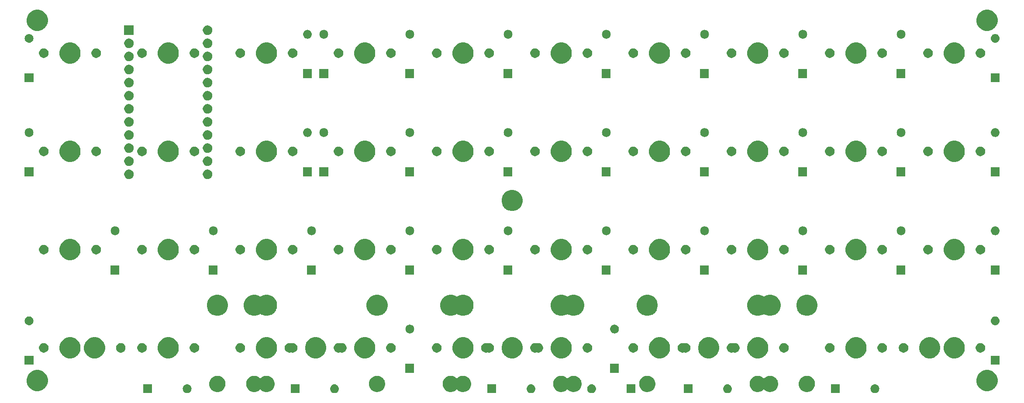
<source format=gbr>
G04 #@! TF.GenerationSoftware,KiCad,Pcbnew,(5.1.4)-1*
G04 #@! TF.CreationDate,2020-10-26T08:25:30-07:00*
G04 #@! TF.ProjectId,cheapcheep,63686561-7063-4686-9565-702e6b696361,rev?*
G04 #@! TF.SameCoordinates,Original*
G04 #@! TF.FileFunction,Soldermask,Top*
G04 #@! TF.FilePolarity,Negative*
%FSLAX46Y46*%
G04 Gerber Fmt 4.6, Leading zero omitted, Abs format (unit mm)*
G04 Created by KiCad (PCBNEW (5.1.4)-1) date 2020-10-26 08:25:30*
%MOMM*%
%LPD*%
G04 APERTURE LIST*
%ADD10C,0.100000*%
G04 APERTURE END LIST*
D10*
G36*
X184793073Y-91236313D02*
G01*
X184953492Y-91284976D01*
X185085665Y-91355624D01*
X185101328Y-91363996D01*
X185230909Y-91470341D01*
X185337254Y-91599922D01*
X185337255Y-91599924D01*
X185416274Y-91747758D01*
X185464937Y-91908177D01*
X185481367Y-92075000D01*
X185464937Y-92241823D01*
X185416274Y-92402242D01*
X185354268Y-92518247D01*
X185337254Y-92550078D01*
X185230909Y-92679659D01*
X185101328Y-92786004D01*
X185101326Y-92786005D01*
X184953492Y-92865024D01*
X184793073Y-92913687D01*
X184668054Y-92926000D01*
X184584446Y-92926000D01*
X184459427Y-92913687D01*
X184299008Y-92865024D01*
X184151174Y-92786005D01*
X184151172Y-92786004D01*
X184021591Y-92679659D01*
X183915246Y-92550078D01*
X183898232Y-92518247D01*
X183836226Y-92402242D01*
X183787563Y-92241823D01*
X183771133Y-92075000D01*
X183787563Y-91908177D01*
X183836226Y-91747758D01*
X183915245Y-91599924D01*
X183915246Y-91599922D01*
X184021591Y-91470341D01*
X184151172Y-91363996D01*
X184166835Y-91355624D01*
X184299008Y-91284976D01*
X184459427Y-91236313D01*
X184584446Y-91224000D01*
X184668054Y-91224000D01*
X184793073Y-91236313D01*
X184793073Y-91236313D01*
G37*
G36*
X177857250Y-92926000D02*
G01*
X176155250Y-92926000D01*
X176155250Y-91224000D01*
X177857250Y-91224000D01*
X177857250Y-92926000D01*
X177857250Y-92926000D01*
G37*
G36*
X44507250Y-92926000D02*
G01*
X42805250Y-92926000D01*
X42805250Y-91224000D01*
X44507250Y-91224000D01*
X44507250Y-92926000D01*
X44507250Y-92926000D01*
G37*
G36*
X51443073Y-91236313D02*
G01*
X51603492Y-91284976D01*
X51735665Y-91355624D01*
X51751328Y-91363996D01*
X51880909Y-91470341D01*
X51987254Y-91599922D01*
X51987255Y-91599924D01*
X52066274Y-91747758D01*
X52114937Y-91908177D01*
X52131367Y-92075000D01*
X52114937Y-92241823D01*
X52066274Y-92402242D01*
X52004268Y-92518247D01*
X51987254Y-92550078D01*
X51880909Y-92679659D01*
X51751328Y-92786004D01*
X51751326Y-92786005D01*
X51603492Y-92865024D01*
X51443073Y-92913687D01*
X51318054Y-92926000D01*
X51234446Y-92926000D01*
X51109427Y-92913687D01*
X50949008Y-92865024D01*
X50801174Y-92786005D01*
X50801172Y-92786004D01*
X50671591Y-92679659D01*
X50565246Y-92550078D01*
X50548232Y-92518247D01*
X50486226Y-92402242D01*
X50437563Y-92241823D01*
X50421133Y-92075000D01*
X50437563Y-91908177D01*
X50486226Y-91747758D01*
X50565245Y-91599924D01*
X50565246Y-91599922D01*
X50671591Y-91470341D01*
X50801172Y-91363996D01*
X50816835Y-91355624D01*
X50949008Y-91284976D01*
X51109427Y-91236313D01*
X51234446Y-91224000D01*
X51318054Y-91224000D01*
X51443073Y-91236313D01*
X51443073Y-91236313D01*
G37*
G36*
X73082250Y-92926000D02*
G01*
X71380250Y-92926000D01*
X71380250Y-91224000D01*
X73082250Y-91224000D01*
X73082250Y-92926000D01*
X73082250Y-92926000D01*
G37*
G36*
X80018073Y-91236313D02*
G01*
X80178492Y-91284976D01*
X80310665Y-91355624D01*
X80326328Y-91363996D01*
X80455909Y-91470341D01*
X80562254Y-91599922D01*
X80562255Y-91599924D01*
X80641274Y-91747758D01*
X80689937Y-91908177D01*
X80706367Y-92075000D01*
X80689937Y-92241823D01*
X80641274Y-92402242D01*
X80579268Y-92518247D01*
X80562254Y-92550078D01*
X80455909Y-92679659D01*
X80326328Y-92786004D01*
X80326326Y-92786005D01*
X80178492Y-92865024D01*
X80018073Y-92913687D01*
X79893054Y-92926000D01*
X79809446Y-92926000D01*
X79684427Y-92913687D01*
X79524008Y-92865024D01*
X79376174Y-92786005D01*
X79376172Y-92786004D01*
X79246591Y-92679659D01*
X79140246Y-92550078D01*
X79123232Y-92518247D01*
X79061226Y-92402242D01*
X79012563Y-92241823D01*
X78996133Y-92075000D01*
X79012563Y-91908177D01*
X79061226Y-91747758D01*
X79140245Y-91599924D01*
X79140246Y-91599922D01*
X79246591Y-91470341D01*
X79376172Y-91363996D01*
X79391835Y-91355624D01*
X79524008Y-91284976D01*
X79684427Y-91236313D01*
X79809446Y-91224000D01*
X79893054Y-91224000D01*
X80018073Y-91236313D01*
X80018073Y-91236313D01*
G37*
G36*
X111182250Y-92926000D02*
G01*
X109480250Y-92926000D01*
X109480250Y-91224000D01*
X111182250Y-91224000D01*
X111182250Y-92926000D01*
X111182250Y-92926000D01*
G37*
G36*
X138169750Y-92926000D02*
G01*
X136467750Y-92926000D01*
X136467750Y-91224000D01*
X138169750Y-91224000D01*
X138169750Y-92926000D01*
X138169750Y-92926000D01*
G37*
G36*
X129865573Y-91236313D02*
G01*
X130025992Y-91284976D01*
X130158165Y-91355624D01*
X130173828Y-91363996D01*
X130303409Y-91470341D01*
X130409754Y-91599922D01*
X130409755Y-91599924D01*
X130488774Y-91747758D01*
X130537437Y-91908177D01*
X130553867Y-92075000D01*
X130537437Y-92241823D01*
X130488774Y-92402242D01*
X130426768Y-92518247D01*
X130409754Y-92550078D01*
X130303409Y-92679659D01*
X130173828Y-92786004D01*
X130173826Y-92786005D01*
X130025992Y-92865024D01*
X129865573Y-92913687D01*
X129740554Y-92926000D01*
X129656946Y-92926000D01*
X129531927Y-92913687D01*
X129371508Y-92865024D01*
X129223674Y-92786005D01*
X129223672Y-92786004D01*
X129094091Y-92679659D01*
X128987746Y-92550078D01*
X128970732Y-92518247D01*
X128908726Y-92402242D01*
X128860063Y-92241823D01*
X128843633Y-92075000D01*
X128860063Y-91908177D01*
X128908726Y-91747758D01*
X128987745Y-91599924D01*
X128987746Y-91599922D01*
X129094091Y-91470341D01*
X129223672Y-91363996D01*
X129239335Y-91355624D01*
X129371508Y-91284976D01*
X129531927Y-91236313D01*
X129656946Y-91224000D01*
X129740554Y-91224000D01*
X129865573Y-91236313D01*
X129865573Y-91236313D01*
G37*
G36*
X149282250Y-92926000D02*
G01*
X147580250Y-92926000D01*
X147580250Y-91224000D01*
X149282250Y-91224000D01*
X149282250Y-92926000D01*
X149282250Y-92926000D01*
G37*
G36*
X156218073Y-91236313D02*
G01*
X156378492Y-91284976D01*
X156510665Y-91355624D01*
X156526328Y-91363996D01*
X156655909Y-91470341D01*
X156762254Y-91599922D01*
X156762255Y-91599924D01*
X156841274Y-91747758D01*
X156889937Y-91908177D01*
X156906367Y-92075000D01*
X156889937Y-92241823D01*
X156841274Y-92402242D01*
X156779268Y-92518247D01*
X156762254Y-92550078D01*
X156655909Y-92679659D01*
X156526328Y-92786004D01*
X156526326Y-92786005D01*
X156378492Y-92865024D01*
X156218073Y-92913687D01*
X156093054Y-92926000D01*
X156009446Y-92926000D01*
X155884427Y-92913687D01*
X155724008Y-92865024D01*
X155576174Y-92786005D01*
X155576172Y-92786004D01*
X155446591Y-92679659D01*
X155340246Y-92550078D01*
X155323232Y-92518247D01*
X155261226Y-92402242D01*
X155212563Y-92241823D01*
X155196133Y-92075000D01*
X155212563Y-91908177D01*
X155261226Y-91747758D01*
X155340245Y-91599924D01*
X155340246Y-91599922D01*
X155446591Y-91470341D01*
X155576172Y-91363996D01*
X155591835Y-91355624D01*
X155724008Y-91284976D01*
X155884427Y-91236313D01*
X156009446Y-91224000D01*
X156093054Y-91224000D01*
X156218073Y-91236313D01*
X156218073Y-91236313D01*
G37*
G36*
X118118073Y-91236313D02*
G01*
X118278492Y-91284976D01*
X118410665Y-91355624D01*
X118426328Y-91363996D01*
X118555909Y-91470341D01*
X118662254Y-91599922D01*
X118662255Y-91599924D01*
X118741274Y-91747758D01*
X118789937Y-91908177D01*
X118806367Y-92075000D01*
X118789937Y-92241823D01*
X118741274Y-92402242D01*
X118679268Y-92518247D01*
X118662254Y-92550078D01*
X118555909Y-92679659D01*
X118426328Y-92786004D01*
X118426326Y-92786005D01*
X118278492Y-92865024D01*
X118118073Y-92913687D01*
X117993054Y-92926000D01*
X117909446Y-92926000D01*
X117784427Y-92913687D01*
X117624008Y-92865024D01*
X117476174Y-92786005D01*
X117476172Y-92786004D01*
X117346591Y-92679659D01*
X117240246Y-92550078D01*
X117223232Y-92518247D01*
X117161226Y-92402242D01*
X117112563Y-92241823D01*
X117096133Y-92075000D01*
X117112563Y-91908177D01*
X117161226Y-91747758D01*
X117240245Y-91599924D01*
X117240246Y-91599922D01*
X117346591Y-91470341D01*
X117476172Y-91363996D01*
X117491835Y-91355624D01*
X117624008Y-91284976D01*
X117784427Y-91236313D01*
X117909446Y-91224000D01*
X117993054Y-91224000D01*
X118118073Y-91236313D01*
X118118073Y-91236313D01*
G37*
G36*
X102662377Y-89570077D02*
G01*
X102853161Y-89608026D01*
X102971887Y-89657204D01*
X103139791Y-89726752D01*
X103139792Y-89726753D01*
X103397754Y-89899117D01*
X103495993Y-89997356D01*
X103514929Y-90012896D01*
X103536540Y-90024447D01*
X103559989Y-90031560D01*
X103584375Y-90033962D01*
X103608761Y-90031560D01*
X103632210Y-90024447D01*
X103653821Y-90012896D01*
X103672757Y-89997356D01*
X103770996Y-89899117D01*
X104028958Y-89726753D01*
X104028959Y-89726752D01*
X104196863Y-89657204D01*
X104315589Y-89608026D01*
X104506373Y-89570077D01*
X104619875Y-89547500D01*
X104930125Y-89547500D01*
X105043627Y-89570077D01*
X105234411Y-89608026D01*
X105353137Y-89657204D01*
X105521041Y-89726752D01*
X105521042Y-89726753D01*
X105779004Y-89899117D01*
X105998383Y-90118496D01*
X106051551Y-90198068D01*
X106170748Y-90376459D01*
X106229022Y-90517146D01*
X106289474Y-90663089D01*
X106294729Y-90689507D01*
X106350000Y-90967375D01*
X106350000Y-91277625D01*
X106334485Y-91355624D01*
X106289474Y-91581911D01*
X106267360Y-91635298D01*
X106170748Y-91868541D01*
X106170747Y-91868542D01*
X105998383Y-92126504D01*
X105779004Y-92345883D01*
X105694656Y-92402242D01*
X105521041Y-92518248D01*
X105444196Y-92550078D01*
X105234411Y-92636974D01*
X105082267Y-92667237D01*
X104930125Y-92697500D01*
X104619875Y-92697500D01*
X104315589Y-92636974D01*
X104105804Y-92550078D01*
X104028959Y-92518248D01*
X103855344Y-92402242D01*
X103770996Y-92345883D01*
X103672757Y-92247644D01*
X103653821Y-92232104D01*
X103632210Y-92220553D01*
X103608761Y-92213440D01*
X103584375Y-92211038D01*
X103559989Y-92213440D01*
X103536540Y-92220553D01*
X103514929Y-92232104D01*
X103495993Y-92247644D01*
X103397754Y-92345883D01*
X103313406Y-92402242D01*
X103139791Y-92518248D01*
X103062946Y-92550078D01*
X102853161Y-92636974D01*
X102701017Y-92667237D01*
X102548875Y-92697500D01*
X102238625Y-92697500D01*
X101934339Y-92636974D01*
X101724554Y-92550078D01*
X101647709Y-92518248D01*
X101474094Y-92402242D01*
X101389746Y-92345883D01*
X101170367Y-92126504D01*
X100998003Y-91868542D01*
X100998002Y-91868541D01*
X100901390Y-91635298D01*
X100879276Y-91581911D01*
X100834265Y-91355624D01*
X100818750Y-91277625D01*
X100818750Y-90967375D01*
X100874021Y-90689507D01*
X100879276Y-90663089D01*
X100939728Y-90517146D01*
X100998002Y-90376459D01*
X101117199Y-90198068D01*
X101170367Y-90118496D01*
X101389746Y-89899117D01*
X101647708Y-89726753D01*
X101647709Y-89726752D01*
X101815613Y-89657204D01*
X101934339Y-89608026D01*
X102125123Y-89570077D01*
X102238625Y-89547500D01*
X102548875Y-89547500D01*
X102662377Y-89570077D01*
X102662377Y-89570077D01*
G37*
G36*
X140762377Y-89570077D02*
G01*
X140953161Y-89608026D01*
X141071887Y-89657204D01*
X141239791Y-89726752D01*
X141239792Y-89726753D01*
X141497754Y-89899117D01*
X141717133Y-90118496D01*
X141770301Y-90198068D01*
X141889498Y-90376459D01*
X141947772Y-90517146D01*
X142008224Y-90663089D01*
X142013479Y-90689507D01*
X142068750Y-90967375D01*
X142068750Y-91277625D01*
X142053235Y-91355624D01*
X142008224Y-91581911D01*
X141986110Y-91635298D01*
X141889498Y-91868541D01*
X141889497Y-91868542D01*
X141717133Y-92126504D01*
X141497754Y-92345883D01*
X141413406Y-92402242D01*
X141239791Y-92518248D01*
X141162946Y-92550078D01*
X140953161Y-92636974D01*
X140801017Y-92667237D01*
X140648875Y-92697500D01*
X140338625Y-92697500D01*
X140034339Y-92636974D01*
X139824554Y-92550078D01*
X139747709Y-92518248D01*
X139574094Y-92402242D01*
X139489746Y-92345883D01*
X139270367Y-92126504D01*
X139098003Y-91868542D01*
X139098002Y-91868541D01*
X139001390Y-91635298D01*
X138979276Y-91581911D01*
X138934265Y-91355624D01*
X138918750Y-91277625D01*
X138918750Y-90967375D01*
X138974021Y-90689507D01*
X138979276Y-90663089D01*
X139039728Y-90517146D01*
X139098002Y-90376459D01*
X139217199Y-90198068D01*
X139270367Y-90118496D01*
X139489746Y-89899117D01*
X139747708Y-89726753D01*
X139747709Y-89726752D01*
X139915613Y-89657204D01*
X140034339Y-89608026D01*
X140225123Y-89570077D01*
X140338625Y-89547500D01*
X140648875Y-89547500D01*
X140762377Y-89570077D01*
X140762377Y-89570077D01*
G37*
G36*
X162193627Y-89570077D02*
G01*
X162384411Y-89608026D01*
X162503137Y-89657204D01*
X162671041Y-89726752D01*
X162671042Y-89726753D01*
X162929004Y-89899117D01*
X163027243Y-89997356D01*
X163046179Y-90012896D01*
X163067790Y-90024447D01*
X163091239Y-90031560D01*
X163115625Y-90033962D01*
X163140011Y-90031560D01*
X163163460Y-90024447D01*
X163185071Y-90012896D01*
X163204007Y-89997356D01*
X163302246Y-89899117D01*
X163560208Y-89726753D01*
X163560209Y-89726752D01*
X163728113Y-89657204D01*
X163846839Y-89608026D01*
X164037623Y-89570077D01*
X164151125Y-89547500D01*
X164461375Y-89547500D01*
X164574877Y-89570077D01*
X164765661Y-89608026D01*
X164884387Y-89657204D01*
X165052291Y-89726752D01*
X165052292Y-89726753D01*
X165310254Y-89899117D01*
X165529633Y-90118496D01*
X165582801Y-90198068D01*
X165701998Y-90376459D01*
X165760272Y-90517146D01*
X165820724Y-90663089D01*
X165825979Y-90689507D01*
X165881250Y-90967375D01*
X165881250Y-91277625D01*
X165865735Y-91355624D01*
X165820724Y-91581911D01*
X165798610Y-91635298D01*
X165701998Y-91868541D01*
X165701997Y-91868542D01*
X165529633Y-92126504D01*
X165310254Y-92345883D01*
X165225906Y-92402242D01*
X165052291Y-92518248D01*
X164975446Y-92550078D01*
X164765661Y-92636974D01*
X164613517Y-92667237D01*
X164461375Y-92697500D01*
X164151125Y-92697500D01*
X163846839Y-92636974D01*
X163637054Y-92550078D01*
X163560209Y-92518248D01*
X163386594Y-92402242D01*
X163302246Y-92345883D01*
X163204007Y-92247644D01*
X163185071Y-92232104D01*
X163163460Y-92220553D01*
X163140011Y-92213440D01*
X163115625Y-92211038D01*
X163091239Y-92213440D01*
X163067790Y-92220553D01*
X163046179Y-92232104D01*
X163027243Y-92247644D01*
X162929004Y-92345883D01*
X162844656Y-92402242D01*
X162671041Y-92518248D01*
X162594196Y-92550078D01*
X162384411Y-92636974D01*
X162232267Y-92667237D01*
X162080125Y-92697500D01*
X161769875Y-92697500D01*
X161465589Y-92636974D01*
X161255804Y-92550078D01*
X161178959Y-92518248D01*
X161005344Y-92402242D01*
X160920996Y-92345883D01*
X160701617Y-92126504D01*
X160529253Y-91868542D01*
X160529252Y-91868541D01*
X160432640Y-91635298D01*
X160410526Y-91581911D01*
X160365515Y-91355624D01*
X160350000Y-91277625D01*
X160350000Y-90967375D01*
X160405271Y-90689507D01*
X160410526Y-90663089D01*
X160470978Y-90517146D01*
X160529252Y-90376459D01*
X160648449Y-90198068D01*
X160701617Y-90118496D01*
X160920996Y-89899117D01*
X161178958Y-89726753D01*
X161178959Y-89726752D01*
X161346863Y-89657204D01*
X161465589Y-89608026D01*
X161656373Y-89570077D01*
X161769875Y-89547500D01*
X162080125Y-89547500D01*
X162193627Y-89570077D01*
X162193627Y-89570077D01*
G37*
G36*
X124093627Y-89570077D02*
G01*
X124284411Y-89608026D01*
X124403137Y-89657204D01*
X124571041Y-89726752D01*
X124571042Y-89726753D01*
X124829004Y-89899117D01*
X124927243Y-89997356D01*
X124946179Y-90012896D01*
X124967790Y-90024447D01*
X124991239Y-90031560D01*
X125015625Y-90033962D01*
X125040011Y-90031560D01*
X125063460Y-90024447D01*
X125085071Y-90012896D01*
X125104007Y-89997356D01*
X125202246Y-89899117D01*
X125460208Y-89726753D01*
X125460209Y-89726752D01*
X125628113Y-89657204D01*
X125746839Y-89608026D01*
X125937623Y-89570077D01*
X126051125Y-89547500D01*
X126361375Y-89547500D01*
X126474877Y-89570077D01*
X126665661Y-89608026D01*
X126784387Y-89657204D01*
X126952291Y-89726752D01*
X126952292Y-89726753D01*
X127210254Y-89899117D01*
X127429633Y-90118496D01*
X127482801Y-90198068D01*
X127601998Y-90376459D01*
X127660272Y-90517146D01*
X127720724Y-90663089D01*
X127725979Y-90689507D01*
X127781250Y-90967375D01*
X127781250Y-91277625D01*
X127765735Y-91355624D01*
X127720724Y-91581911D01*
X127698610Y-91635298D01*
X127601998Y-91868541D01*
X127601997Y-91868542D01*
X127429633Y-92126504D01*
X127210254Y-92345883D01*
X127125906Y-92402242D01*
X126952291Y-92518248D01*
X126875446Y-92550078D01*
X126665661Y-92636974D01*
X126513517Y-92667237D01*
X126361375Y-92697500D01*
X126051125Y-92697500D01*
X125746839Y-92636974D01*
X125537054Y-92550078D01*
X125460209Y-92518248D01*
X125286594Y-92402242D01*
X125202246Y-92345883D01*
X125104007Y-92247644D01*
X125085071Y-92232104D01*
X125063460Y-92220553D01*
X125040011Y-92213440D01*
X125015625Y-92211038D01*
X124991239Y-92213440D01*
X124967790Y-92220553D01*
X124946179Y-92232104D01*
X124927243Y-92247644D01*
X124829004Y-92345883D01*
X124744656Y-92402242D01*
X124571041Y-92518248D01*
X124494196Y-92550078D01*
X124284411Y-92636974D01*
X124132267Y-92667237D01*
X123980125Y-92697500D01*
X123669875Y-92697500D01*
X123365589Y-92636974D01*
X123155804Y-92550078D01*
X123078959Y-92518248D01*
X122905344Y-92402242D01*
X122820996Y-92345883D01*
X122601617Y-92126504D01*
X122429253Y-91868542D01*
X122429252Y-91868541D01*
X122332640Y-91635298D01*
X122310526Y-91581911D01*
X122265515Y-91355624D01*
X122250000Y-91277625D01*
X122250000Y-90967375D01*
X122305271Y-90689507D01*
X122310526Y-90663089D01*
X122370978Y-90517146D01*
X122429252Y-90376459D01*
X122548449Y-90198068D01*
X122601617Y-90118496D01*
X122820996Y-89899117D01*
X123078958Y-89726753D01*
X123078959Y-89726752D01*
X123246863Y-89657204D01*
X123365589Y-89608026D01*
X123556373Y-89570077D01*
X123669875Y-89547500D01*
X123980125Y-89547500D01*
X124093627Y-89570077D01*
X124093627Y-89570077D01*
G37*
G36*
X88374877Y-89570077D02*
G01*
X88565661Y-89608026D01*
X88684387Y-89657204D01*
X88852291Y-89726752D01*
X88852292Y-89726753D01*
X89110254Y-89899117D01*
X89329633Y-90118496D01*
X89382801Y-90198068D01*
X89501998Y-90376459D01*
X89560272Y-90517146D01*
X89620724Y-90663089D01*
X89625979Y-90689507D01*
X89681250Y-90967375D01*
X89681250Y-91277625D01*
X89665735Y-91355624D01*
X89620724Y-91581911D01*
X89598610Y-91635298D01*
X89501998Y-91868541D01*
X89501997Y-91868542D01*
X89329633Y-92126504D01*
X89110254Y-92345883D01*
X89025906Y-92402242D01*
X88852291Y-92518248D01*
X88775446Y-92550078D01*
X88565661Y-92636974D01*
X88413517Y-92667237D01*
X88261375Y-92697500D01*
X87951125Y-92697500D01*
X87646839Y-92636974D01*
X87437054Y-92550078D01*
X87360209Y-92518248D01*
X87186594Y-92402242D01*
X87102246Y-92345883D01*
X86882867Y-92126504D01*
X86710503Y-91868542D01*
X86710502Y-91868541D01*
X86613890Y-91635298D01*
X86591776Y-91581911D01*
X86546765Y-91355624D01*
X86531250Y-91277625D01*
X86531250Y-90967375D01*
X86586521Y-90689507D01*
X86591776Y-90663089D01*
X86652228Y-90517146D01*
X86710502Y-90376459D01*
X86829699Y-90198068D01*
X86882867Y-90118496D01*
X87102246Y-89899117D01*
X87360208Y-89726753D01*
X87360209Y-89726752D01*
X87528113Y-89657204D01*
X87646839Y-89608026D01*
X87837623Y-89570077D01*
X87951125Y-89547500D01*
X88261375Y-89547500D01*
X88374877Y-89570077D01*
X88374877Y-89570077D01*
G37*
G36*
X57418627Y-89570077D02*
G01*
X57609411Y-89608026D01*
X57728137Y-89657204D01*
X57896041Y-89726752D01*
X57896042Y-89726753D01*
X58154004Y-89899117D01*
X58373383Y-90118496D01*
X58426551Y-90198068D01*
X58545748Y-90376459D01*
X58604022Y-90517146D01*
X58664474Y-90663089D01*
X58669729Y-90689507D01*
X58725000Y-90967375D01*
X58725000Y-91277625D01*
X58709485Y-91355624D01*
X58664474Y-91581911D01*
X58642360Y-91635298D01*
X58545748Y-91868541D01*
X58545747Y-91868542D01*
X58373383Y-92126504D01*
X58154004Y-92345883D01*
X58069656Y-92402242D01*
X57896041Y-92518248D01*
X57819196Y-92550078D01*
X57609411Y-92636974D01*
X57305125Y-92697500D01*
X56994875Y-92697500D01*
X56690589Y-92636974D01*
X56480804Y-92550078D01*
X56403959Y-92518248D01*
X56230344Y-92402242D01*
X56145996Y-92345883D01*
X55926617Y-92126504D01*
X55754253Y-91868542D01*
X55754252Y-91868541D01*
X55657640Y-91635298D01*
X55635526Y-91581911D01*
X55590515Y-91355624D01*
X55575000Y-91277625D01*
X55575000Y-90967375D01*
X55630271Y-90689507D01*
X55635526Y-90663089D01*
X55695978Y-90517146D01*
X55754252Y-90376459D01*
X55873449Y-90198068D01*
X55926617Y-90118496D01*
X56145996Y-89899117D01*
X56403958Y-89726753D01*
X56403959Y-89726752D01*
X56571863Y-89657204D01*
X56690589Y-89608026D01*
X56881373Y-89570077D01*
X56994875Y-89547500D01*
X57305125Y-89547500D01*
X57418627Y-89570077D01*
X57418627Y-89570077D01*
G37*
G36*
X64562377Y-89570077D02*
G01*
X64753161Y-89608026D01*
X64871887Y-89657204D01*
X65039791Y-89726752D01*
X65039792Y-89726753D01*
X65297754Y-89899117D01*
X65395993Y-89997356D01*
X65414929Y-90012896D01*
X65436540Y-90024447D01*
X65459989Y-90031560D01*
X65484375Y-90033962D01*
X65508761Y-90031560D01*
X65532210Y-90024447D01*
X65553821Y-90012896D01*
X65572757Y-89997356D01*
X65670996Y-89899117D01*
X65928958Y-89726753D01*
X65928959Y-89726752D01*
X66096863Y-89657204D01*
X66215589Y-89608026D01*
X66406373Y-89570077D01*
X66519875Y-89547500D01*
X66830125Y-89547500D01*
X66943627Y-89570077D01*
X67134411Y-89608026D01*
X67253137Y-89657204D01*
X67421041Y-89726752D01*
X67421042Y-89726753D01*
X67679004Y-89899117D01*
X67898383Y-90118496D01*
X67951551Y-90198068D01*
X68070748Y-90376459D01*
X68129022Y-90517146D01*
X68189474Y-90663089D01*
X68194729Y-90689507D01*
X68250000Y-90967375D01*
X68250000Y-91277625D01*
X68234485Y-91355624D01*
X68189474Y-91581911D01*
X68167360Y-91635298D01*
X68070748Y-91868541D01*
X68070747Y-91868542D01*
X67898383Y-92126504D01*
X67679004Y-92345883D01*
X67594656Y-92402242D01*
X67421041Y-92518248D01*
X67344196Y-92550078D01*
X67134411Y-92636974D01*
X66830125Y-92697500D01*
X66519875Y-92697500D01*
X66215589Y-92636974D01*
X66005804Y-92550078D01*
X65928959Y-92518248D01*
X65755344Y-92402242D01*
X65670996Y-92345883D01*
X65572757Y-92247644D01*
X65553821Y-92232104D01*
X65532210Y-92220553D01*
X65508761Y-92213440D01*
X65484375Y-92211038D01*
X65459989Y-92213440D01*
X65436540Y-92220553D01*
X65414929Y-92232104D01*
X65395993Y-92247644D01*
X65297754Y-92345883D01*
X65213406Y-92402242D01*
X65039791Y-92518248D01*
X64962946Y-92550078D01*
X64753161Y-92636974D01*
X64448875Y-92697500D01*
X64138625Y-92697500D01*
X63834339Y-92636974D01*
X63624554Y-92550078D01*
X63547709Y-92518248D01*
X63374094Y-92402242D01*
X63289746Y-92345883D01*
X63070367Y-92126504D01*
X62898003Y-91868542D01*
X62898002Y-91868541D01*
X62801390Y-91635298D01*
X62779276Y-91581911D01*
X62734265Y-91355624D01*
X62718750Y-91277625D01*
X62718750Y-90967375D01*
X62774021Y-90689507D01*
X62779276Y-90663089D01*
X62839728Y-90517146D01*
X62898002Y-90376459D01*
X63017199Y-90198068D01*
X63070367Y-90118496D01*
X63289746Y-89899117D01*
X63547708Y-89726753D01*
X63547709Y-89726752D01*
X63715613Y-89657204D01*
X63834339Y-89608026D01*
X64025123Y-89570077D01*
X64138625Y-89547500D01*
X64448875Y-89547500D01*
X64562377Y-89570077D01*
X64562377Y-89570077D01*
G37*
G36*
X171718627Y-89570077D02*
G01*
X171909411Y-89608026D01*
X172028137Y-89657204D01*
X172196041Y-89726752D01*
X172196042Y-89726753D01*
X172454004Y-89899117D01*
X172673383Y-90118496D01*
X172726551Y-90198068D01*
X172845748Y-90376459D01*
X172904022Y-90517146D01*
X172964474Y-90663089D01*
X172969729Y-90689507D01*
X173025000Y-90967375D01*
X173025000Y-91277625D01*
X173009485Y-91355624D01*
X172964474Y-91581911D01*
X172942360Y-91635298D01*
X172845748Y-91868541D01*
X172845747Y-91868542D01*
X172673383Y-92126504D01*
X172454004Y-92345883D01*
X172369656Y-92402242D01*
X172196041Y-92518248D01*
X172119196Y-92550078D01*
X171909411Y-92636974D01*
X171757267Y-92667237D01*
X171605125Y-92697500D01*
X171294875Y-92697500D01*
X170990589Y-92636974D01*
X170780804Y-92550078D01*
X170703959Y-92518248D01*
X170530344Y-92402242D01*
X170445996Y-92345883D01*
X170226617Y-92126504D01*
X170054253Y-91868542D01*
X170054252Y-91868541D01*
X169957640Y-91635298D01*
X169935526Y-91581911D01*
X169890515Y-91355624D01*
X169875000Y-91277625D01*
X169875000Y-90967375D01*
X169930271Y-90689507D01*
X169935526Y-90663089D01*
X169995978Y-90517146D01*
X170054252Y-90376459D01*
X170173449Y-90198068D01*
X170226617Y-90118496D01*
X170445996Y-89899117D01*
X170703958Y-89726753D01*
X170703959Y-89726752D01*
X170871863Y-89657204D01*
X170990589Y-89608026D01*
X171181373Y-89570077D01*
X171294875Y-89547500D01*
X171605125Y-89547500D01*
X171718627Y-89570077D01*
X171718627Y-89570077D01*
G37*
G36*
X206973254Y-88515318D02*
G01*
X207346511Y-88669926D01*
X207346513Y-88669927D01*
X207682436Y-88894384D01*
X207968116Y-89180064D01*
X208192113Y-89515298D01*
X208192574Y-89515989D01*
X208347182Y-89889246D01*
X208426000Y-90285493D01*
X208426000Y-90689507D01*
X208347182Y-91085754D01*
X208235398Y-91355624D01*
X208192573Y-91459013D01*
X207968116Y-91794936D01*
X207682436Y-92080616D01*
X207346513Y-92305073D01*
X207346512Y-92305074D01*
X207346511Y-92305074D01*
X206973254Y-92459682D01*
X206577007Y-92538500D01*
X206172993Y-92538500D01*
X205776746Y-92459682D01*
X205403489Y-92305074D01*
X205403488Y-92305074D01*
X205403487Y-92305073D01*
X205067564Y-92080616D01*
X204781884Y-91794936D01*
X204557427Y-91459013D01*
X204514602Y-91355624D01*
X204402818Y-91085754D01*
X204324000Y-90689507D01*
X204324000Y-90285493D01*
X204402818Y-89889246D01*
X204557426Y-89515989D01*
X204557888Y-89515298D01*
X204781884Y-89180064D01*
X205067564Y-88894384D01*
X205403487Y-88669927D01*
X205403489Y-88669926D01*
X205776746Y-88515318D01*
X206172993Y-88436500D01*
X206577007Y-88436500D01*
X206973254Y-88515318D01*
X206973254Y-88515318D01*
G37*
G36*
X22823254Y-88515318D02*
G01*
X23196511Y-88669926D01*
X23196513Y-88669927D01*
X23532436Y-88894384D01*
X23818116Y-89180064D01*
X24042113Y-89515298D01*
X24042574Y-89515989D01*
X24197182Y-89889246D01*
X24276000Y-90285493D01*
X24276000Y-90689507D01*
X24197182Y-91085754D01*
X24085398Y-91355624D01*
X24042573Y-91459013D01*
X23818116Y-91794936D01*
X23532436Y-92080616D01*
X23196513Y-92305073D01*
X23196512Y-92305074D01*
X23196511Y-92305074D01*
X22823254Y-92459682D01*
X22427007Y-92538500D01*
X22022993Y-92538500D01*
X21626746Y-92459682D01*
X21253489Y-92305074D01*
X21253488Y-92305074D01*
X21253487Y-92305073D01*
X20917564Y-92080616D01*
X20631884Y-91794936D01*
X20407427Y-91459013D01*
X20364602Y-91355624D01*
X20252818Y-91085754D01*
X20174000Y-90689507D01*
X20174000Y-90285493D01*
X20252818Y-89889246D01*
X20407426Y-89515989D01*
X20407888Y-89515298D01*
X20631884Y-89180064D01*
X20917564Y-88894384D01*
X21253487Y-88669927D01*
X21253489Y-88669926D01*
X21626746Y-88515318D01*
X22022993Y-88436500D01*
X22427007Y-88436500D01*
X22823254Y-88515318D01*
X22823254Y-88515318D01*
G37*
G36*
X95307250Y-88957250D02*
G01*
X93605250Y-88957250D01*
X93605250Y-87255250D01*
X95307250Y-87255250D01*
X95307250Y-88957250D01*
X95307250Y-88957250D01*
G37*
G36*
X134994750Y-88957250D02*
G01*
X133292750Y-88957250D01*
X133292750Y-87255250D01*
X134994750Y-87255250D01*
X134994750Y-88957250D01*
X134994750Y-88957250D01*
G37*
G36*
X208813500Y-87369750D02*
G01*
X207111500Y-87369750D01*
X207111500Y-85667750D01*
X208813500Y-85667750D01*
X208813500Y-87369750D01*
X208813500Y-87369750D01*
G37*
G36*
X21488500Y-87369750D02*
G01*
X19786500Y-87369750D01*
X19786500Y-85667750D01*
X21488500Y-85667750D01*
X21488500Y-87369750D01*
X21488500Y-87369750D01*
G37*
G36*
X162521474Y-82171184D02*
G01*
X162739474Y-82261483D01*
X162893623Y-82325333D01*
X163228548Y-82549123D01*
X163513377Y-82833952D01*
X163737167Y-83168877D01*
X163772433Y-83254018D01*
X163891316Y-83541026D01*
X163969900Y-83936094D01*
X163969900Y-84338906D01*
X163891316Y-84733974D01*
X163840451Y-84856772D01*
X163737167Y-85106123D01*
X163513377Y-85441048D01*
X163228548Y-85725877D01*
X162893623Y-85949667D01*
X162739474Y-86013517D01*
X162521474Y-86103816D01*
X162126406Y-86182400D01*
X161723594Y-86182400D01*
X161328526Y-86103816D01*
X161110526Y-86013517D01*
X160956377Y-85949667D01*
X160621452Y-85725877D01*
X160336623Y-85441048D01*
X160112833Y-85106123D01*
X160009549Y-84856772D01*
X159958684Y-84733974D01*
X159880100Y-84338906D01*
X159880100Y-83936094D01*
X159958684Y-83541026D01*
X160077567Y-83254018D01*
X160112833Y-83168877D01*
X160336623Y-82833952D01*
X160621452Y-82549123D01*
X160956377Y-82325333D01*
X161110526Y-82261483D01*
X161328526Y-82171184D01*
X161723594Y-82092600D01*
X162126406Y-82092600D01*
X162521474Y-82171184D01*
X162521474Y-82171184D01*
G37*
G36*
X143471474Y-82171184D02*
G01*
X143689474Y-82261483D01*
X143843623Y-82325333D01*
X144178548Y-82549123D01*
X144463377Y-82833952D01*
X144687167Y-83168877D01*
X144722433Y-83254018D01*
X144841316Y-83541026D01*
X144919900Y-83936094D01*
X144919900Y-84338906D01*
X144841316Y-84733974D01*
X144790451Y-84856772D01*
X144687167Y-85106123D01*
X144463377Y-85441048D01*
X144178548Y-85725877D01*
X143843623Y-85949667D01*
X143689474Y-86013517D01*
X143471474Y-86103816D01*
X143076406Y-86182400D01*
X142673594Y-86182400D01*
X142278526Y-86103816D01*
X142060526Y-86013517D01*
X141906377Y-85949667D01*
X141571452Y-85725877D01*
X141286623Y-85441048D01*
X141062833Y-85106123D01*
X140959549Y-84856772D01*
X140908684Y-84733974D01*
X140830100Y-84338906D01*
X140830100Y-83936094D01*
X140908684Y-83541026D01*
X141027567Y-83254018D01*
X141062833Y-83168877D01*
X141286623Y-82833952D01*
X141571452Y-82549123D01*
X141906377Y-82325333D01*
X142060526Y-82261483D01*
X142278526Y-82171184D01*
X142673594Y-82092600D01*
X143076406Y-82092600D01*
X143471474Y-82171184D01*
X143471474Y-82171184D01*
G37*
G36*
X86321474Y-82171184D02*
G01*
X86539474Y-82261483D01*
X86693623Y-82325333D01*
X87028548Y-82549123D01*
X87313377Y-82833952D01*
X87537167Y-83168877D01*
X87572433Y-83254018D01*
X87691316Y-83541026D01*
X87769900Y-83936094D01*
X87769900Y-84338906D01*
X87691316Y-84733974D01*
X87640451Y-84856772D01*
X87537167Y-85106123D01*
X87313377Y-85441048D01*
X87028548Y-85725877D01*
X86693623Y-85949667D01*
X86539474Y-86013517D01*
X86321474Y-86103816D01*
X85926406Y-86182400D01*
X85523594Y-86182400D01*
X85128526Y-86103816D01*
X84910526Y-86013517D01*
X84756377Y-85949667D01*
X84421452Y-85725877D01*
X84136623Y-85441048D01*
X83912833Y-85106123D01*
X83809549Y-84856772D01*
X83758684Y-84733974D01*
X83680100Y-84338906D01*
X83680100Y-83936094D01*
X83758684Y-83541026D01*
X83877567Y-83254018D01*
X83912833Y-83168877D01*
X84136623Y-82833952D01*
X84421452Y-82549123D01*
X84756377Y-82325333D01*
X84910526Y-82261483D01*
X85128526Y-82171184D01*
X85523594Y-82092600D01*
X85926406Y-82092600D01*
X86321474Y-82171184D01*
X86321474Y-82171184D01*
G37*
G36*
X195858974Y-82171184D02*
G01*
X196076974Y-82261483D01*
X196231123Y-82325333D01*
X196566048Y-82549123D01*
X196850877Y-82833952D01*
X197074667Y-83168877D01*
X197109933Y-83254018D01*
X197228816Y-83541026D01*
X197307400Y-83936094D01*
X197307400Y-84338906D01*
X197228816Y-84733974D01*
X197177951Y-84856772D01*
X197074667Y-85106123D01*
X196850877Y-85441048D01*
X196566048Y-85725877D01*
X196231123Y-85949667D01*
X196076974Y-86013517D01*
X195858974Y-86103816D01*
X195463906Y-86182400D01*
X195061094Y-86182400D01*
X194666026Y-86103816D01*
X194448026Y-86013517D01*
X194293877Y-85949667D01*
X193958952Y-85725877D01*
X193674123Y-85441048D01*
X193450333Y-85106123D01*
X193347049Y-84856772D01*
X193296184Y-84733974D01*
X193217600Y-84338906D01*
X193217600Y-83936094D01*
X193296184Y-83541026D01*
X193415067Y-83254018D01*
X193450333Y-83168877D01*
X193674123Y-82833952D01*
X193958952Y-82549123D01*
X194293877Y-82325333D01*
X194448026Y-82261483D01*
X194666026Y-82171184D01*
X195061094Y-82092600D01*
X195463906Y-82092600D01*
X195858974Y-82171184D01*
X195858974Y-82171184D01*
G37*
G36*
X152996474Y-82171184D02*
G01*
X153214474Y-82261483D01*
X153368623Y-82325333D01*
X153703548Y-82549123D01*
X153988377Y-82833952D01*
X154212167Y-83168877D01*
X154247433Y-83254018D01*
X154366316Y-83541026D01*
X154444900Y-83936094D01*
X154444900Y-84338906D01*
X154366316Y-84733974D01*
X154315451Y-84856772D01*
X154212167Y-85106123D01*
X153988377Y-85441048D01*
X153703548Y-85725877D01*
X153368623Y-85949667D01*
X153214474Y-86013517D01*
X152996474Y-86103816D01*
X152601406Y-86182400D01*
X152198594Y-86182400D01*
X151803526Y-86103816D01*
X151585526Y-86013517D01*
X151431377Y-85949667D01*
X151096452Y-85725877D01*
X150811623Y-85441048D01*
X150587833Y-85106123D01*
X150484549Y-84856772D01*
X150433684Y-84733974D01*
X150355100Y-84338906D01*
X150355100Y-83936094D01*
X150433684Y-83541026D01*
X150552567Y-83254018D01*
X150587833Y-83168877D01*
X150811623Y-82833952D01*
X151096452Y-82549123D01*
X151431377Y-82325333D01*
X151585526Y-82261483D01*
X151803526Y-82171184D01*
X152198594Y-82092600D01*
X152601406Y-82092600D01*
X152996474Y-82171184D01*
X152996474Y-82171184D01*
G37*
G36*
X33933974Y-82171184D02*
G01*
X34151974Y-82261483D01*
X34306123Y-82325333D01*
X34641048Y-82549123D01*
X34925877Y-82833952D01*
X35149667Y-83168877D01*
X35184933Y-83254018D01*
X35303816Y-83541026D01*
X35382400Y-83936094D01*
X35382400Y-84338906D01*
X35303816Y-84733974D01*
X35252951Y-84856772D01*
X35149667Y-85106123D01*
X34925877Y-85441048D01*
X34641048Y-85725877D01*
X34306123Y-85949667D01*
X34151974Y-86013517D01*
X33933974Y-86103816D01*
X33538906Y-86182400D01*
X33136094Y-86182400D01*
X32741026Y-86103816D01*
X32523026Y-86013517D01*
X32368877Y-85949667D01*
X32033952Y-85725877D01*
X31749123Y-85441048D01*
X31525333Y-85106123D01*
X31422049Y-84856772D01*
X31371184Y-84733974D01*
X31292600Y-84338906D01*
X31292600Y-83936094D01*
X31371184Y-83541026D01*
X31490067Y-83254018D01*
X31525333Y-83168877D01*
X31749123Y-82833952D01*
X32033952Y-82549123D01*
X32368877Y-82325333D01*
X32523026Y-82261483D01*
X32741026Y-82171184D01*
X33136094Y-82092600D01*
X33538906Y-82092600D01*
X33933974Y-82171184D01*
X33933974Y-82171184D01*
G37*
G36*
X181571474Y-82171184D02*
G01*
X181789474Y-82261483D01*
X181943623Y-82325333D01*
X182278548Y-82549123D01*
X182563377Y-82833952D01*
X182787167Y-83168877D01*
X182822433Y-83254018D01*
X182941316Y-83541026D01*
X183019900Y-83936094D01*
X183019900Y-84338906D01*
X182941316Y-84733974D01*
X182890451Y-84856772D01*
X182787167Y-85106123D01*
X182563377Y-85441048D01*
X182278548Y-85725877D01*
X181943623Y-85949667D01*
X181789474Y-86013517D01*
X181571474Y-86103816D01*
X181176406Y-86182400D01*
X180773594Y-86182400D01*
X180378526Y-86103816D01*
X180160526Y-86013517D01*
X180006377Y-85949667D01*
X179671452Y-85725877D01*
X179386623Y-85441048D01*
X179162833Y-85106123D01*
X179059549Y-84856772D01*
X179008684Y-84733974D01*
X178930100Y-84338906D01*
X178930100Y-83936094D01*
X179008684Y-83541026D01*
X179127567Y-83254018D01*
X179162833Y-83168877D01*
X179386623Y-82833952D01*
X179671452Y-82549123D01*
X180006377Y-82325333D01*
X180160526Y-82261483D01*
X180378526Y-82171184D01*
X180773594Y-82092600D01*
X181176406Y-82092600D01*
X181571474Y-82171184D01*
X181571474Y-82171184D01*
G37*
G36*
X200621474Y-82171184D02*
G01*
X200839474Y-82261483D01*
X200993623Y-82325333D01*
X201328548Y-82549123D01*
X201613377Y-82833952D01*
X201837167Y-83168877D01*
X201872433Y-83254018D01*
X201991316Y-83541026D01*
X202069900Y-83936094D01*
X202069900Y-84338906D01*
X201991316Y-84733974D01*
X201940451Y-84856772D01*
X201837167Y-85106123D01*
X201613377Y-85441048D01*
X201328548Y-85725877D01*
X200993623Y-85949667D01*
X200839474Y-86013517D01*
X200621474Y-86103816D01*
X200226406Y-86182400D01*
X199823594Y-86182400D01*
X199428526Y-86103816D01*
X199210526Y-86013517D01*
X199056377Y-85949667D01*
X198721452Y-85725877D01*
X198436623Y-85441048D01*
X198212833Y-85106123D01*
X198109549Y-84856772D01*
X198058684Y-84733974D01*
X197980100Y-84338906D01*
X197980100Y-83936094D01*
X198058684Y-83541026D01*
X198177567Y-83254018D01*
X198212833Y-83168877D01*
X198436623Y-82833952D01*
X198721452Y-82549123D01*
X199056377Y-82325333D01*
X199210526Y-82261483D01*
X199428526Y-82171184D01*
X199823594Y-82092600D01*
X200226406Y-82092600D01*
X200621474Y-82171184D01*
X200621474Y-82171184D01*
G37*
G36*
X29171474Y-82171184D02*
G01*
X29389474Y-82261483D01*
X29543623Y-82325333D01*
X29878548Y-82549123D01*
X30163377Y-82833952D01*
X30387167Y-83168877D01*
X30422433Y-83254018D01*
X30541316Y-83541026D01*
X30619900Y-83936094D01*
X30619900Y-84338906D01*
X30541316Y-84733974D01*
X30490451Y-84856772D01*
X30387167Y-85106123D01*
X30163377Y-85441048D01*
X29878548Y-85725877D01*
X29543623Y-85949667D01*
X29389474Y-86013517D01*
X29171474Y-86103816D01*
X28776406Y-86182400D01*
X28373594Y-86182400D01*
X27978526Y-86103816D01*
X27760526Y-86013517D01*
X27606377Y-85949667D01*
X27271452Y-85725877D01*
X26986623Y-85441048D01*
X26762833Y-85106123D01*
X26659549Y-84856772D01*
X26608684Y-84733974D01*
X26530100Y-84338906D01*
X26530100Y-83936094D01*
X26608684Y-83541026D01*
X26727567Y-83254018D01*
X26762833Y-83168877D01*
X26986623Y-82833952D01*
X27271452Y-82549123D01*
X27606377Y-82325333D01*
X27760526Y-82261483D01*
X27978526Y-82171184D01*
X28373594Y-82092600D01*
X28776406Y-82092600D01*
X29171474Y-82171184D01*
X29171474Y-82171184D01*
G37*
G36*
X48221474Y-82171184D02*
G01*
X48439474Y-82261483D01*
X48593623Y-82325333D01*
X48928548Y-82549123D01*
X49213377Y-82833952D01*
X49437167Y-83168877D01*
X49472433Y-83254018D01*
X49591316Y-83541026D01*
X49669900Y-83936094D01*
X49669900Y-84338906D01*
X49591316Y-84733974D01*
X49540451Y-84856772D01*
X49437167Y-85106123D01*
X49213377Y-85441048D01*
X48928548Y-85725877D01*
X48593623Y-85949667D01*
X48439474Y-86013517D01*
X48221474Y-86103816D01*
X47826406Y-86182400D01*
X47423594Y-86182400D01*
X47028526Y-86103816D01*
X46810526Y-86013517D01*
X46656377Y-85949667D01*
X46321452Y-85725877D01*
X46036623Y-85441048D01*
X45812833Y-85106123D01*
X45709549Y-84856772D01*
X45658684Y-84733974D01*
X45580100Y-84338906D01*
X45580100Y-83936094D01*
X45658684Y-83541026D01*
X45777567Y-83254018D01*
X45812833Y-83168877D01*
X46036623Y-82833952D01*
X46321452Y-82549123D01*
X46656377Y-82325333D01*
X46810526Y-82261483D01*
X47028526Y-82171184D01*
X47423594Y-82092600D01*
X47826406Y-82092600D01*
X48221474Y-82171184D01*
X48221474Y-82171184D01*
G37*
G36*
X67271474Y-82171184D02*
G01*
X67489474Y-82261483D01*
X67643623Y-82325333D01*
X67978548Y-82549123D01*
X68263377Y-82833952D01*
X68487167Y-83168877D01*
X68522433Y-83254018D01*
X68641316Y-83541026D01*
X68719900Y-83936094D01*
X68719900Y-84338906D01*
X68641316Y-84733974D01*
X68590451Y-84856772D01*
X68487167Y-85106123D01*
X68263377Y-85441048D01*
X67978548Y-85725877D01*
X67643623Y-85949667D01*
X67489474Y-86013517D01*
X67271474Y-86103816D01*
X66876406Y-86182400D01*
X66473594Y-86182400D01*
X66078526Y-86103816D01*
X65860526Y-86013517D01*
X65706377Y-85949667D01*
X65371452Y-85725877D01*
X65086623Y-85441048D01*
X64862833Y-85106123D01*
X64759549Y-84856772D01*
X64708684Y-84733974D01*
X64630100Y-84338906D01*
X64630100Y-83936094D01*
X64708684Y-83541026D01*
X64827567Y-83254018D01*
X64862833Y-83168877D01*
X65086623Y-82833952D01*
X65371452Y-82549123D01*
X65706377Y-82325333D01*
X65860526Y-82261483D01*
X66078526Y-82171184D01*
X66473594Y-82092600D01*
X66876406Y-82092600D01*
X67271474Y-82171184D01*
X67271474Y-82171184D01*
G37*
G36*
X105371474Y-82171184D02*
G01*
X105589474Y-82261483D01*
X105743623Y-82325333D01*
X106078548Y-82549123D01*
X106363377Y-82833952D01*
X106587167Y-83168877D01*
X106622433Y-83254018D01*
X106741316Y-83541026D01*
X106819900Y-83936094D01*
X106819900Y-84338906D01*
X106741316Y-84733974D01*
X106690451Y-84856772D01*
X106587167Y-85106123D01*
X106363377Y-85441048D01*
X106078548Y-85725877D01*
X105743623Y-85949667D01*
X105589474Y-86013517D01*
X105371474Y-86103816D01*
X104976406Y-86182400D01*
X104573594Y-86182400D01*
X104178526Y-86103816D01*
X103960526Y-86013517D01*
X103806377Y-85949667D01*
X103471452Y-85725877D01*
X103186623Y-85441048D01*
X102962833Y-85106123D01*
X102859549Y-84856772D01*
X102808684Y-84733974D01*
X102730100Y-84338906D01*
X102730100Y-83936094D01*
X102808684Y-83541026D01*
X102927567Y-83254018D01*
X102962833Y-83168877D01*
X103186623Y-82833952D01*
X103471452Y-82549123D01*
X103806377Y-82325333D01*
X103960526Y-82261483D01*
X104178526Y-82171184D01*
X104573594Y-82092600D01*
X104976406Y-82092600D01*
X105371474Y-82171184D01*
X105371474Y-82171184D01*
G37*
G36*
X124421474Y-82171184D02*
G01*
X124639474Y-82261483D01*
X124793623Y-82325333D01*
X125128548Y-82549123D01*
X125413377Y-82833952D01*
X125637167Y-83168877D01*
X125672433Y-83254018D01*
X125791316Y-83541026D01*
X125869900Y-83936094D01*
X125869900Y-84338906D01*
X125791316Y-84733974D01*
X125740451Y-84856772D01*
X125637167Y-85106123D01*
X125413377Y-85441048D01*
X125128548Y-85725877D01*
X124793623Y-85949667D01*
X124639474Y-86013517D01*
X124421474Y-86103816D01*
X124026406Y-86182400D01*
X123623594Y-86182400D01*
X123228526Y-86103816D01*
X123010526Y-86013517D01*
X122856377Y-85949667D01*
X122521452Y-85725877D01*
X122236623Y-85441048D01*
X122012833Y-85106123D01*
X121909549Y-84856772D01*
X121858684Y-84733974D01*
X121780100Y-84338906D01*
X121780100Y-83936094D01*
X121858684Y-83541026D01*
X121977567Y-83254018D01*
X122012833Y-83168877D01*
X122236623Y-82833952D01*
X122521452Y-82549123D01*
X122856377Y-82325333D01*
X123010526Y-82261483D01*
X123228526Y-82171184D01*
X123623594Y-82092600D01*
X124026406Y-82092600D01*
X124421474Y-82171184D01*
X124421474Y-82171184D01*
G37*
G36*
X76796474Y-82171184D02*
G01*
X77014474Y-82261483D01*
X77168623Y-82325333D01*
X77503548Y-82549123D01*
X77788377Y-82833952D01*
X78012167Y-83168877D01*
X78047433Y-83254018D01*
X78166316Y-83541026D01*
X78244900Y-83936094D01*
X78244900Y-84338906D01*
X78166316Y-84733974D01*
X78115451Y-84856772D01*
X78012167Y-85106123D01*
X77788377Y-85441048D01*
X77503548Y-85725877D01*
X77168623Y-85949667D01*
X77014474Y-86013517D01*
X76796474Y-86103816D01*
X76401406Y-86182400D01*
X75998594Y-86182400D01*
X75603526Y-86103816D01*
X75385526Y-86013517D01*
X75231377Y-85949667D01*
X74896452Y-85725877D01*
X74611623Y-85441048D01*
X74387833Y-85106123D01*
X74284549Y-84856772D01*
X74233684Y-84733974D01*
X74155100Y-84338906D01*
X74155100Y-83936094D01*
X74233684Y-83541026D01*
X74352567Y-83254018D01*
X74387833Y-83168877D01*
X74611623Y-82833952D01*
X74896452Y-82549123D01*
X75231377Y-82325333D01*
X75385526Y-82261483D01*
X75603526Y-82171184D01*
X75998594Y-82092600D01*
X76401406Y-82092600D01*
X76796474Y-82171184D01*
X76796474Y-82171184D01*
G37*
G36*
X114896474Y-82171184D02*
G01*
X115114474Y-82261483D01*
X115268623Y-82325333D01*
X115603548Y-82549123D01*
X115888377Y-82833952D01*
X116112167Y-83168877D01*
X116147433Y-83254018D01*
X116266316Y-83541026D01*
X116344900Y-83936094D01*
X116344900Y-84338906D01*
X116266316Y-84733974D01*
X116215451Y-84856772D01*
X116112167Y-85106123D01*
X115888377Y-85441048D01*
X115603548Y-85725877D01*
X115268623Y-85949667D01*
X115114474Y-86013517D01*
X114896474Y-86103816D01*
X114501406Y-86182400D01*
X114098594Y-86182400D01*
X113703526Y-86103816D01*
X113485526Y-86013517D01*
X113331377Y-85949667D01*
X112996452Y-85725877D01*
X112711623Y-85441048D01*
X112487833Y-85106123D01*
X112384549Y-84856772D01*
X112333684Y-84733974D01*
X112255100Y-84338906D01*
X112255100Y-83936094D01*
X112333684Y-83541026D01*
X112452567Y-83254018D01*
X112487833Y-83168877D01*
X112711623Y-82833952D01*
X112996452Y-82549123D01*
X113331377Y-82325333D01*
X113485526Y-82261483D01*
X113703526Y-82171184D01*
X114098594Y-82092600D01*
X114501406Y-82092600D01*
X114896474Y-82171184D01*
X114896474Y-82171184D01*
G37*
G36*
X119015104Y-83247085D02*
G01*
X119015110Y-83247088D01*
X119015565Y-83247178D01*
X119038118Y-83254018D01*
X119062504Y-83256419D01*
X119086890Y-83254016D01*
X119109435Y-83247178D01*
X119109890Y-83247088D01*
X119109896Y-83247085D01*
X119288797Y-83211500D01*
X119471203Y-83211500D01*
X119650104Y-83247085D01*
X119818626Y-83316889D01*
X119970291Y-83418228D01*
X120099272Y-83547209D01*
X120200611Y-83698874D01*
X120270415Y-83867396D01*
X120306000Y-84046297D01*
X120306000Y-84228703D01*
X120270415Y-84407604D01*
X120200611Y-84576126D01*
X120099272Y-84727791D01*
X119970291Y-84856772D01*
X119818626Y-84958111D01*
X119650104Y-85027915D01*
X119471203Y-85063500D01*
X119288797Y-85063500D01*
X119109896Y-85027915D01*
X119109890Y-85027912D01*
X119109435Y-85027822D01*
X119086882Y-85020982D01*
X119062496Y-85018581D01*
X119038110Y-85020984D01*
X119015565Y-85027822D01*
X119015110Y-85027912D01*
X119015104Y-85027915D01*
X118836203Y-85063500D01*
X118653797Y-85063500D01*
X118474896Y-85027915D01*
X118306374Y-84958111D01*
X118154709Y-84856772D01*
X118025728Y-84727791D01*
X117924389Y-84576126D01*
X117854585Y-84407604D01*
X117819000Y-84228703D01*
X117819000Y-84046297D01*
X117854585Y-83867396D01*
X117924389Y-83698874D01*
X118025728Y-83547209D01*
X118154709Y-83418228D01*
X118306374Y-83316889D01*
X118474896Y-83247085D01*
X118653797Y-83211500D01*
X118836203Y-83211500D01*
X119015104Y-83247085D01*
X119015104Y-83247085D01*
G37*
G36*
X71390104Y-83247085D02*
G01*
X71390110Y-83247088D01*
X71390565Y-83247178D01*
X71413118Y-83254018D01*
X71437504Y-83256419D01*
X71461890Y-83254016D01*
X71484435Y-83247178D01*
X71484890Y-83247088D01*
X71484896Y-83247085D01*
X71663797Y-83211500D01*
X71846203Y-83211500D01*
X72025104Y-83247085D01*
X72193626Y-83316889D01*
X72345291Y-83418228D01*
X72474272Y-83547209D01*
X72575611Y-83698874D01*
X72645415Y-83867396D01*
X72681000Y-84046297D01*
X72681000Y-84228703D01*
X72645415Y-84407604D01*
X72575611Y-84576126D01*
X72474272Y-84727791D01*
X72345291Y-84856772D01*
X72193626Y-84958111D01*
X72025104Y-85027915D01*
X71846203Y-85063500D01*
X71663797Y-85063500D01*
X71484896Y-85027915D01*
X71484890Y-85027912D01*
X71484435Y-85027822D01*
X71461882Y-85020982D01*
X71437496Y-85018581D01*
X71413110Y-85020984D01*
X71390565Y-85027822D01*
X71390110Y-85027912D01*
X71390104Y-85027915D01*
X71211203Y-85063500D01*
X71028797Y-85063500D01*
X70849896Y-85027915D01*
X70681374Y-84958111D01*
X70529709Y-84856772D01*
X70400728Y-84727791D01*
X70299389Y-84576126D01*
X70229585Y-84407604D01*
X70194000Y-84228703D01*
X70194000Y-84046297D01*
X70229585Y-83867396D01*
X70299389Y-83698874D01*
X70400728Y-83547209D01*
X70529709Y-83418228D01*
X70681374Y-83316889D01*
X70849896Y-83247085D01*
X71028797Y-83211500D01*
X71211203Y-83211500D01*
X71390104Y-83247085D01*
X71390104Y-83247085D01*
G37*
G36*
X80915104Y-83247085D02*
G01*
X80915110Y-83247088D01*
X80915565Y-83247178D01*
X80938118Y-83254018D01*
X80962504Y-83256419D01*
X80986890Y-83254016D01*
X81009435Y-83247178D01*
X81009890Y-83247088D01*
X81009896Y-83247085D01*
X81188797Y-83211500D01*
X81371203Y-83211500D01*
X81550104Y-83247085D01*
X81718626Y-83316889D01*
X81870291Y-83418228D01*
X81999272Y-83547209D01*
X82100611Y-83698874D01*
X82170415Y-83867396D01*
X82206000Y-84046297D01*
X82206000Y-84228703D01*
X82170415Y-84407604D01*
X82100611Y-84576126D01*
X81999272Y-84727791D01*
X81870291Y-84856772D01*
X81718626Y-84958111D01*
X81550104Y-85027915D01*
X81371203Y-85063500D01*
X81188797Y-85063500D01*
X81009896Y-85027915D01*
X81009890Y-85027912D01*
X81009435Y-85027822D01*
X80986882Y-85020982D01*
X80962496Y-85018581D01*
X80938110Y-85020984D01*
X80915565Y-85027822D01*
X80915110Y-85027912D01*
X80915104Y-85027915D01*
X80736203Y-85063500D01*
X80553797Y-85063500D01*
X80374896Y-85027915D01*
X80206374Y-84958111D01*
X80054709Y-84856772D01*
X79925728Y-84727791D01*
X79824389Y-84576126D01*
X79754585Y-84407604D01*
X79719000Y-84228703D01*
X79719000Y-84046297D01*
X79754585Y-83867396D01*
X79824389Y-83698874D01*
X79925728Y-83547209D01*
X80054709Y-83418228D01*
X80206374Y-83316889D01*
X80374896Y-83247085D01*
X80553797Y-83211500D01*
X80736203Y-83211500D01*
X80915104Y-83247085D01*
X80915104Y-83247085D01*
G37*
G36*
X186325104Y-83247085D02*
G01*
X186493626Y-83316889D01*
X186645291Y-83418228D01*
X186774272Y-83547209D01*
X186875611Y-83698874D01*
X186945415Y-83867396D01*
X186981000Y-84046297D01*
X186981000Y-84228703D01*
X186945415Y-84407604D01*
X186875611Y-84576126D01*
X186774272Y-84727791D01*
X186645291Y-84856772D01*
X186493626Y-84958111D01*
X186325104Y-85027915D01*
X186146203Y-85063500D01*
X185963797Y-85063500D01*
X185784896Y-85027915D01*
X185616374Y-84958111D01*
X185464709Y-84856772D01*
X185335728Y-84727791D01*
X185234389Y-84576126D01*
X185164585Y-84407604D01*
X185129000Y-84228703D01*
X185129000Y-84046297D01*
X185164585Y-83867396D01*
X185234389Y-83698874D01*
X185335728Y-83547209D01*
X185464709Y-83418228D01*
X185616374Y-83316889D01*
X185784896Y-83247085D01*
X185963797Y-83211500D01*
X186146203Y-83211500D01*
X186325104Y-83247085D01*
X186325104Y-83247085D01*
G37*
G36*
X91075104Y-83247085D02*
G01*
X91243626Y-83316889D01*
X91395291Y-83418228D01*
X91524272Y-83547209D01*
X91625611Y-83698874D01*
X91695415Y-83867396D01*
X91731000Y-84046297D01*
X91731000Y-84228703D01*
X91695415Y-84407604D01*
X91625611Y-84576126D01*
X91524272Y-84727791D01*
X91395291Y-84856772D01*
X91243626Y-84958111D01*
X91075104Y-85027915D01*
X90896203Y-85063500D01*
X90713797Y-85063500D01*
X90534896Y-85027915D01*
X90366374Y-84958111D01*
X90214709Y-84856772D01*
X90085728Y-84727791D01*
X89984389Y-84576126D01*
X89914585Y-84407604D01*
X89879000Y-84228703D01*
X89879000Y-84046297D01*
X89914585Y-83867396D01*
X89984389Y-83698874D01*
X90085728Y-83547209D01*
X90214709Y-83418228D01*
X90366374Y-83316889D01*
X90534896Y-83247085D01*
X90713797Y-83211500D01*
X90896203Y-83211500D01*
X91075104Y-83247085D01*
X91075104Y-83247085D01*
G37*
G36*
X138065104Y-83247085D02*
G01*
X138233626Y-83316889D01*
X138385291Y-83418228D01*
X138514272Y-83547209D01*
X138615611Y-83698874D01*
X138685415Y-83867396D01*
X138721000Y-84046297D01*
X138721000Y-84228703D01*
X138685415Y-84407604D01*
X138615611Y-84576126D01*
X138514272Y-84727791D01*
X138385291Y-84856772D01*
X138233626Y-84958111D01*
X138065104Y-85027915D01*
X137886203Y-85063500D01*
X137703797Y-85063500D01*
X137524896Y-85027915D01*
X137356374Y-84958111D01*
X137204709Y-84856772D01*
X137075728Y-84727791D01*
X136974389Y-84576126D01*
X136904585Y-84407604D01*
X136869000Y-84228703D01*
X136869000Y-84046297D01*
X136904585Y-83867396D01*
X136974389Y-83698874D01*
X137075728Y-83547209D01*
X137204709Y-83418228D01*
X137356374Y-83316889D01*
X137524896Y-83247085D01*
X137703797Y-83211500D01*
X137886203Y-83211500D01*
X138065104Y-83247085D01*
X138065104Y-83247085D01*
G37*
G36*
X167275104Y-83247085D02*
G01*
X167443626Y-83316889D01*
X167595291Y-83418228D01*
X167724272Y-83547209D01*
X167825611Y-83698874D01*
X167895415Y-83867396D01*
X167931000Y-84046297D01*
X167931000Y-84228703D01*
X167895415Y-84407604D01*
X167825611Y-84576126D01*
X167724272Y-84727791D01*
X167595291Y-84856772D01*
X167443626Y-84958111D01*
X167275104Y-85027915D01*
X167096203Y-85063500D01*
X166913797Y-85063500D01*
X166734896Y-85027915D01*
X166566374Y-84958111D01*
X166414709Y-84856772D01*
X166285728Y-84727791D01*
X166184389Y-84576126D01*
X166114585Y-84407604D01*
X166079000Y-84228703D01*
X166079000Y-84046297D01*
X166114585Y-83867396D01*
X166184389Y-83698874D01*
X166285728Y-83547209D01*
X166414709Y-83418228D01*
X166566374Y-83316889D01*
X166734896Y-83247085D01*
X166913797Y-83211500D01*
X167096203Y-83211500D01*
X167275104Y-83247085D01*
X167275104Y-83247085D01*
G37*
G36*
X52975104Y-83247085D02*
G01*
X53143626Y-83316889D01*
X53295291Y-83418228D01*
X53424272Y-83547209D01*
X53525611Y-83698874D01*
X53595415Y-83867396D01*
X53631000Y-84046297D01*
X53631000Y-84228703D01*
X53595415Y-84407604D01*
X53525611Y-84576126D01*
X53424272Y-84727791D01*
X53295291Y-84856772D01*
X53143626Y-84958111D01*
X52975104Y-85027915D01*
X52796203Y-85063500D01*
X52613797Y-85063500D01*
X52434896Y-85027915D01*
X52266374Y-84958111D01*
X52114709Y-84856772D01*
X51985728Y-84727791D01*
X51884389Y-84576126D01*
X51814585Y-84407604D01*
X51779000Y-84228703D01*
X51779000Y-84046297D01*
X51814585Y-83867396D01*
X51884389Y-83698874D01*
X51985728Y-83547209D01*
X52114709Y-83418228D01*
X52266374Y-83316889D01*
X52434896Y-83247085D01*
X52613797Y-83211500D01*
X52796203Y-83211500D01*
X52975104Y-83247085D01*
X52975104Y-83247085D01*
G37*
G36*
X61865104Y-83247085D02*
G01*
X62033626Y-83316889D01*
X62185291Y-83418228D01*
X62314272Y-83547209D01*
X62415611Y-83698874D01*
X62485415Y-83867396D01*
X62521000Y-84046297D01*
X62521000Y-84228703D01*
X62485415Y-84407604D01*
X62415611Y-84576126D01*
X62314272Y-84727791D01*
X62185291Y-84856772D01*
X62033626Y-84958111D01*
X61865104Y-85027915D01*
X61686203Y-85063500D01*
X61503797Y-85063500D01*
X61324896Y-85027915D01*
X61156374Y-84958111D01*
X61004709Y-84856772D01*
X60875728Y-84727791D01*
X60774389Y-84576126D01*
X60704585Y-84407604D01*
X60669000Y-84228703D01*
X60669000Y-84046297D01*
X60704585Y-83867396D01*
X60774389Y-83698874D01*
X60875728Y-83547209D01*
X61004709Y-83418228D01*
X61156374Y-83316889D01*
X61324896Y-83247085D01*
X61503797Y-83211500D01*
X61686203Y-83211500D01*
X61865104Y-83247085D01*
X61865104Y-83247085D01*
G37*
G36*
X99965104Y-83247085D02*
G01*
X100133626Y-83316889D01*
X100285291Y-83418228D01*
X100414272Y-83547209D01*
X100515611Y-83698874D01*
X100585415Y-83867396D01*
X100621000Y-84046297D01*
X100621000Y-84228703D01*
X100585415Y-84407604D01*
X100515611Y-84576126D01*
X100414272Y-84727791D01*
X100285291Y-84856772D01*
X100133626Y-84958111D01*
X99965104Y-85027915D01*
X99786203Y-85063500D01*
X99603797Y-85063500D01*
X99424896Y-85027915D01*
X99256374Y-84958111D01*
X99104709Y-84856772D01*
X98975728Y-84727791D01*
X98874389Y-84576126D01*
X98804585Y-84407604D01*
X98769000Y-84228703D01*
X98769000Y-84046297D01*
X98804585Y-83867396D01*
X98874389Y-83698874D01*
X98975728Y-83547209D01*
X99104709Y-83418228D01*
X99256374Y-83316889D01*
X99424896Y-83247085D01*
X99603797Y-83211500D01*
X99786203Y-83211500D01*
X99965104Y-83247085D01*
X99965104Y-83247085D01*
G37*
G36*
X205375104Y-83247085D02*
G01*
X205543626Y-83316889D01*
X205695291Y-83418228D01*
X205824272Y-83547209D01*
X205925611Y-83698874D01*
X205995415Y-83867396D01*
X206031000Y-84046297D01*
X206031000Y-84228703D01*
X205995415Y-84407604D01*
X205925611Y-84576126D01*
X205824272Y-84727791D01*
X205695291Y-84856772D01*
X205543626Y-84958111D01*
X205375104Y-85027915D01*
X205196203Y-85063500D01*
X205013797Y-85063500D01*
X204834896Y-85027915D01*
X204666374Y-84958111D01*
X204514709Y-84856772D01*
X204385728Y-84727791D01*
X204284389Y-84576126D01*
X204214585Y-84407604D01*
X204179000Y-84228703D01*
X204179000Y-84046297D01*
X204214585Y-83867396D01*
X204284389Y-83698874D01*
X204385728Y-83547209D01*
X204514709Y-83418228D01*
X204666374Y-83316889D01*
X204834896Y-83247085D01*
X205013797Y-83211500D01*
X205196203Y-83211500D01*
X205375104Y-83247085D01*
X205375104Y-83247085D01*
G37*
G36*
X129175104Y-83247085D02*
G01*
X129343626Y-83316889D01*
X129495291Y-83418228D01*
X129624272Y-83547209D01*
X129725611Y-83698874D01*
X129795415Y-83867396D01*
X129831000Y-84046297D01*
X129831000Y-84228703D01*
X129795415Y-84407604D01*
X129725611Y-84576126D01*
X129624272Y-84727791D01*
X129495291Y-84856772D01*
X129343626Y-84958111D01*
X129175104Y-85027915D01*
X128996203Y-85063500D01*
X128813797Y-85063500D01*
X128634896Y-85027915D01*
X128466374Y-84958111D01*
X128314709Y-84856772D01*
X128185728Y-84727791D01*
X128084389Y-84576126D01*
X128014585Y-84407604D01*
X127979000Y-84228703D01*
X127979000Y-84046297D01*
X128014585Y-83867396D01*
X128084389Y-83698874D01*
X128185728Y-83547209D01*
X128314709Y-83418228D01*
X128466374Y-83316889D01*
X128634896Y-83247085D01*
X128813797Y-83211500D01*
X128996203Y-83211500D01*
X129175104Y-83247085D01*
X129175104Y-83247085D01*
G37*
G36*
X109490104Y-83247085D02*
G01*
X109490110Y-83247088D01*
X109490565Y-83247178D01*
X109513118Y-83254018D01*
X109537504Y-83256419D01*
X109561890Y-83254016D01*
X109584435Y-83247178D01*
X109584890Y-83247088D01*
X109584896Y-83247085D01*
X109763797Y-83211500D01*
X109946203Y-83211500D01*
X110125104Y-83247085D01*
X110293626Y-83316889D01*
X110445291Y-83418228D01*
X110574272Y-83547209D01*
X110675611Y-83698874D01*
X110745415Y-83867396D01*
X110781000Y-84046297D01*
X110781000Y-84228703D01*
X110745415Y-84407604D01*
X110675611Y-84576126D01*
X110574272Y-84727791D01*
X110445291Y-84856772D01*
X110293626Y-84958111D01*
X110125104Y-85027915D01*
X109946203Y-85063500D01*
X109763797Y-85063500D01*
X109584896Y-85027915D01*
X109584890Y-85027912D01*
X109584435Y-85027822D01*
X109561882Y-85020982D01*
X109537496Y-85018581D01*
X109513110Y-85020984D01*
X109490565Y-85027822D01*
X109490110Y-85027912D01*
X109490104Y-85027915D01*
X109311203Y-85063500D01*
X109128797Y-85063500D01*
X108949896Y-85027915D01*
X108781374Y-84958111D01*
X108629709Y-84856772D01*
X108500728Y-84727791D01*
X108399389Y-84576126D01*
X108329585Y-84407604D01*
X108294000Y-84228703D01*
X108294000Y-84046297D01*
X108329585Y-83867396D01*
X108399389Y-83698874D01*
X108500728Y-83547209D01*
X108629709Y-83418228D01*
X108781374Y-83316889D01*
X108949896Y-83247085D01*
X109128797Y-83211500D01*
X109311203Y-83211500D01*
X109490104Y-83247085D01*
X109490104Y-83247085D01*
G37*
G36*
X157115104Y-83247085D02*
G01*
X157115110Y-83247088D01*
X157115565Y-83247178D01*
X157138118Y-83254018D01*
X157162504Y-83256419D01*
X157186890Y-83254016D01*
X157209435Y-83247178D01*
X157209890Y-83247088D01*
X157209896Y-83247085D01*
X157388797Y-83211500D01*
X157571203Y-83211500D01*
X157750104Y-83247085D01*
X157918626Y-83316889D01*
X158070291Y-83418228D01*
X158199272Y-83547209D01*
X158300611Y-83698874D01*
X158370415Y-83867396D01*
X158406000Y-84046297D01*
X158406000Y-84228703D01*
X158370415Y-84407604D01*
X158300611Y-84576126D01*
X158199272Y-84727791D01*
X158070291Y-84856772D01*
X157918626Y-84958111D01*
X157750104Y-85027915D01*
X157571203Y-85063500D01*
X157388797Y-85063500D01*
X157209896Y-85027915D01*
X157209890Y-85027912D01*
X157209435Y-85027822D01*
X157186882Y-85020982D01*
X157162496Y-85018581D01*
X157138110Y-85020984D01*
X157115565Y-85027822D01*
X157115110Y-85027912D01*
X157115104Y-85027915D01*
X156936203Y-85063500D01*
X156753797Y-85063500D01*
X156574896Y-85027915D01*
X156406374Y-84958111D01*
X156254709Y-84856772D01*
X156125728Y-84727791D01*
X156024389Y-84576126D01*
X155954585Y-84407604D01*
X155919000Y-84228703D01*
X155919000Y-84046297D01*
X155954585Y-83867396D01*
X156024389Y-83698874D01*
X156125728Y-83547209D01*
X156254709Y-83418228D01*
X156406374Y-83316889D01*
X156574896Y-83247085D01*
X156753797Y-83211500D01*
X156936203Y-83211500D01*
X157115104Y-83247085D01*
X157115104Y-83247085D01*
G37*
G36*
X38687604Y-83247085D02*
G01*
X38856126Y-83316889D01*
X39007791Y-83418228D01*
X39136772Y-83547209D01*
X39238111Y-83698874D01*
X39307915Y-83867396D01*
X39343500Y-84046297D01*
X39343500Y-84228703D01*
X39307915Y-84407604D01*
X39238111Y-84576126D01*
X39136772Y-84727791D01*
X39007791Y-84856772D01*
X38856126Y-84958111D01*
X38687604Y-85027915D01*
X38508703Y-85063500D01*
X38326297Y-85063500D01*
X38147396Y-85027915D01*
X37978874Y-84958111D01*
X37827209Y-84856772D01*
X37698228Y-84727791D01*
X37596889Y-84576126D01*
X37527085Y-84407604D01*
X37491500Y-84228703D01*
X37491500Y-84046297D01*
X37527085Y-83867396D01*
X37596889Y-83698874D01*
X37698228Y-83547209D01*
X37827209Y-83418228D01*
X37978874Y-83316889D01*
X38147396Y-83247085D01*
X38326297Y-83211500D01*
X38508703Y-83211500D01*
X38687604Y-83247085D01*
X38687604Y-83247085D01*
G37*
G36*
X176165104Y-83247085D02*
G01*
X176333626Y-83316889D01*
X176485291Y-83418228D01*
X176614272Y-83547209D01*
X176715611Y-83698874D01*
X176785415Y-83867396D01*
X176821000Y-84046297D01*
X176821000Y-84228703D01*
X176785415Y-84407604D01*
X176715611Y-84576126D01*
X176614272Y-84727791D01*
X176485291Y-84856772D01*
X176333626Y-84958111D01*
X176165104Y-85027915D01*
X175986203Y-85063500D01*
X175803797Y-85063500D01*
X175624896Y-85027915D01*
X175456374Y-84958111D01*
X175304709Y-84856772D01*
X175175728Y-84727791D01*
X175074389Y-84576126D01*
X175004585Y-84407604D01*
X174969000Y-84228703D01*
X174969000Y-84046297D01*
X175004585Y-83867396D01*
X175074389Y-83698874D01*
X175175728Y-83547209D01*
X175304709Y-83418228D01*
X175456374Y-83316889D01*
X175624896Y-83247085D01*
X175803797Y-83211500D01*
X175986203Y-83211500D01*
X176165104Y-83247085D01*
X176165104Y-83247085D01*
G37*
G36*
X42815104Y-83247085D02*
G01*
X42983626Y-83316889D01*
X43135291Y-83418228D01*
X43264272Y-83547209D01*
X43365611Y-83698874D01*
X43435415Y-83867396D01*
X43471000Y-84046297D01*
X43471000Y-84228703D01*
X43435415Y-84407604D01*
X43365611Y-84576126D01*
X43264272Y-84727791D01*
X43135291Y-84856772D01*
X42983626Y-84958111D01*
X42815104Y-85027915D01*
X42636203Y-85063500D01*
X42453797Y-85063500D01*
X42274896Y-85027915D01*
X42106374Y-84958111D01*
X41954709Y-84856772D01*
X41825728Y-84727791D01*
X41724389Y-84576126D01*
X41654585Y-84407604D01*
X41619000Y-84228703D01*
X41619000Y-84046297D01*
X41654585Y-83867396D01*
X41724389Y-83698874D01*
X41825728Y-83547209D01*
X41954709Y-83418228D01*
X42106374Y-83316889D01*
X42274896Y-83247085D01*
X42453797Y-83211500D01*
X42636203Y-83211500D01*
X42815104Y-83247085D01*
X42815104Y-83247085D01*
G37*
G36*
X147590104Y-83247085D02*
G01*
X147590110Y-83247088D01*
X147590565Y-83247178D01*
X147613118Y-83254018D01*
X147637504Y-83256419D01*
X147661890Y-83254016D01*
X147684435Y-83247178D01*
X147684890Y-83247088D01*
X147684896Y-83247085D01*
X147863797Y-83211500D01*
X148046203Y-83211500D01*
X148225104Y-83247085D01*
X148393626Y-83316889D01*
X148545291Y-83418228D01*
X148674272Y-83547209D01*
X148775611Y-83698874D01*
X148845415Y-83867396D01*
X148881000Y-84046297D01*
X148881000Y-84228703D01*
X148845415Y-84407604D01*
X148775611Y-84576126D01*
X148674272Y-84727791D01*
X148545291Y-84856772D01*
X148393626Y-84958111D01*
X148225104Y-85027915D01*
X148046203Y-85063500D01*
X147863797Y-85063500D01*
X147684896Y-85027915D01*
X147684890Y-85027912D01*
X147684435Y-85027822D01*
X147661882Y-85020982D01*
X147637496Y-85018581D01*
X147613110Y-85020984D01*
X147590565Y-85027822D01*
X147590110Y-85027912D01*
X147590104Y-85027915D01*
X147411203Y-85063500D01*
X147228797Y-85063500D01*
X147049896Y-85027915D01*
X146881374Y-84958111D01*
X146729709Y-84856772D01*
X146600728Y-84727791D01*
X146499389Y-84576126D01*
X146429585Y-84407604D01*
X146394000Y-84228703D01*
X146394000Y-84046297D01*
X146429585Y-83867396D01*
X146499389Y-83698874D01*
X146600728Y-83547209D01*
X146729709Y-83418228D01*
X146881374Y-83316889D01*
X147049896Y-83247085D01*
X147228797Y-83211500D01*
X147411203Y-83211500D01*
X147590104Y-83247085D01*
X147590104Y-83247085D01*
G37*
G36*
X23765104Y-83247085D02*
G01*
X23933626Y-83316889D01*
X24085291Y-83418228D01*
X24214272Y-83547209D01*
X24315611Y-83698874D01*
X24385415Y-83867396D01*
X24421000Y-84046297D01*
X24421000Y-84228703D01*
X24385415Y-84407604D01*
X24315611Y-84576126D01*
X24214272Y-84727791D01*
X24085291Y-84856772D01*
X23933626Y-84958111D01*
X23765104Y-85027915D01*
X23586203Y-85063500D01*
X23403797Y-85063500D01*
X23224896Y-85027915D01*
X23056374Y-84958111D01*
X22904709Y-84856772D01*
X22775728Y-84727791D01*
X22674389Y-84576126D01*
X22604585Y-84407604D01*
X22569000Y-84228703D01*
X22569000Y-84046297D01*
X22604585Y-83867396D01*
X22674389Y-83698874D01*
X22775728Y-83547209D01*
X22904709Y-83418228D01*
X23056374Y-83316889D01*
X23224896Y-83247085D01*
X23403797Y-83211500D01*
X23586203Y-83211500D01*
X23765104Y-83247085D01*
X23765104Y-83247085D01*
G37*
G36*
X190452604Y-83247085D02*
G01*
X190621126Y-83316889D01*
X190772791Y-83418228D01*
X190901772Y-83547209D01*
X191003111Y-83698874D01*
X191072915Y-83867396D01*
X191108500Y-84046297D01*
X191108500Y-84228703D01*
X191072915Y-84407604D01*
X191003111Y-84576126D01*
X190901772Y-84727791D01*
X190772791Y-84856772D01*
X190621126Y-84958111D01*
X190452604Y-85027915D01*
X190273703Y-85063500D01*
X190091297Y-85063500D01*
X189912396Y-85027915D01*
X189743874Y-84958111D01*
X189592209Y-84856772D01*
X189463228Y-84727791D01*
X189361889Y-84576126D01*
X189292085Y-84407604D01*
X189256500Y-84228703D01*
X189256500Y-84046297D01*
X189292085Y-83867396D01*
X189361889Y-83698874D01*
X189463228Y-83547209D01*
X189592209Y-83418228D01*
X189743874Y-83316889D01*
X189912396Y-83247085D01*
X190091297Y-83211500D01*
X190273703Y-83211500D01*
X190452604Y-83247085D01*
X190452604Y-83247085D01*
G37*
G36*
X94623073Y-79647563D02*
G01*
X94783492Y-79696226D01*
X94860590Y-79737436D01*
X94931328Y-79775246D01*
X95060909Y-79881591D01*
X95167254Y-80011172D01*
X95167255Y-80011174D01*
X95246274Y-80159008D01*
X95294937Y-80319427D01*
X95311367Y-80486250D01*
X95294937Y-80653073D01*
X95246274Y-80813492D01*
X95175364Y-80946156D01*
X95167254Y-80961328D01*
X95060909Y-81090909D01*
X94931328Y-81197254D01*
X94931326Y-81197255D01*
X94783492Y-81276274D01*
X94623073Y-81324937D01*
X94498054Y-81337250D01*
X94414446Y-81337250D01*
X94289427Y-81324937D01*
X94129008Y-81276274D01*
X93981174Y-81197255D01*
X93981172Y-81197254D01*
X93851591Y-81090909D01*
X93745246Y-80961328D01*
X93737136Y-80946156D01*
X93666226Y-80813492D01*
X93617563Y-80653073D01*
X93601133Y-80486250D01*
X93617563Y-80319427D01*
X93666226Y-80159008D01*
X93745245Y-80011174D01*
X93745246Y-80011172D01*
X93851591Y-79881591D01*
X93981172Y-79775246D01*
X94051910Y-79737436D01*
X94129008Y-79696226D01*
X94289427Y-79647563D01*
X94414446Y-79635250D01*
X94498054Y-79635250D01*
X94623073Y-79647563D01*
X94623073Y-79647563D01*
G37*
G36*
X134310573Y-79647563D02*
G01*
X134470992Y-79696226D01*
X134548090Y-79737436D01*
X134618828Y-79775246D01*
X134748409Y-79881591D01*
X134854754Y-80011172D01*
X134854755Y-80011174D01*
X134933774Y-80159008D01*
X134982437Y-80319427D01*
X134998867Y-80486250D01*
X134982437Y-80653073D01*
X134933774Y-80813492D01*
X134862864Y-80946156D01*
X134854754Y-80961328D01*
X134748409Y-81090909D01*
X134618828Y-81197254D01*
X134618826Y-81197255D01*
X134470992Y-81276274D01*
X134310573Y-81324937D01*
X134185554Y-81337250D01*
X134101946Y-81337250D01*
X133976927Y-81324937D01*
X133816508Y-81276274D01*
X133668674Y-81197255D01*
X133668672Y-81197254D01*
X133539091Y-81090909D01*
X133432746Y-80961328D01*
X133424636Y-80946156D01*
X133353726Y-80813492D01*
X133305063Y-80653073D01*
X133288633Y-80486250D01*
X133305063Y-80319427D01*
X133353726Y-80159008D01*
X133432745Y-80011174D01*
X133432746Y-80011172D01*
X133539091Y-79881591D01*
X133668672Y-79775246D01*
X133739410Y-79737436D01*
X133816508Y-79696226D01*
X133976927Y-79647563D01*
X134101946Y-79635250D01*
X134185554Y-79635250D01*
X134310573Y-79647563D01*
X134310573Y-79647563D01*
G37*
G36*
X208129323Y-78060063D02*
G01*
X208289742Y-78108726D01*
X208422406Y-78179636D01*
X208437578Y-78187746D01*
X208567159Y-78294091D01*
X208673504Y-78423672D01*
X208673505Y-78423674D01*
X208752524Y-78571508D01*
X208801187Y-78731927D01*
X208817617Y-78898750D01*
X208801187Y-79065573D01*
X208752524Y-79225992D01*
X208681614Y-79358656D01*
X208673504Y-79373828D01*
X208567159Y-79503409D01*
X208437578Y-79609754D01*
X208437576Y-79609755D01*
X208289742Y-79688774D01*
X208129323Y-79737437D01*
X208004304Y-79749750D01*
X207920696Y-79749750D01*
X207795677Y-79737437D01*
X207635258Y-79688774D01*
X207487424Y-79609755D01*
X207487422Y-79609754D01*
X207357841Y-79503409D01*
X207251496Y-79373828D01*
X207243386Y-79358656D01*
X207172476Y-79225992D01*
X207123813Y-79065573D01*
X207107383Y-78898750D01*
X207123813Y-78731927D01*
X207172476Y-78571508D01*
X207251495Y-78423674D01*
X207251496Y-78423672D01*
X207357841Y-78294091D01*
X207487422Y-78187746D01*
X207502594Y-78179636D01*
X207635258Y-78108726D01*
X207795677Y-78060063D01*
X207920696Y-78047750D01*
X208004304Y-78047750D01*
X208129323Y-78060063D01*
X208129323Y-78060063D01*
G37*
G36*
X20804323Y-78060063D02*
G01*
X20964742Y-78108726D01*
X21097406Y-78179636D01*
X21112578Y-78187746D01*
X21242159Y-78294091D01*
X21348504Y-78423672D01*
X21348505Y-78423674D01*
X21427524Y-78571508D01*
X21476187Y-78731927D01*
X21492617Y-78898750D01*
X21476187Y-79065573D01*
X21427524Y-79225992D01*
X21356614Y-79358656D01*
X21348504Y-79373828D01*
X21242159Y-79503409D01*
X21112578Y-79609754D01*
X21112576Y-79609755D01*
X20964742Y-79688774D01*
X20804323Y-79737437D01*
X20679304Y-79749750D01*
X20595696Y-79749750D01*
X20470677Y-79737437D01*
X20310258Y-79688774D01*
X20162424Y-79609755D01*
X20162422Y-79609754D01*
X20032841Y-79503409D01*
X19926496Y-79373828D01*
X19918386Y-79358656D01*
X19847476Y-79225992D01*
X19798813Y-79065573D01*
X19782383Y-78898750D01*
X19798813Y-78731927D01*
X19847476Y-78571508D01*
X19926495Y-78423674D01*
X19926496Y-78423672D01*
X20032841Y-78294091D01*
X20162422Y-78187746D01*
X20177594Y-78179636D01*
X20310258Y-78108726D01*
X20470677Y-78060063D01*
X20595696Y-78047750D01*
X20679304Y-78047750D01*
X20804323Y-78060063D01*
X20804323Y-78060063D01*
G37*
G36*
X172046474Y-73916184D02*
G01*
X172264474Y-74006483D01*
X172418623Y-74070333D01*
X172753548Y-74294123D01*
X173038377Y-74578952D01*
X173262167Y-74913877D01*
X173262167Y-74913878D01*
X173416316Y-75286026D01*
X173494900Y-75681094D01*
X173494900Y-76083906D01*
X173416316Y-76478974D01*
X173326017Y-76696974D01*
X173262167Y-76851123D01*
X173038377Y-77186048D01*
X172753548Y-77470877D01*
X172418623Y-77694667D01*
X172264474Y-77758517D01*
X172046474Y-77848816D01*
X171651406Y-77927400D01*
X171248594Y-77927400D01*
X170853526Y-77848816D01*
X170635526Y-77758517D01*
X170481377Y-77694667D01*
X170146452Y-77470877D01*
X169861623Y-77186048D01*
X169637833Y-76851123D01*
X169573983Y-76696974D01*
X169483684Y-76478974D01*
X169405100Y-76083906D01*
X169405100Y-75681094D01*
X169483684Y-75286026D01*
X169637833Y-74913878D01*
X169637833Y-74913877D01*
X169861623Y-74578952D01*
X170146452Y-74294123D01*
X170481377Y-74070333D01*
X170635526Y-74006483D01*
X170853526Y-73916184D01*
X171248594Y-73837600D01*
X171651406Y-73837600D01*
X172046474Y-73916184D01*
X172046474Y-73916184D01*
G37*
G36*
X141090224Y-73916184D02*
G01*
X141308224Y-74006483D01*
X141462373Y-74070333D01*
X141797298Y-74294123D01*
X142082127Y-74578952D01*
X142305917Y-74913877D01*
X142305917Y-74913878D01*
X142460066Y-75286026D01*
X142538650Y-75681094D01*
X142538650Y-76083906D01*
X142460066Y-76478974D01*
X142369767Y-76696974D01*
X142305917Y-76851123D01*
X142082127Y-77186048D01*
X141797298Y-77470877D01*
X141462373Y-77694667D01*
X141308224Y-77758517D01*
X141090224Y-77848816D01*
X140695156Y-77927400D01*
X140292344Y-77927400D01*
X139897276Y-77848816D01*
X139679276Y-77758517D01*
X139525127Y-77694667D01*
X139190202Y-77470877D01*
X138905373Y-77186048D01*
X138681583Y-76851123D01*
X138617733Y-76696974D01*
X138527434Y-76478974D01*
X138448850Y-76083906D01*
X138448850Y-75681094D01*
X138527434Y-75286026D01*
X138681583Y-74913878D01*
X138681583Y-74913877D01*
X138905373Y-74578952D01*
X139190202Y-74294123D01*
X139525127Y-74070333D01*
X139679276Y-74006483D01*
X139897276Y-73916184D01*
X140292344Y-73837600D01*
X140695156Y-73837600D01*
X141090224Y-73916184D01*
X141090224Y-73916184D01*
G37*
G36*
X102990224Y-73916184D02*
G01*
X103208224Y-74006483D01*
X103362373Y-74070333D01*
X103514929Y-74172268D01*
X103536540Y-74183819D01*
X103559989Y-74190932D01*
X103584375Y-74193334D01*
X103608761Y-74190932D01*
X103632210Y-74183819D01*
X103653821Y-74172268D01*
X103806377Y-74070333D01*
X103960526Y-74006483D01*
X104178526Y-73916184D01*
X104573594Y-73837600D01*
X104976406Y-73837600D01*
X105371474Y-73916184D01*
X105589474Y-74006483D01*
X105743623Y-74070333D01*
X106078548Y-74294123D01*
X106363377Y-74578952D01*
X106587167Y-74913877D01*
X106587167Y-74913878D01*
X106741316Y-75286026D01*
X106819900Y-75681094D01*
X106819900Y-76083906D01*
X106741316Y-76478974D01*
X106651017Y-76696974D01*
X106587167Y-76851123D01*
X106363377Y-77186048D01*
X106078548Y-77470877D01*
X105743623Y-77694667D01*
X105589474Y-77758517D01*
X105371474Y-77848816D01*
X104976406Y-77927400D01*
X104573594Y-77927400D01*
X104178526Y-77848816D01*
X103960526Y-77758517D01*
X103806377Y-77694667D01*
X103653819Y-77592731D01*
X103632210Y-77581181D01*
X103608761Y-77574068D01*
X103584375Y-77571666D01*
X103559989Y-77574068D01*
X103536540Y-77581181D01*
X103514931Y-77592731D01*
X103362373Y-77694667D01*
X103208224Y-77758517D01*
X102990224Y-77848816D01*
X102595156Y-77927400D01*
X102192344Y-77927400D01*
X101797276Y-77848816D01*
X101579276Y-77758517D01*
X101425127Y-77694667D01*
X101090202Y-77470877D01*
X100805373Y-77186048D01*
X100581583Y-76851123D01*
X100517733Y-76696974D01*
X100427434Y-76478974D01*
X100348850Y-76083906D01*
X100348850Y-75681094D01*
X100427434Y-75286026D01*
X100581583Y-74913878D01*
X100581583Y-74913877D01*
X100805373Y-74578952D01*
X101090202Y-74294123D01*
X101425127Y-74070333D01*
X101579276Y-74006483D01*
X101797276Y-73916184D01*
X102192344Y-73837600D01*
X102595156Y-73837600D01*
X102990224Y-73916184D01*
X102990224Y-73916184D01*
G37*
G36*
X88702724Y-73916184D02*
G01*
X88920724Y-74006483D01*
X89074873Y-74070333D01*
X89409798Y-74294123D01*
X89694627Y-74578952D01*
X89918417Y-74913877D01*
X89918417Y-74913878D01*
X90072566Y-75286026D01*
X90151150Y-75681094D01*
X90151150Y-76083906D01*
X90072566Y-76478974D01*
X89982267Y-76696974D01*
X89918417Y-76851123D01*
X89694627Y-77186048D01*
X89409798Y-77470877D01*
X89074873Y-77694667D01*
X88920724Y-77758517D01*
X88702724Y-77848816D01*
X88307656Y-77927400D01*
X87904844Y-77927400D01*
X87509776Y-77848816D01*
X87291776Y-77758517D01*
X87137627Y-77694667D01*
X86802702Y-77470877D01*
X86517873Y-77186048D01*
X86294083Y-76851123D01*
X86230233Y-76696974D01*
X86139934Y-76478974D01*
X86061350Y-76083906D01*
X86061350Y-75681094D01*
X86139934Y-75286026D01*
X86294083Y-74913878D01*
X86294083Y-74913877D01*
X86517873Y-74578952D01*
X86802702Y-74294123D01*
X87137627Y-74070333D01*
X87291776Y-74006483D01*
X87509776Y-73916184D01*
X87904844Y-73837600D01*
X88307656Y-73837600D01*
X88702724Y-73916184D01*
X88702724Y-73916184D01*
G37*
G36*
X57746474Y-73916184D02*
G01*
X57964474Y-74006483D01*
X58118623Y-74070333D01*
X58453548Y-74294123D01*
X58738377Y-74578952D01*
X58962167Y-74913877D01*
X58962167Y-74913878D01*
X59116316Y-75286026D01*
X59194900Y-75681094D01*
X59194900Y-76083906D01*
X59116316Y-76478974D01*
X59026017Y-76696974D01*
X58962167Y-76851123D01*
X58738377Y-77186048D01*
X58453548Y-77470877D01*
X58118623Y-77694667D01*
X57964474Y-77758517D01*
X57746474Y-77848816D01*
X57351406Y-77927400D01*
X56948594Y-77927400D01*
X56553526Y-77848816D01*
X56335526Y-77758517D01*
X56181377Y-77694667D01*
X55846452Y-77470877D01*
X55561623Y-77186048D01*
X55337833Y-76851123D01*
X55273983Y-76696974D01*
X55183684Y-76478974D01*
X55105100Y-76083906D01*
X55105100Y-75681094D01*
X55183684Y-75286026D01*
X55337833Y-74913878D01*
X55337833Y-74913877D01*
X55561623Y-74578952D01*
X55846452Y-74294123D01*
X56181377Y-74070333D01*
X56335526Y-74006483D01*
X56553526Y-73916184D01*
X56948594Y-73837600D01*
X57351406Y-73837600D01*
X57746474Y-73916184D01*
X57746474Y-73916184D01*
G37*
G36*
X64890224Y-73916184D02*
G01*
X65108224Y-74006483D01*
X65262373Y-74070333D01*
X65414929Y-74172268D01*
X65436540Y-74183819D01*
X65459989Y-74190932D01*
X65484375Y-74193334D01*
X65508761Y-74190932D01*
X65532210Y-74183819D01*
X65553821Y-74172268D01*
X65706377Y-74070333D01*
X65860526Y-74006483D01*
X66078526Y-73916184D01*
X66473594Y-73837600D01*
X66876406Y-73837600D01*
X67271474Y-73916184D01*
X67489474Y-74006483D01*
X67643623Y-74070333D01*
X67978548Y-74294123D01*
X68263377Y-74578952D01*
X68487167Y-74913877D01*
X68487167Y-74913878D01*
X68641316Y-75286026D01*
X68719900Y-75681094D01*
X68719900Y-76083906D01*
X68641316Y-76478974D01*
X68551017Y-76696974D01*
X68487167Y-76851123D01*
X68263377Y-77186048D01*
X67978548Y-77470877D01*
X67643623Y-77694667D01*
X67489474Y-77758517D01*
X67271474Y-77848816D01*
X66876406Y-77927400D01*
X66473594Y-77927400D01*
X66078526Y-77848816D01*
X65860526Y-77758517D01*
X65706377Y-77694667D01*
X65553819Y-77592731D01*
X65532210Y-77581181D01*
X65508761Y-77574068D01*
X65484375Y-77571666D01*
X65459989Y-77574068D01*
X65436540Y-77581181D01*
X65414931Y-77592731D01*
X65262373Y-77694667D01*
X65108224Y-77758517D01*
X64890224Y-77848816D01*
X64495156Y-77927400D01*
X64092344Y-77927400D01*
X63697276Y-77848816D01*
X63479276Y-77758517D01*
X63325127Y-77694667D01*
X62990202Y-77470877D01*
X62705373Y-77186048D01*
X62481583Y-76851123D01*
X62417733Y-76696974D01*
X62327434Y-76478974D01*
X62248850Y-76083906D01*
X62248850Y-75681094D01*
X62327434Y-75286026D01*
X62481583Y-74913878D01*
X62481583Y-74913877D01*
X62705373Y-74578952D01*
X62990202Y-74294123D01*
X63325127Y-74070333D01*
X63479276Y-74006483D01*
X63697276Y-73916184D01*
X64092344Y-73837600D01*
X64495156Y-73837600D01*
X64890224Y-73916184D01*
X64890224Y-73916184D01*
G37*
G36*
X162521474Y-73916184D02*
G01*
X162739474Y-74006483D01*
X162893623Y-74070333D01*
X163046179Y-74172268D01*
X163067790Y-74183819D01*
X163091239Y-74190932D01*
X163115625Y-74193334D01*
X163140011Y-74190932D01*
X163163460Y-74183819D01*
X163185071Y-74172268D01*
X163337627Y-74070333D01*
X163491776Y-74006483D01*
X163709776Y-73916184D01*
X164104844Y-73837600D01*
X164507656Y-73837600D01*
X164902724Y-73916184D01*
X165120724Y-74006483D01*
X165274873Y-74070333D01*
X165609798Y-74294123D01*
X165894627Y-74578952D01*
X166118417Y-74913877D01*
X166118417Y-74913878D01*
X166272566Y-75286026D01*
X166351150Y-75681094D01*
X166351150Y-76083906D01*
X166272566Y-76478974D01*
X166182267Y-76696974D01*
X166118417Y-76851123D01*
X165894627Y-77186048D01*
X165609798Y-77470877D01*
X165274873Y-77694667D01*
X165120724Y-77758517D01*
X164902724Y-77848816D01*
X164507656Y-77927400D01*
X164104844Y-77927400D01*
X163709776Y-77848816D01*
X163491776Y-77758517D01*
X163337627Y-77694667D01*
X163185069Y-77592731D01*
X163163460Y-77581181D01*
X163140011Y-77574068D01*
X163115625Y-77571666D01*
X163091239Y-77574068D01*
X163067790Y-77581181D01*
X163046181Y-77592731D01*
X162893623Y-77694667D01*
X162739474Y-77758517D01*
X162521474Y-77848816D01*
X162126406Y-77927400D01*
X161723594Y-77927400D01*
X161328526Y-77848816D01*
X161110526Y-77758517D01*
X160956377Y-77694667D01*
X160621452Y-77470877D01*
X160336623Y-77186048D01*
X160112833Y-76851123D01*
X160048983Y-76696974D01*
X159958684Y-76478974D01*
X159880100Y-76083906D01*
X159880100Y-75681094D01*
X159958684Y-75286026D01*
X160112833Y-74913878D01*
X160112833Y-74913877D01*
X160336623Y-74578952D01*
X160621452Y-74294123D01*
X160956377Y-74070333D01*
X161110526Y-74006483D01*
X161328526Y-73916184D01*
X161723594Y-73837600D01*
X162126406Y-73837600D01*
X162521474Y-73916184D01*
X162521474Y-73916184D01*
G37*
G36*
X124421474Y-73916184D02*
G01*
X124639474Y-74006483D01*
X124793623Y-74070333D01*
X124946179Y-74172268D01*
X124967790Y-74183819D01*
X124991239Y-74190932D01*
X125015625Y-74193334D01*
X125040011Y-74190932D01*
X125063460Y-74183819D01*
X125085071Y-74172268D01*
X125237627Y-74070333D01*
X125391776Y-74006483D01*
X125609776Y-73916184D01*
X126004844Y-73837600D01*
X126407656Y-73837600D01*
X126802724Y-73916184D01*
X127020724Y-74006483D01*
X127174873Y-74070333D01*
X127509798Y-74294123D01*
X127794627Y-74578952D01*
X128018417Y-74913877D01*
X128018417Y-74913878D01*
X128172566Y-75286026D01*
X128251150Y-75681094D01*
X128251150Y-76083906D01*
X128172566Y-76478974D01*
X128082267Y-76696974D01*
X128018417Y-76851123D01*
X127794627Y-77186048D01*
X127509798Y-77470877D01*
X127174873Y-77694667D01*
X127020724Y-77758517D01*
X126802724Y-77848816D01*
X126407656Y-77927400D01*
X126004844Y-77927400D01*
X125609776Y-77848816D01*
X125391776Y-77758517D01*
X125237627Y-77694667D01*
X125085069Y-77592731D01*
X125063460Y-77581181D01*
X125040011Y-77574068D01*
X125015625Y-77571666D01*
X124991239Y-77574068D01*
X124967790Y-77581181D01*
X124946181Y-77592731D01*
X124793623Y-77694667D01*
X124639474Y-77758517D01*
X124421474Y-77848816D01*
X124026406Y-77927400D01*
X123623594Y-77927400D01*
X123228526Y-77848816D01*
X123010526Y-77758517D01*
X122856377Y-77694667D01*
X122521452Y-77470877D01*
X122236623Y-77186048D01*
X122012833Y-76851123D01*
X121948983Y-76696974D01*
X121858684Y-76478974D01*
X121780100Y-76083906D01*
X121780100Y-75681094D01*
X121858684Y-75286026D01*
X122012833Y-74913878D01*
X122012833Y-74913877D01*
X122236623Y-74578952D01*
X122521452Y-74294123D01*
X122856377Y-74070333D01*
X123010526Y-74006483D01*
X123228526Y-73916184D01*
X123623594Y-73837600D01*
X124026406Y-73837600D01*
X124421474Y-73916184D01*
X124421474Y-73916184D01*
G37*
G36*
X190557250Y-69907250D02*
G01*
X188855250Y-69907250D01*
X188855250Y-68205250D01*
X190557250Y-68205250D01*
X190557250Y-69907250D01*
X190557250Y-69907250D01*
G37*
G36*
X208813500Y-69907250D02*
G01*
X207111500Y-69907250D01*
X207111500Y-68205250D01*
X208813500Y-68205250D01*
X208813500Y-69907250D01*
X208813500Y-69907250D01*
G37*
G36*
X171507250Y-69907250D02*
G01*
X169805250Y-69907250D01*
X169805250Y-68205250D01*
X171507250Y-68205250D01*
X171507250Y-69907250D01*
X171507250Y-69907250D01*
G37*
G36*
X152457250Y-69907250D02*
G01*
X150755250Y-69907250D01*
X150755250Y-68205250D01*
X152457250Y-68205250D01*
X152457250Y-69907250D01*
X152457250Y-69907250D01*
G37*
G36*
X133407250Y-69907250D02*
G01*
X131705250Y-69907250D01*
X131705250Y-68205250D01*
X133407250Y-68205250D01*
X133407250Y-69907250D01*
X133407250Y-69907250D01*
G37*
G36*
X95307250Y-69907250D02*
G01*
X93605250Y-69907250D01*
X93605250Y-68205250D01*
X95307250Y-68205250D01*
X95307250Y-69907250D01*
X95307250Y-69907250D01*
G37*
G36*
X76257250Y-69907250D02*
G01*
X74555250Y-69907250D01*
X74555250Y-68205250D01*
X76257250Y-68205250D01*
X76257250Y-69907250D01*
X76257250Y-69907250D01*
G37*
G36*
X38157250Y-69907250D02*
G01*
X36455250Y-69907250D01*
X36455250Y-68205250D01*
X38157250Y-68205250D01*
X38157250Y-69907250D01*
X38157250Y-69907250D01*
G37*
G36*
X57207250Y-69907250D02*
G01*
X55505250Y-69907250D01*
X55505250Y-68205250D01*
X57207250Y-68205250D01*
X57207250Y-69907250D01*
X57207250Y-69907250D01*
G37*
G36*
X114357250Y-69907250D02*
G01*
X112655250Y-69907250D01*
X112655250Y-68205250D01*
X114357250Y-68205250D01*
X114357250Y-69907250D01*
X114357250Y-69907250D01*
G37*
G36*
X162521474Y-63121184D02*
G01*
X162739474Y-63211483D01*
X162893623Y-63275333D01*
X163228548Y-63499123D01*
X163513377Y-63783952D01*
X163737167Y-64118877D01*
X163769562Y-64197086D01*
X163891316Y-64491026D01*
X163969900Y-64886094D01*
X163969900Y-65288906D01*
X163891316Y-65683974D01*
X163840451Y-65806772D01*
X163737167Y-66056123D01*
X163513377Y-66391048D01*
X163228548Y-66675877D01*
X162893623Y-66899667D01*
X162739474Y-66963517D01*
X162521474Y-67053816D01*
X162126406Y-67132400D01*
X161723594Y-67132400D01*
X161328526Y-67053816D01*
X161110526Y-66963517D01*
X160956377Y-66899667D01*
X160621452Y-66675877D01*
X160336623Y-66391048D01*
X160112833Y-66056123D01*
X160009549Y-65806772D01*
X159958684Y-65683974D01*
X159880100Y-65288906D01*
X159880100Y-64886094D01*
X159958684Y-64491026D01*
X160080438Y-64197086D01*
X160112833Y-64118877D01*
X160336623Y-63783952D01*
X160621452Y-63499123D01*
X160956377Y-63275333D01*
X161110526Y-63211483D01*
X161328526Y-63121184D01*
X161723594Y-63042600D01*
X162126406Y-63042600D01*
X162521474Y-63121184D01*
X162521474Y-63121184D01*
G37*
G36*
X29171474Y-63121184D02*
G01*
X29389474Y-63211483D01*
X29543623Y-63275333D01*
X29878548Y-63499123D01*
X30163377Y-63783952D01*
X30387167Y-64118877D01*
X30419562Y-64197086D01*
X30541316Y-64491026D01*
X30619900Y-64886094D01*
X30619900Y-65288906D01*
X30541316Y-65683974D01*
X30490451Y-65806772D01*
X30387167Y-66056123D01*
X30163377Y-66391048D01*
X29878548Y-66675877D01*
X29543623Y-66899667D01*
X29389474Y-66963517D01*
X29171474Y-67053816D01*
X28776406Y-67132400D01*
X28373594Y-67132400D01*
X27978526Y-67053816D01*
X27760526Y-66963517D01*
X27606377Y-66899667D01*
X27271452Y-66675877D01*
X26986623Y-66391048D01*
X26762833Y-66056123D01*
X26659549Y-65806772D01*
X26608684Y-65683974D01*
X26530100Y-65288906D01*
X26530100Y-64886094D01*
X26608684Y-64491026D01*
X26730438Y-64197086D01*
X26762833Y-64118877D01*
X26986623Y-63783952D01*
X27271452Y-63499123D01*
X27606377Y-63275333D01*
X27760526Y-63211483D01*
X27978526Y-63121184D01*
X28373594Y-63042600D01*
X28776406Y-63042600D01*
X29171474Y-63121184D01*
X29171474Y-63121184D01*
G37*
G36*
X48221474Y-63121184D02*
G01*
X48439474Y-63211483D01*
X48593623Y-63275333D01*
X48928548Y-63499123D01*
X49213377Y-63783952D01*
X49437167Y-64118877D01*
X49469562Y-64197086D01*
X49591316Y-64491026D01*
X49669900Y-64886094D01*
X49669900Y-65288906D01*
X49591316Y-65683974D01*
X49540451Y-65806772D01*
X49437167Y-66056123D01*
X49213377Y-66391048D01*
X48928548Y-66675877D01*
X48593623Y-66899667D01*
X48439474Y-66963517D01*
X48221474Y-67053816D01*
X47826406Y-67132400D01*
X47423594Y-67132400D01*
X47028526Y-67053816D01*
X46810526Y-66963517D01*
X46656377Y-66899667D01*
X46321452Y-66675877D01*
X46036623Y-66391048D01*
X45812833Y-66056123D01*
X45709549Y-65806772D01*
X45658684Y-65683974D01*
X45580100Y-65288906D01*
X45580100Y-64886094D01*
X45658684Y-64491026D01*
X45780438Y-64197086D01*
X45812833Y-64118877D01*
X46036623Y-63783952D01*
X46321452Y-63499123D01*
X46656377Y-63275333D01*
X46810526Y-63211483D01*
X47028526Y-63121184D01*
X47423594Y-63042600D01*
X47826406Y-63042600D01*
X48221474Y-63121184D01*
X48221474Y-63121184D01*
G37*
G36*
X200621474Y-63121184D02*
G01*
X200839474Y-63211483D01*
X200993623Y-63275333D01*
X201328548Y-63499123D01*
X201613377Y-63783952D01*
X201837167Y-64118877D01*
X201869562Y-64197086D01*
X201991316Y-64491026D01*
X202069900Y-64886094D01*
X202069900Y-65288906D01*
X201991316Y-65683974D01*
X201940451Y-65806772D01*
X201837167Y-66056123D01*
X201613377Y-66391048D01*
X201328548Y-66675877D01*
X200993623Y-66899667D01*
X200839474Y-66963517D01*
X200621474Y-67053816D01*
X200226406Y-67132400D01*
X199823594Y-67132400D01*
X199428526Y-67053816D01*
X199210526Y-66963517D01*
X199056377Y-66899667D01*
X198721452Y-66675877D01*
X198436623Y-66391048D01*
X198212833Y-66056123D01*
X198109549Y-65806772D01*
X198058684Y-65683974D01*
X197980100Y-65288906D01*
X197980100Y-64886094D01*
X198058684Y-64491026D01*
X198180438Y-64197086D01*
X198212833Y-64118877D01*
X198436623Y-63783952D01*
X198721452Y-63499123D01*
X199056377Y-63275333D01*
X199210526Y-63211483D01*
X199428526Y-63121184D01*
X199823594Y-63042600D01*
X200226406Y-63042600D01*
X200621474Y-63121184D01*
X200621474Y-63121184D01*
G37*
G36*
X181571474Y-63121184D02*
G01*
X181789474Y-63211483D01*
X181943623Y-63275333D01*
X182278548Y-63499123D01*
X182563377Y-63783952D01*
X182787167Y-64118877D01*
X182819562Y-64197086D01*
X182941316Y-64491026D01*
X183019900Y-64886094D01*
X183019900Y-65288906D01*
X182941316Y-65683974D01*
X182890451Y-65806772D01*
X182787167Y-66056123D01*
X182563377Y-66391048D01*
X182278548Y-66675877D01*
X181943623Y-66899667D01*
X181789474Y-66963517D01*
X181571474Y-67053816D01*
X181176406Y-67132400D01*
X180773594Y-67132400D01*
X180378526Y-67053816D01*
X180160526Y-66963517D01*
X180006377Y-66899667D01*
X179671452Y-66675877D01*
X179386623Y-66391048D01*
X179162833Y-66056123D01*
X179059549Y-65806772D01*
X179008684Y-65683974D01*
X178930100Y-65288906D01*
X178930100Y-64886094D01*
X179008684Y-64491026D01*
X179130438Y-64197086D01*
X179162833Y-64118877D01*
X179386623Y-63783952D01*
X179671452Y-63499123D01*
X180006377Y-63275333D01*
X180160526Y-63211483D01*
X180378526Y-63121184D01*
X180773594Y-63042600D01*
X181176406Y-63042600D01*
X181571474Y-63121184D01*
X181571474Y-63121184D01*
G37*
G36*
X143471474Y-63121184D02*
G01*
X143689474Y-63211483D01*
X143843623Y-63275333D01*
X144178548Y-63499123D01*
X144463377Y-63783952D01*
X144687167Y-64118877D01*
X144719562Y-64197086D01*
X144841316Y-64491026D01*
X144919900Y-64886094D01*
X144919900Y-65288906D01*
X144841316Y-65683974D01*
X144790451Y-65806772D01*
X144687167Y-66056123D01*
X144463377Y-66391048D01*
X144178548Y-66675877D01*
X143843623Y-66899667D01*
X143689474Y-66963517D01*
X143471474Y-67053816D01*
X143076406Y-67132400D01*
X142673594Y-67132400D01*
X142278526Y-67053816D01*
X142060526Y-66963517D01*
X141906377Y-66899667D01*
X141571452Y-66675877D01*
X141286623Y-66391048D01*
X141062833Y-66056123D01*
X140959549Y-65806772D01*
X140908684Y-65683974D01*
X140830100Y-65288906D01*
X140830100Y-64886094D01*
X140908684Y-64491026D01*
X141030438Y-64197086D01*
X141062833Y-64118877D01*
X141286623Y-63783952D01*
X141571452Y-63499123D01*
X141906377Y-63275333D01*
X142060526Y-63211483D01*
X142278526Y-63121184D01*
X142673594Y-63042600D01*
X143076406Y-63042600D01*
X143471474Y-63121184D01*
X143471474Y-63121184D01*
G37*
G36*
X124421474Y-63121184D02*
G01*
X124639474Y-63211483D01*
X124793623Y-63275333D01*
X125128548Y-63499123D01*
X125413377Y-63783952D01*
X125637167Y-64118877D01*
X125669562Y-64197086D01*
X125791316Y-64491026D01*
X125869900Y-64886094D01*
X125869900Y-65288906D01*
X125791316Y-65683974D01*
X125740451Y-65806772D01*
X125637167Y-66056123D01*
X125413377Y-66391048D01*
X125128548Y-66675877D01*
X124793623Y-66899667D01*
X124639474Y-66963517D01*
X124421474Y-67053816D01*
X124026406Y-67132400D01*
X123623594Y-67132400D01*
X123228526Y-67053816D01*
X123010526Y-66963517D01*
X122856377Y-66899667D01*
X122521452Y-66675877D01*
X122236623Y-66391048D01*
X122012833Y-66056123D01*
X121909549Y-65806772D01*
X121858684Y-65683974D01*
X121780100Y-65288906D01*
X121780100Y-64886094D01*
X121858684Y-64491026D01*
X121980438Y-64197086D01*
X122012833Y-64118877D01*
X122236623Y-63783952D01*
X122521452Y-63499123D01*
X122856377Y-63275333D01*
X123010526Y-63211483D01*
X123228526Y-63121184D01*
X123623594Y-63042600D01*
X124026406Y-63042600D01*
X124421474Y-63121184D01*
X124421474Y-63121184D01*
G37*
G36*
X105371474Y-63121184D02*
G01*
X105589474Y-63211483D01*
X105743623Y-63275333D01*
X106078548Y-63499123D01*
X106363377Y-63783952D01*
X106587167Y-64118877D01*
X106619562Y-64197086D01*
X106741316Y-64491026D01*
X106819900Y-64886094D01*
X106819900Y-65288906D01*
X106741316Y-65683974D01*
X106690451Y-65806772D01*
X106587167Y-66056123D01*
X106363377Y-66391048D01*
X106078548Y-66675877D01*
X105743623Y-66899667D01*
X105589474Y-66963517D01*
X105371474Y-67053816D01*
X104976406Y-67132400D01*
X104573594Y-67132400D01*
X104178526Y-67053816D01*
X103960526Y-66963517D01*
X103806377Y-66899667D01*
X103471452Y-66675877D01*
X103186623Y-66391048D01*
X102962833Y-66056123D01*
X102859549Y-65806772D01*
X102808684Y-65683974D01*
X102730100Y-65288906D01*
X102730100Y-64886094D01*
X102808684Y-64491026D01*
X102930438Y-64197086D01*
X102962833Y-64118877D01*
X103186623Y-63783952D01*
X103471452Y-63499123D01*
X103806377Y-63275333D01*
X103960526Y-63211483D01*
X104178526Y-63121184D01*
X104573594Y-63042600D01*
X104976406Y-63042600D01*
X105371474Y-63121184D01*
X105371474Y-63121184D01*
G37*
G36*
X86321474Y-63121184D02*
G01*
X86539474Y-63211483D01*
X86693623Y-63275333D01*
X87028548Y-63499123D01*
X87313377Y-63783952D01*
X87537167Y-64118877D01*
X87569562Y-64197086D01*
X87691316Y-64491026D01*
X87769900Y-64886094D01*
X87769900Y-65288906D01*
X87691316Y-65683974D01*
X87640451Y-65806772D01*
X87537167Y-66056123D01*
X87313377Y-66391048D01*
X87028548Y-66675877D01*
X86693623Y-66899667D01*
X86539474Y-66963517D01*
X86321474Y-67053816D01*
X85926406Y-67132400D01*
X85523594Y-67132400D01*
X85128526Y-67053816D01*
X84910526Y-66963517D01*
X84756377Y-66899667D01*
X84421452Y-66675877D01*
X84136623Y-66391048D01*
X83912833Y-66056123D01*
X83809549Y-65806772D01*
X83758684Y-65683974D01*
X83680100Y-65288906D01*
X83680100Y-64886094D01*
X83758684Y-64491026D01*
X83880438Y-64197086D01*
X83912833Y-64118877D01*
X84136623Y-63783952D01*
X84421452Y-63499123D01*
X84756377Y-63275333D01*
X84910526Y-63211483D01*
X85128526Y-63121184D01*
X85523594Y-63042600D01*
X85926406Y-63042600D01*
X86321474Y-63121184D01*
X86321474Y-63121184D01*
G37*
G36*
X67271474Y-63121184D02*
G01*
X67489474Y-63211483D01*
X67643623Y-63275333D01*
X67978548Y-63499123D01*
X68263377Y-63783952D01*
X68487167Y-64118877D01*
X68519562Y-64197086D01*
X68641316Y-64491026D01*
X68719900Y-64886094D01*
X68719900Y-65288906D01*
X68641316Y-65683974D01*
X68590451Y-65806772D01*
X68487167Y-66056123D01*
X68263377Y-66391048D01*
X67978548Y-66675877D01*
X67643623Y-66899667D01*
X67489474Y-66963517D01*
X67271474Y-67053816D01*
X66876406Y-67132400D01*
X66473594Y-67132400D01*
X66078526Y-67053816D01*
X65860526Y-66963517D01*
X65706377Y-66899667D01*
X65371452Y-66675877D01*
X65086623Y-66391048D01*
X64862833Y-66056123D01*
X64759549Y-65806772D01*
X64708684Y-65683974D01*
X64630100Y-65288906D01*
X64630100Y-64886094D01*
X64708684Y-64491026D01*
X64830438Y-64197086D01*
X64862833Y-64118877D01*
X65086623Y-63783952D01*
X65371452Y-63499123D01*
X65706377Y-63275333D01*
X65860526Y-63211483D01*
X66078526Y-63121184D01*
X66473594Y-63042600D01*
X66876406Y-63042600D01*
X67271474Y-63121184D01*
X67271474Y-63121184D01*
G37*
G36*
X33925104Y-64197085D02*
G01*
X34093626Y-64266889D01*
X34245291Y-64368228D01*
X34374272Y-64497209D01*
X34475611Y-64648874D01*
X34545415Y-64817396D01*
X34581000Y-64996297D01*
X34581000Y-65178703D01*
X34545415Y-65357604D01*
X34475611Y-65526126D01*
X34374272Y-65677791D01*
X34245291Y-65806772D01*
X34093626Y-65908111D01*
X33925104Y-65977915D01*
X33746203Y-66013500D01*
X33563797Y-66013500D01*
X33384896Y-65977915D01*
X33216374Y-65908111D01*
X33064709Y-65806772D01*
X32935728Y-65677791D01*
X32834389Y-65526126D01*
X32764585Y-65357604D01*
X32729000Y-65178703D01*
X32729000Y-64996297D01*
X32764585Y-64817396D01*
X32834389Y-64648874D01*
X32935728Y-64497209D01*
X33064709Y-64368228D01*
X33216374Y-64266889D01*
X33384896Y-64197085D01*
X33563797Y-64161500D01*
X33746203Y-64161500D01*
X33925104Y-64197085D01*
X33925104Y-64197085D01*
G37*
G36*
X42815104Y-64197085D02*
G01*
X42983626Y-64266889D01*
X43135291Y-64368228D01*
X43264272Y-64497209D01*
X43365611Y-64648874D01*
X43435415Y-64817396D01*
X43471000Y-64996297D01*
X43471000Y-65178703D01*
X43435415Y-65357604D01*
X43365611Y-65526126D01*
X43264272Y-65677791D01*
X43135291Y-65806772D01*
X42983626Y-65908111D01*
X42815104Y-65977915D01*
X42636203Y-66013500D01*
X42453797Y-66013500D01*
X42274896Y-65977915D01*
X42106374Y-65908111D01*
X41954709Y-65806772D01*
X41825728Y-65677791D01*
X41724389Y-65526126D01*
X41654585Y-65357604D01*
X41619000Y-65178703D01*
X41619000Y-64996297D01*
X41654585Y-64817396D01*
X41724389Y-64648874D01*
X41825728Y-64497209D01*
X41954709Y-64368228D01*
X42106374Y-64266889D01*
X42274896Y-64197085D01*
X42453797Y-64161500D01*
X42636203Y-64161500D01*
X42815104Y-64197085D01*
X42815104Y-64197085D01*
G37*
G36*
X23765104Y-64197085D02*
G01*
X23933626Y-64266889D01*
X24085291Y-64368228D01*
X24214272Y-64497209D01*
X24315611Y-64648874D01*
X24385415Y-64817396D01*
X24421000Y-64996297D01*
X24421000Y-65178703D01*
X24385415Y-65357604D01*
X24315611Y-65526126D01*
X24214272Y-65677791D01*
X24085291Y-65806772D01*
X23933626Y-65908111D01*
X23765104Y-65977915D01*
X23586203Y-66013500D01*
X23403797Y-66013500D01*
X23224896Y-65977915D01*
X23056374Y-65908111D01*
X22904709Y-65806772D01*
X22775728Y-65677791D01*
X22674389Y-65526126D01*
X22604585Y-65357604D01*
X22569000Y-65178703D01*
X22569000Y-64996297D01*
X22604585Y-64817396D01*
X22674389Y-64648874D01*
X22775728Y-64497209D01*
X22904709Y-64368228D01*
X23056374Y-64266889D01*
X23224896Y-64197085D01*
X23403797Y-64161500D01*
X23586203Y-64161500D01*
X23765104Y-64197085D01*
X23765104Y-64197085D01*
G37*
G36*
X186325104Y-64197085D02*
G01*
X186493626Y-64266889D01*
X186645291Y-64368228D01*
X186774272Y-64497209D01*
X186875611Y-64648874D01*
X186945415Y-64817396D01*
X186981000Y-64996297D01*
X186981000Y-65178703D01*
X186945415Y-65357604D01*
X186875611Y-65526126D01*
X186774272Y-65677791D01*
X186645291Y-65806772D01*
X186493626Y-65908111D01*
X186325104Y-65977915D01*
X186146203Y-66013500D01*
X185963797Y-66013500D01*
X185784896Y-65977915D01*
X185616374Y-65908111D01*
X185464709Y-65806772D01*
X185335728Y-65677791D01*
X185234389Y-65526126D01*
X185164585Y-65357604D01*
X185129000Y-65178703D01*
X185129000Y-64996297D01*
X185164585Y-64817396D01*
X185234389Y-64648874D01*
X185335728Y-64497209D01*
X185464709Y-64368228D01*
X185616374Y-64266889D01*
X185784896Y-64197085D01*
X185963797Y-64161500D01*
X186146203Y-64161500D01*
X186325104Y-64197085D01*
X186325104Y-64197085D01*
G37*
G36*
X148225104Y-64197085D02*
G01*
X148393626Y-64266889D01*
X148545291Y-64368228D01*
X148674272Y-64497209D01*
X148775611Y-64648874D01*
X148845415Y-64817396D01*
X148881000Y-64996297D01*
X148881000Y-65178703D01*
X148845415Y-65357604D01*
X148775611Y-65526126D01*
X148674272Y-65677791D01*
X148545291Y-65806772D01*
X148393626Y-65908111D01*
X148225104Y-65977915D01*
X148046203Y-66013500D01*
X147863797Y-66013500D01*
X147684896Y-65977915D01*
X147516374Y-65908111D01*
X147364709Y-65806772D01*
X147235728Y-65677791D01*
X147134389Y-65526126D01*
X147064585Y-65357604D01*
X147029000Y-65178703D01*
X147029000Y-64996297D01*
X147064585Y-64817396D01*
X147134389Y-64648874D01*
X147235728Y-64497209D01*
X147364709Y-64368228D01*
X147516374Y-64266889D01*
X147684896Y-64197085D01*
X147863797Y-64161500D01*
X148046203Y-64161500D01*
X148225104Y-64197085D01*
X148225104Y-64197085D01*
G37*
G36*
X138065104Y-64197085D02*
G01*
X138233626Y-64266889D01*
X138385291Y-64368228D01*
X138514272Y-64497209D01*
X138615611Y-64648874D01*
X138685415Y-64817396D01*
X138721000Y-64996297D01*
X138721000Y-65178703D01*
X138685415Y-65357604D01*
X138615611Y-65526126D01*
X138514272Y-65677791D01*
X138385291Y-65806772D01*
X138233626Y-65908111D01*
X138065104Y-65977915D01*
X137886203Y-66013500D01*
X137703797Y-66013500D01*
X137524896Y-65977915D01*
X137356374Y-65908111D01*
X137204709Y-65806772D01*
X137075728Y-65677791D01*
X136974389Y-65526126D01*
X136904585Y-65357604D01*
X136869000Y-65178703D01*
X136869000Y-64996297D01*
X136904585Y-64817396D01*
X136974389Y-64648874D01*
X137075728Y-64497209D01*
X137204709Y-64368228D01*
X137356374Y-64266889D01*
X137524896Y-64197085D01*
X137703797Y-64161500D01*
X137886203Y-64161500D01*
X138065104Y-64197085D01*
X138065104Y-64197085D01*
G37*
G36*
X167275104Y-64197085D02*
G01*
X167443626Y-64266889D01*
X167595291Y-64368228D01*
X167724272Y-64497209D01*
X167825611Y-64648874D01*
X167895415Y-64817396D01*
X167931000Y-64996297D01*
X167931000Y-65178703D01*
X167895415Y-65357604D01*
X167825611Y-65526126D01*
X167724272Y-65677791D01*
X167595291Y-65806772D01*
X167443626Y-65908111D01*
X167275104Y-65977915D01*
X167096203Y-66013500D01*
X166913797Y-66013500D01*
X166734896Y-65977915D01*
X166566374Y-65908111D01*
X166414709Y-65806772D01*
X166285728Y-65677791D01*
X166184389Y-65526126D01*
X166114585Y-65357604D01*
X166079000Y-65178703D01*
X166079000Y-64996297D01*
X166114585Y-64817396D01*
X166184389Y-64648874D01*
X166285728Y-64497209D01*
X166414709Y-64368228D01*
X166566374Y-64266889D01*
X166734896Y-64197085D01*
X166913797Y-64161500D01*
X167096203Y-64161500D01*
X167275104Y-64197085D01*
X167275104Y-64197085D01*
G37*
G36*
X195215104Y-64197085D02*
G01*
X195383626Y-64266889D01*
X195535291Y-64368228D01*
X195664272Y-64497209D01*
X195765611Y-64648874D01*
X195835415Y-64817396D01*
X195871000Y-64996297D01*
X195871000Y-65178703D01*
X195835415Y-65357604D01*
X195765611Y-65526126D01*
X195664272Y-65677791D01*
X195535291Y-65806772D01*
X195383626Y-65908111D01*
X195215104Y-65977915D01*
X195036203Y-66013500D01*
X194853797Y-66013500D01*
X194674896Y-65977915D01*
X194506374Y-65908111D01*
X194354709Y-65806772D01*
X194225728Y-65677791D01*
X194124389Y-65526126D01*
X194054585Y-65357604D01*
X194019000Y-65178703D01*
X194019000Y-64996297D01*
X194054585Y-64817396D01*
X194124389Y-64648874D01*
X194225728Y-64497209D01*
X194354709Y-64368228D01*
X194506374Y-64266889D01*
X194674896Y-64197085D01*
X194853797Y-64161500D01*
X195036203Y-64161500D01*
X195215104Y-64197085D01*
X195215104Y-64197085D01*
G37*
G36*
X129175104Y-64197085D02*
G01*
X129343626Y-64266889D01*
X129495291Y-64368228D01*
X129624272Y-64497209D01*
X129725611Y-64648874D01*
X129795415Y-64817396D01*
X129831000Y-64996297D01*
X129831000Y-65178703D01*
X129795415Y-65357604D01*
X129725611Y-65526126D01*
X129624272Y-65677791D01*
X129495291Y-65806772D01*
X129343626Y-65908111D01*
X129175104Y-65977915D01*
X128996203Y-66013500D01*
X128813797Y-66013500D01*
X128634896Y-65977915D01*
X128466374Y-65908111D01*
X128314709Y-65806772D01*
X128185728Y-65677791D01*
X128084389Y-65526126D01*
X128014585Y-65357604D01*
X127979000Y-65178703D01*
X127979000Y-64996297D01*
X128014585Y-64817396D01*
X128084389Y-64648874D01*
X128185728Y-64497209D01*
X128314709Y-64368228D01*
X128466374Y-64266889D01*
X128634896Y-64197085D01*
X128813797Y-64161500D01*
X128996203Y-64161500D01*
X129175104Y-64197085D01*
X129175104Y-64197085D01*
G37*
G36*
X157115104Y-64197085D02*
G01*
X157283626Y-64266889D01*
X157435291Y-64368228D01*
X157564272Y-64497209D01*
X157665611Y-64648874D01*
X157735415Y-64817396D01*
X157771000Y-64996297D01*
X157771000Y-65178703D01*
X157735415Y-65357604D01*
X157665611Y-65526126D01*
X157564272Y-65677791D01*
X157435291Y-65806772D01*
X157283626Y-65908111D01*
X157115104Y-65977915D01*
X156936203Y-66013500D01*
X156753797Y-66013500D01*
X156574896Y-65977915D01*
X156406374Y-65908111D01*
X156254709Y-65806772D01*
X156125728Y-65677791D01*
X156024389Y-65526126D01*
X155954585Y-65357604D01*
X155919000Y-65178703D01*
X155919000Y-64996297D01*
X155954585Y-64817396D01*
X156024389Y-64648874D01*
X156125728Y-64497209D01*
X156254709Y-64368228D01*
X156406374Y-64266889D01*
X156574896Y-64197085D01*
X156753797Y-64161500D01*
X156936203Y-64161500D01*
X157115104Y-64197085D01*
X157115104Y-64197085D01*
G37*
G36*
X61865104Y-64197085D02*
G01*
X62033626Y-64266889D01*
X62185291Y-64368228D01*
X62314272Y-64497209D01*
X62415611Y-64648874D01*
X62485415Y-64817396D01*
X62521000Y-64996297D01*
X62521000Y-65178703D01*
X62485415Y-65357604D01*
X62415611Y-65526126D01*
X62314272Y-65677791D01*
X62185291Y-65806772D01*
X62033626Y-65908111D01*
X61865104Y-65977915D01*
X61686203Y-66013500D01*
X61503797Y-66013500D01*
X61324896Y-65977915D01*
X61156374Y-65908111D01*
X61004709Y-65806772D01*
X60875728Y-65677791D01*
X60774389Y-65526126D01*
X60704585Y-65357604D01*
X60669000Y-65178703D01*
X60669000Y-64996297D01*
X60704585Y-64817396D01*
X60774389Y-64648874D01*
X60875728Y-64497209D01*
X61004709Y-64368228D01*
X61156374Y-64266889D01*
X61324896Y-64197085D01*
X61503797Y-64161500D01*
X61686203Y-64161500D01*
X61865104Y-64197085D01*
X61865104Y-64197085D01*
G37*
G36*
X52975104Y-64197085D02*
G01*
X53143626Y-64266889D01*
X53295291Y-64368228D01*
X53424272Y-64497209D01*
X53525611Y-64648874D01*
X53595415Y-64817396D01*
X53631000Y-64996297D01*
X53631000Y-65178703D01*
X53595415Y-65357604D01*
X53525611Y-65526126D01*
X53424272Y-65677791D01*
X53295291Y-65806772D01*
X53143626Y-65908111D01*
X52975104Y-65977915D01*
X52796203Y-66013500D01*
X52613797Y-66013500D01*
X52434896Y-65977915D01*
X52266374Y-65908111D01*
X52114709Y-65806772D01*
X51985728Y-65677791D01*
X51884389Y-65526126D01*
X51814585Y-65357604D01*
X51779000Y-65178703D01*
X51779000Y-64996297D01*
X51814585Y-64817396D01*
X51884389Y-64648874D01*
X51985728Y-64497209D01*
X52114709Y-64368228D01*
X52266374Y-64266889D01*
X52434896Y-64197085D01*
X52613797Y-64161500D01*
X52796203Y-64161500D01*
X52975104Y-64197085D01*
X52975104Y-64197085D01*
G37*
G36*
X176165104Y-64197085D02*
G01*
X176333626Y-64266889D01*
X176485291Y-64368228D01*
X176614272Y-64497209D01*
X176715611Y-64648874D01*
X176785415Y-64817396D01*
X176821000Y-64996297D01*
X176821000Y-65178703D01*
X176785415Y-65357604D01*
X176715611Y-65526126D01*
X176614272Y-65677791D01*
X176485291Y-65806772D01*
X176333626Y-65908111D01*
X176165104Y-65977915D01*
X175986203Y-66013500D01*
X175803797Y-66013500D01*
X175624896Y-65977915D01*
X175456374Y-65908111D01*
X175304709Y-65806772D01*
X175175728Y-65677791D01*
X175074389Y-65526126D01*
X175004585Y-65357604D01*
X174969000Y-65178703D01*
X174969000Y-64996297D01*
X175004585Y-64817396D01*
X175074389Y-64648874D01*
X175175728Y-64497209D01*
X175304709Y-64368228D01*
X175456374Y-64266889D01*
X175624896Y-64197085D01*
X175803797Y-64161500D01*
X175986203Y-64161500D01*
X176165104Y-64197085D01*
X176165104Y-64197085D01*
G37*
G36*
X119015104Y-64197085D02*
G01*
X119183626Y-64266889D01*
X119335291Y-64368228D01*
X119464272Y-64497209D01*
X119565611Y-64648874D01*
X119635415Y-64817396D01*
X119671000Y-64996297D01*
X119671000Y-65178703D01*
X119635415Y-65357604D01*
X119565611Y-65526126D01*
X119464272Y-65677791D01*
X119335291Y-65806772D01*
X119183626Y-65908111D01*
X119015104Y-65977915D01*
X118836203Y-66013500D01*
X118653797Y-66013500D01*
X118474896Y-65977915D01*
X118306374Y-65908111D01*
X118154709Y-65806772D01*
X118025728Y-65677791D01*
X117924389Y-65526126D01*
X117854585Y-65357604D01*
X117819000Y-65178703D01*
X117819000Y-64996297D01*
X117854585Y-64817396D01*
X117924389Y-64648874D01*
X118025728Y-64497209D01*
X118154709Y-64368228D01*
X118306374Y-64266889D01*
X118474896Y-64197085D01*
X118653797Y-64161500D01*
X118836203Y-64161500D01*
X119015104Y-64197085D01*
X119015104Y-64197085D01*
G37*
G36*
X110125104Y-64197085D02*
G01*
X110293626Y-64266889D01*
X110445291Y-64368228D01*
X110574272Y-64497209D01*
X110675611Y-64648874D01*
X110745415Y-64817396D01*
X110781000Y-64996297D01*
X110781000Y-65178703D01*
X110745415Y-65357604D01*
X110675611Y-65526126D01*
X110574272Y-65677791D01*
X110445291Y-65806772D01*
X110293626Y-65908111D01*
X110125104Y-65977915D01*
X109946203Y-66013500D01*
X109763797Y-66013500D01*
X109584896Y-65977915D01*
X109416374Y-65908111D01*
X109264709Y-65806772D01*
X109135728Y-65677791D01*
X109034389Y-65526126D01*
X108964585Y-65357604D01*
X108929000Y-65178703D01*
X108929000Y-64996297D01*
X108964585Y-64817396D01*
X109034389Y-64648874D01*
X109135728Y-64497209D01*
X109264709Y-64368228D01*
X109416374Y-64266889D01*
X109584896Y-64197085D01*
X109763797Y-64161500D01*
X109946203Y-64161500D01*
X110125104Y-64197085D01*
X110125104Y-64197085D01*
G37*
G36*
X99965104Y-64197085D02*
G01*
X100133626Y-64266889D01*
X100285291Y-64368228D01*
X100414272Y-64497209D01*
X100515611Y-64648874D01*
X100585415Y-64817396D01*
X100621000Y-64996297D01*
X100621000Y-65178703D01*
X100585415Y-65357604D01*
X100515611Y-65526126D01*
X100414272Y-65677791D01*
X100285291Y-65806772D01*
X100133626Y-65908111D01*
X99965104Y-65977915D01*
X99786203Y-66013500D01*
X99603797Y-66013500D01*
X99424896Y-65977915D01*
X99256374Y-65908111D01*
X99104709Y-65806772D01*
X98975728Y-65677791D01*
X98874389Y-65526126D01*
X98804585Y-65357604D01*
X98769000Y-65178703D01*
X98769000Y-64996297D01*
X98804585Y-64817396D01*
X98874389Y-64648874D01*
X98975728Y-64497209D01*
X99104709Y-64368228D01*
X99256374Y-64266889D01*
X99424896Y-64197085D01*
X99603797Y-64161500D01*
X99786203Y-64161500D01*
X99965104Y-64197085D01*
X99965104Y-64197085D01*
G37*
G36*
X80915104Y-64197085D02*
G01*
X81083626Y-64266889D01*
X81235291Y-64368228D01*
X81364272Y-64497209D01*
X81465611Y-64648874D01*
X81535415Y-64817396D01*
X81571000Y-64996297D01*
X81571000Y-65178703D01*
X81535415Y-65357604D01*
X81465611Y-65526126D01*
X81364272Y-65677791D01*
X81235291Y-65806772D01*
X81083626Y-65908111D01*
X80915104Y-65977915D01*
X80736203Y-66013500D01*
X80553797Y-66013500D01*
X80374896Y-65977915D01*
X80206374Y-65908111D01*
X80054709Y-65806772D01*
X79925728Y-65677791D01*
X79824389Y-65526126D01*
X79754585Y-65357604D01*
X79719000Y-65178703D01*
X79719000Y-64996297D01*
X79754585Y-64817396D01*
X79824389Y-64648874D01*
X79925728Y-64497209D01*
X80054709Y-64368228D01*
X80206374Y-64266889D01*
X80374896Y-64197085D01*
X80553797Y-64161500D01*
X80736203Y-64161500D01*
X80915104Y-64197085D01*
X80915104Y-64197085D01*
G37*
G36*
X91075104Y-64197085D02*
G01*
X91243626Y-64266889D01*
X91395291Y-64368228D01*
X91524272Y-64497209D01*
X91625611Y-64648874D01*
X91695415Y-64817396D01*
X91731000Y-64996297D01*
X91731000Y-65178703D01*
X91695415Y-65357604D01*
X91625611Y-65526126D01*
X91524272Y-65677791D01*
X91395291Y-65806772D01*
X91243626Y-65908111D01*
X91075104Y-65977915D01*
X90896203Y-66013500D01*
X90713797Y-66013500D01*
X90534896Y-65977915D01*
X90366374Y-65908111D01*
X90214709Y-65806772D01*
X90085728Y-65677791D01*
X89984389Y-65526126D01*
X89914585Y-65357604D01*
X89879000Y-65178703D01*
X89879000Y-64996297D01*
X89914585Y-64817396D01*
X89984389Y-64648874D01*
X90085728Y-64497209D01*
X90214709Y-64368228D01*
X90366374Y-64266889D01*
X90534896Y-64197085D01*
X90713797Y-64161500D01*
X90896203Y-64161500D01*
X91075104Y-64197085D01*
X91075104Y-64197085D01*
G37*
G36*
X205375104Y-64197085D02*
G01*
X205543626Y-64266889D01*
X205695291Y-64368228D01*
X205824272Y-64497209D01*
X205925611Y-64648874D01*
X205995415Y-64817396D01*
X206031000Y-64996297D01*
X206031000Y-65178703D01*
X205995415Y-65357604D01*
X205925611Y-65526126D01*
X205824272Y-65677791D01*
X205695291Y-65806772D01*
X205543626Y-65908111D01*
X205375104Y-65977915D01*
X205196203Y-66013500D01*
X205013797Y-66013500D01*
X204834896Y-65977915D01*
X204666374Y-65908111D01*
X204514709Y-65806772D01*
X204385728Y-65677791D01*
X204284389Y-65526126D01*
X204214585Y-65357604D01*
X204179000Y-65178703D01*
X204179000Y-64996297D01*
X204214585Y-64817396D01*
X204284389Y-64648874D01*
X204385728Y-64497209D01*
X204514709Y-64368228D01*
X204666374Y-64266889D01*
X204834896Y-64197085D01*
X205013797Y-64161500D01*
X205196203Y-64161500D01*
X205375104Y-64197085D01*
X205375104Y-64197085D01*
G37*
G36*
X72025104Y-64197085D02*
G01*
X72193626Y-64266889D01*
X72345291Y-64368228D01*
X72474272Y-64497209D01*
X72575611Y-64648874D01*
X72645415Y-64817396D01*
X72681000Y-64996297D01*
X72681000Y-65178703D01*
X72645415Y-65357604D01*
X72575611Y-65526126D01*
X72474272Y-65677791D01*
X72345291Y-65806772D01*
X72193626Y-65908111D01*
X72025104Y-65977915D01*
X71846203Y-66013500D01*
X71663797Y-66013500D01*
X71484896Y-65977915D01*
X71316374Y-65908111D01*
X71164709Y-65806772D01*
X71035728Y-65677791D01*
X70934389Y-65526126D01*
X70864585Y-65357604D01*
X70829000Y-65178703D01*
X70829000Y-64996297D01*
X70864585Y-64817396D01*
X70934389Y-64648874D01*
X71035728Y-64497209D01*
X71164709Y-64368228D01*
X71316374Y-64266889D01*
X71484896Y-64197085D01*
X71663797Y-64161500D01*
X71846203Y-64161500D01*
X72025104Y-64197085D01*
X72025104Y-64197085D01*
G37*
G36*
X208129323Y-60597563D02*
G01*
X208289742Y-60646226D01*
X208422406Y-60717136D01*
X208437578Y-60725246D01*
X208567159Y-60831591D01*
X208673504Y-60961172D01*
X208673505Y-60961174D01*
X208752524Y-61109008D01*
X208801187Y-61269427D01*
X208817617Y-61436250D01*
X208801187Y-61603073D01*
X208752524Y-61763492D01*
X208681614Y-61896156D01*
X208673504Y-61911328D01*
X208567159Y-62040909D01*
X208437578Y-62147254D01*
X208437576Y-62147255D01*
X208289742Y-62226274D01*
X208129323Y-62274937D01*
X208004304Y-62287250D01*
X207920696Y-62287250D01*
X207795677Y-62274937D01*
X207635258Y-62226274D01*
X207487424Y-62147255D01*
X207487422Y-62147254D01*
X207357841Y-62040909D01*
X207251496Y-61911328D01*
X207243386Y-61896156D01*
X207172476Y-61763492D01*
X207123813Y-61603073D01*
X207107383Y-61436250D01*
X207123813Y-61269427D01*
X207172476Y-61109008D01*
X207251495Y-60961174D01*
X207251496Y-60961172D01*
X207357841Y-60831591D01*
X207487422Y-60725246D01*
X207502594Y-60717136D01*
X207635258Y-60646226D01*
X207795677Y-60597563D01*
X207920696Y-60585250D01*
X208004304Y-60585250D01*
X208129323Y-60597563D01*
X208129323Y-60597563D01*
G37*
G36*
X189873073Y-60597563D02*
G01*
X190033492Y-60646226D01*
X190166156Y-60717136D01*
X190181328Y-60725246D01*
X190310909Y-60831591D01*
X190417254Y-60961172D01*
X190417255Y-60961174D01*
X190496274Y-61109008D01*
X190544937Y-61269427D01*
X190561367Y-61436250D01*
X190544937Y-61603073D01*
X190496274Y-61763492D01*
X190425364Y-61896156D01*
X190417254Y-61911328D01*
X190310909Y-62040909D01*
X190181328Y-62147254D01*
X190181326Y-62147255D01*
X190033492Y-62226274D01*
X189873073Y-62274937D01*
X189748054Y-62287250D01*
X189664446Y-62287250D01*
X189539427Y-62274937D01*
X189379008Y-62226274D01*
X189231174Y-62147255D01*
X189231172Y-62147254D01*
X189101591Y-62040909D01*
X188995246Y-61911328D01*
X188987136Y-61896156D01*
X188916226Y-61763492D01*
X188867563Y-61603073D01*
X188851133Y-61436250D01*
X188867563Y-61269427D01*
X188916226Y-61109008D01*
X188995245Y-60961174D01*
X188995246Y-60961172D01*
X189101591Y-60831591D01*
X189231172Y-60725246D01*
X189246344Y-60717136D01*
X189379008Y-60646226D01*
X189539427Y-60597563D01*
X189664446Y-60585250D01*
X189748054Y-60585250D01*
X189873073Y-60597563D01*
X189873073Y-60597563D01*
G37*
G36*
X170823073Y-60597563D02*
G01*
X170983492Y-60646226D01*
X171116156Y-60717136D01*
X171131328Y-60725246D01*
X171260909Y-60831591D01*
X171367254Y-60961172D01*
X171367255Y-60961174D01*
X171446274Y-61109008D01*
X171494937Y-61269427D01*
X171511367Y-61436250D01*
X171494937Y-61603073D01*
X171446274Y-61763492D01*
X171375364Y-61896156D01*
X171367254Y-61911328D01*
X171260909Y-62040909D01*
X171131328Y-62147254D01*
X171131326Y-62147255D01*
X170983492Y-62226274D01*
X170823073Y-62274937D01*
X170698054Y-62287250D01*
X170614446Y-62287250D01*
X170489427Y-62274937D01*
X170329008Y-62226274D01*
X170181174Y-62147255D01*
X170181172Y-62147254D01*
X170051591Y-62040909D01*
X169945246Y-61911328D01*
X169937136Y-61896156D01*
X169866226Y-61763492D01*
X169817563Y-61603073D01*
X169801133Y-61436250D01*
X169817563Y-61269427D01*
X169866226Y-61109008D01*
X169945245Y-60961174D01*
X169945246Y-60961172D01*
X170051591Y-60831591D01*
X170181172Y-60725246D01*
X170196344Y-60717136D01*
X170329008Y-60646226D01*
X170489427Y-60597563D01*
X170614446Y-60585250D01*
X170698054Y-60585250D01*
X170823073Y-60597563D01*
X170823073Y-60597563D01*
G37*
G36*
X151773073Y-60597563D02*
G01*
X151933492Y-60646226D01*
X152066156Y-60717136D01*
X152081328Y-60725246D01*
X152210909Y-60831591D01*
X152317254Y-60961172D01*
X152317255Y-60961174D01*
X152396274Y-61109008D01*
X152444937Y-61269427D01*
X152461367Y-61436250D01*
X152444937Y-61603073D01*
X152396274Y-61763492D01*
X152325364Y-61896156D01*
X152317254Y-61911328D01*
X152210909Y-62040909D01*
X152081328Y-62147254D01*
X152081326Y-62147255D01*
X151933492Y-62226274D01*
X151773073Y-62274937D01*
X151648054Y-62287250D01*
X151564446Y-62287250D01*
X151439427Y-62274937D01*
X151279008Y-62226274D01*
X151131174Y-62147255D01*
X151131172Y-62147254D01*
X151001591Y-62040909D01*
X150895246Y-61911328D01*
X150887136Y-61896156D01*
X150816226Y-61763492D01*
X150767563Y-61603073D01*
X150751133Y-61436250D01*
X150767563Y-61269427D01*
X150816226Y-61109008D01*
X150895245Y-60961174D01*
X150895246Y-60961172D01*
X151001591Y-60831591D01*
X151131172Y-60725246D01*
X151146344Y-60717136D01*
X151279008Y-60646226D01*
X151439427Y-60597563D01*
X151564446Y-60585250D01*
X151648054Y-60585250D01*
X151773073Y-60597563D01*
X151773073Y-60597563D01*
G37*
G36*
X132723073Y-60597563D02*
G01*
X132883492Y-60646226D01*
X133016156Y-60717136D01*
X133031328Y-60725246D01*
X133160909Y-60831591D01*
X133267254Y-60961172D01*
X133267255Y-60961174D01*
X133346274Y-61109008D01*
X133394937Y-61269427D01*
X133411367Y-61436250D01*
X133394937Y-61603073D01*
X133346274Y-61763492D01*
X133275364Y-61896156D01*
X133267254Y-61911328D01*
X133160909Y-62040909D01*
X133031328Y-62147254D01*
X133031326Y-62147255D01*
X132883492Y-62226274D01*
X132723073Y-62274937D01*
X132598054Y-62287250D01*
X132514446Y-62287250D01*
X132389427Y-62274937D01*
X132229008Y-62226274D01*
X132081174Y-62147255D01*
X132081172Y-62147254D01*
X131951591Y-62040909D01*
X131845246Y-61911328D01*
X131837136Y-61896156D01*
X131766226Y-61763492D01*
X131717563Y-61603073D01*
X131701133Y-61436250D01*
X131717563Y-61269427D01*
X131766226Y-61109008D01*
X131845245Y-60961174D01*
X131845246Y-60961172D01*
X131951591Y-60831591D01*
X132081172Y-60725246D01*
X132096344Y-60717136D01*
X132229008Y-60646226D01*
X132389427Y-60597563D01*
X132514446Y-60585250D01*
X132598054Y-60585250D01*
X132723073Y-60597563D01*
X132723073Y-60597563D01*
G37*
G36*
X113673073Y-60597563D02*
G01*
X113833492Y-60646226D01*
X113966156Y-60717136D01*
X113981328Y-60725246D01*
X114110909Y-60831591D01*
X114217254Y-60961172D01*
X114217255Y-60961174D01*
X114296274Y-61109008D01*
X114344937Y-61269427D01*
X114361367Y-61436250D01*
X114344937Y-61603073D01*
X114296274Y-61763492D01*
X114225364Y-61896156D01*
X114217254Y-61911328D01*
X114110909Y-62040909D01*
X113981328Y-62147254D01*
X113981326Y-62147255D01*
X113833492Y-62226274D01*
X113673073Y-62274937D01*
X113548054Y-62287250D01*
X113464446Y-62287250D01*
X113339427Y-62274937D01*
X113179008Y-62226274D01*
X113031174Y-62147255D01*
X113031172Y-62147254D01*
X112901591Y-62040909D01*
X112795246Y-61911328D01*
X112787136Y-61896156D01*
X112716226Y-61763492D01*
X112667563Y-61603073D01*
X112651133Y-61436250D01*
X112667563Y-61269427D01*
X112716226Y-61109008D01*
X112795245Y-60961174D01*
X112795246Y-60961172D01*
X112901591Y-60831591D01*
X113031172Y-60725246D01*
X113046344Y-60717136D01*
X113179008Y-60646226D01*
X113339427Y-60597563D01*
X113464446Y-60585250D01*
X113548054Y-60585250D01*
X113673073Y-60597563D01*
X113673073Y-60597563D01*
G37*
G36*
X94623073Y-60597563D02*
G01*
X94783492Y-60646226D01*
X94916156Y-60717136D01*
X94931328Y-60725246D01*
X95060909Y-60831591D01*
X95167254Y-60961172D01*
X95167255Y-60961174D01*
X95246274Y-61109008D01*
X95294937Y-61269427D01*
X95311367Y-61436250D01*
X95294937Y-61603073D01*
X95246274Y-61763492D01*
X95175364Y-61896156D01*
X95167254Y-61911328D01*
X95060909Y-62040909D01*
X94931328Y-62147254D01*
X94931326Y-62147255D01*
X94783492Y-62226274D01*
X94623073Y-62274937D01*
X94498054Y-62287250D01*
X94414446Y-62287250D01*
X94289427Y-62274937D01*
X94129008Y-62226274D01*
X93981174Y-62147255D01*
X93981172Y-62147254D01*
X93851591Y-62040909D01*
X93745246Y-61911328D01*
X93737136Y-61896156D01*
X93666226Y-61763492D01*
X93617563Y-61603073D01*
X93601133Y-61436250D01*
X93617563Y-61269427D01*
X93666226Y-61109008D01*
X93745245Y-60961174D01*
X93745246Y-60961172D01*
X93851591Y-60831591D01*
X93981172Y-60725246D01*
X93996344Y-60717136D01*
X94129008Y-60646226D01*
X94289427Y-60597563D01*
X94414446Y-60585250D01*
X94498054Y-60585250D01*
X94623073Y-60597563D01*
X94623073Y-60597563D01*
G37*
G36*
X75573073Y-60597563D02*
G01*
X75733492Y-60646226D01*
X75866156Y-60717136D01*
X75881328Y-60725246D01*
X76010909Y-60831591D01*
X76117254Y-60961172D01*
X76117255Y-60961174D01*
X76196274Y-61109008D01*
X76244937Y-61269427D01*
X76261367Y-61436250D01*
X76244937Y-61603073D01*
X76196274Y-61763492D01*
X76125364Y-61896156D01*
X76117254Y-61911328D01*
X76010909Y-62040909D01*
X75881328Y-62147254D01*
X75881326Y-62147255D01*
X75733492Y-62226274D01*
X75573073Y-62274937D01*
X75448054Y-62287250D01*
X75364446Y-62287250D01*
X75239427Y-62274937D01*
X75079008Y-62226274D01*
X74931174Y-62147255D01*
X74931172Y-62147254D01*
X74801591Y-62040909D01*
X74695246Y-61911328D01*
X74687136Y-61896156D01*
X74616226Y-61763492D01*
X74567563Y-61603073D01*
X74551133Y-61436250D01*
X74567563Y-61269427D01*
X74616226Y-61109008D01*
X74695245Y-60961174D01*
X74695246Y-60961172D01*
X74801591Y-60831591D01*
X74931172Y-60725246D01*
X74946344Y-60717136D01*
X75079008Y-60646226D01*
X75239427Y-60597563D01*
X75364446Y-60585250D01*
X75448054Y-60585250D01*
X75573073Y-60597563D01*
X75573073Y-60597563D01*
G37*
G36*
X56523073Y-60597563D02*
G01*
X56683492Y-60646226D01*
X56816156Y-60717136D01*
X56831328Y-60725246D01*
X56960909Y-60831591D01*
X57067254Y-60961172D01*
X57067255Y-60961174D01*
X57146274Y-61109008D01*
X57194937Y-61269427D01*
X57211367Y-61436250D01*
X57194937Y-61603073D01*
X57146274Y-61763492D01*
X57075364Y-61896156D01*
X57067254Y-61911328D01*
X56960909Y-62040909D01*
X56831328Y-62147254D01*
X56831326Y-62147255D01*
X56683492Y-62226274D01*
X56523073Y-62274937D01*
X56398054Y-62287250D01*
X56314446Y-62287250D01*
X56189427Y-62274937D01*
X56029008Y-62226274D01*
X55881174Y-62147255D01*
X55881172Y-62147254D01*
X55751591Y-62040909D01*
X55645246Y-61911328D01*
X55637136Y-61896156D01*
X55566226Y-61763492D01*
X55517563Y-61603073D01*
X55501133Y-61436250D01*
X55517563Y-61269427D01*
X55566226Y-61109008D01*
X55645245Y-60961174D01*
X55645246Y-60961172D01*
X55751591Y-60831591D01*
X55881172Y-60725246D01*
X55896344Y-60717136D01*
X56029008Y-60646226D01*
X56189427Y-60597563D01*
X56314446Y-60585250D01*
X56398054Y-60585250D01*
X56523073Y-60597563D01*
X56523073Y-60597563D01*
G37*
G36*
X37473073Y-60597563D02*
G01*
X37633492Y-60646226D01*
X37766156Y-60717136D01*
X37781328Y-60725246D01*
X37910909Y-60831591D01*
X38017254Y-60961172D01*
X38017255Y-60961174D01*
X38096274Y-61109008D01*
X38144937Y-61269427D01*
X38161367Y-61436250D01*
X38144937Y-61603073D01*
X38096274Y-61763492D01*
X38025364Y-61896156D01*
X38017254Y-61911328D01*
X37910909Y-62040909D01*
X37781328Y-62147254D01*
X37781326Y-62147255D01*
X37633492Y-62226274D01*
X37473073Y-62274937D01*
X37348054Y-62287250D01*
X37264446Y-62287250D01*
X37139427Y-62274937D01*
X36979008Y-62226274D01*
X36831174Y-62147255D01*
X36831172Y-62147254D01*
X36701591Y-62040909D01*
X36595246Y-61911328D01*
X36587136Y-61896156D01*
X36516226Y-61763492D01*
X36467563Y-61603073D01*
X36451133Y-61436250D01*
X36467563Y-61269427D01*
X36516226Y-61109008D01*
X36595245Y-60961174D01*
X36595246Y-60961172D01*
X36701591Y-60831591D01*
X36831172Y-60725246D01*
X36846344Y-60717136D01*
X36979008Y-60646226D01*
X37139427Y-60597563D01*
X37264446Y-60585250D01*
X37348054Y-60585250D01*
X37473073Y-60597563D01*
X37473073Y-60597563D01*
G37*
G36*
X114898254Y-53590318D02*
G01*
X115271511Y-53744926D01*
X115271513Y-53744927D01*
X115607436Y-53969384D01*
X115893116Y-54255064D01*
X116117113Y-54590298D01*
X116117574Y-54590989D01*
X116272182Y-54964246D01*
X116351000Y-55360493D01*
X116351000Y-55764507D01*
X116272182Y-56160754D01*
X116160398Y-56430624D01*
X116117573Y-56534013D01*
X115893116Y-56869936D01*
X115607436Y-57155616D01*
X115271513Y-57380073D01*
X115271512Y-57380074D01*
X115271511Y-57380074D01*
X114898254Y-57534682D01*
X114502007Y-57613500D01*
X114097993Y-57613500D01*
X113701746Y-57534682D01*
X113328489Y-57380074D01*
X113328488Y-57380074D01*
X113328487Y-57380073D01*
X112992564Y-57155616D01*
X112706884Y-56869936D01*
X112482427Y-56534013D01*
X112439602Y-56430624D01*
X112327818Y-56160754D01*
X112249000Y-55764507D01*
X112249000Y-55360493D01*
X112327818Y-54964246D01*
X112482426Y-54590989D01*
X112482888Y-54590298D01*
X112706884Y-54255064D01*
X112992564Y-53969384D01*
X113328487Y-53744927D01*
X113328489Y-53744926D01*
X113701746Y-53590318D01*
X114097993Y-53511500D01*
X114502007Y-53511500D01*
X114898254Y-53590318D01*
X114898254Y-53590318D01*
G37*
G36*
X55515483Y-49590835D02*
G01*
X55684240Y-49660736D01*
X55836118Y-49762218D01*
X55965282Y-49891382D01*
X56066764Y-50043260D01*
X56136665Y-50212017D01*
X56172300Y-50391168D01*
X56172300Y-50573832D01*
X56136665Y-50752983D01*
X56066764Y-50921740D01*
X55965282Y-51073618D01*
X55836118Y-51202782D01*
X55684240Y-51304264D01*
X55515483Y-51374165D01*
X55336332Y-51409800D01*
X55153668Y-51409800D01*
X54974517Y-51374165D01*
X54805760Y-51304264D01*
X54653882Y-51202782D01*
X54524718Y-51073618D01*
X54423236Y-50921740D01*
X54353335Y-50752983D01*
X54317700Y-50573832D01*
X54317700Y-50391168D01*
X54353335Y-50212017D01*
X54423236Y-50043260D01*
X54524718Y-49891382D01*
X54653882Y-49762218D01*
X54805760Y-49660736D01*
X54974517Y-49590835D01*
X55153668Y-49555200D01*
X55336332Y-49555200D01*
X55515483Y-49590835D01*
X55515483Y-49590835D01*
G37*
G36*
X40275483Y-49590835D02*
G01*
X40444240Y-49660736D01*
X40596118Y-49762218D01*
X40725282Y-49891382D01*
X40826764Y-50043260D01*
X40896665Y-50212017D01*
X40932300Y-50391168D01*
X40932300Y-50573832D01*
X40896665Y-50752983D01*
X40826764Y-50921740D01*
X40725282Y-51073618D01*
X40596118Y-51202782D01*
X40444240Y-51304264D01*
X40275483Y-51374165D01*
X40096332Y-51409800D01*
X39913668Y-51409800D01*
X39734517Y-51374165D01*
X39565760Y-51304264D01*
X39413882Y-51202782D01*
X39284718Y-51073618D01*
X39183236Y-50921740D01*
X39113335Y-50752983D01*
X39077700Y-50573832D01*
X39077700Y-50391168D01*
X39113335Y-50212017D01*
X39183236Y-50043260D01*
X39284718Y-49891382D01*
X39413882Y-49762218D01*
X39565760Y-49660736D01*
X39734517Y-49590835D01*
X39913668Y-49555200D01*
X40096332Y-49555200D01*
X40275483Y-49590835D01*
X40275483Y-49590835D01*
G37*
G36*
X21488500Y-50857250D02*
G01*
X19786500Y-50857250D01*
X19786500Y-49155250D01*
X21488500Y-49155250D01*
X21488500Y-50857250D01*
X21488500Y-50857250D01*
G37*
G36*
X133407250Y-50857250D02*
G01*
X131705250Y-50857250D01*
X131705250Y-49155250D01*
X133407250Y-49155250D01*
X133407250Y-50857250D01*
X133407250Y-50857250D01*
G37*
G36*
X78638500Y-50857250D02*
G01*
X76936500Y-50857250D01*
X76936500Y-49155250D01*
X78638500Y-49155250D01*
X78638500Y-50857250D01*
X78638500Y-50857250D01*
G37*
G36*
X95307250Y-50857250D02*
G01*
X93605250Y-50857250D01*
X93605250Y-49155250D01*
X95307250Y-49155250D01*
X95307250Y-50857250D01*
X95307250Y-50857250D01*
G37*
G36*
X114357250Y-50857250D02*
G01*
X112655250Y-50857250D01*
X112655250Y-49155250D01*
X114357250Y-49155250D01*
X114357250Y-50857250D01*
X114357250Y-50857250D01*
G37*
G36*
X171507250Y-50857250D02*
G01*
X169805250Y-50857250D01*
X169805250Y-49155250D01*
X171507250Y-49155250D01*
X171507250Y-50857250D01*
X171507250Y-50857250D01*
G37*
G36*
X208813500Y-50857250D02*
G01*
X207111500Y-50857250D01*
X207111500Y-49155250D01*
X208813500Y-49155250D01*
X208813500Y-50857250D01*
X208813500Y-50857250D01*
G37*
G36*
X190557250Y-50857250D02*
G01*
X188855250Y-50857250D01*
X188855250Y-49155250D01*
X190557250Y-49155250D01*
X190557250Y-50857250D01*
X190557250Y-50857250D01*
G37*
G36*
X75463500Y-50857250D02*
G01*
X73761500Y-50857250D01*
X73761500Y-49155250D01*
X75463500Y-49155250D01*
X75463500Y-50857250D01*
X75463500Y-50857250D01*
G37*
G36*
X152457250Y-50857250D02*
G01*
X150755250Y-50857250D01*
X150755250Y-49155250D01*
X152457250Y-49155250D01*
X152457250Y-50857250D01*
X152457250Y-50857250D01*
G37*
G36*
X40275483Y-47050835D02*
G01*
X40444240Y-47120736D01*
X40596118Y-47222218D01*
X40725282Y-47351382D01*
X40826764Y-47503260D01*
X40896665Y-47672017D01*
X40932300Y-47851168D01*
X40932300Y-48033832D01*
X40896665Y-48212983D01*
X40826764Y-48381740D01*
X40725282Y-48533618D01*
X40596118Y-48662782D01*
X40444240Y-48764264D01*
X40275483Y-48834165D01*
X40096332Y-48869800D01*
X39913668Y-48869800D01*
X39734517Y-48834165D01*
X39565760Y-48764264D01*
X39413882Y-48662782D01*
X39284718Y-48533618D01*
X39183236Y-48381740D01*
X39113335Y-48212983D01*
X39077700Y-48033832D01*
X39077700Y-47851168D01*
X39113335Y-47672017D01*
X39183236Y-47503260D01*
X39284718Y-47351382D01*
X39413882Y-47222218D01*
X39565760Y-47120736D01*
X39734517Y-47050835D01*
X39913668Y-47015200D01*
X40096332Y-47015200D01*
X40275483Y-47050835D01*
X40275483Y-47050835D01*
G37*
G36*
X55515483Y-47050835D02*
G01*
X55684240Y-47120736D01*
X55836118Y-47222218D01*
X55965282Y-47351382D01*
X56066764Y-47503260D01*
X56136665Y-47672017D01*
X56172300Y-47851168D01*
X56172300Y-48033832D01*
X56136665Y-48212983D01*
X56066764Y-48381740D01*
X55965282Y-48533618D01*
X55836118Y-48662782D01*
X55684240Y-48764264D01*
X55515483Y-48834165D01*
X55336332Y-48869800D01*
X55153668Y-48869800D01*
X54974517Y-48834165D01*
X54805760Y-48764264D01*
X54653882Y-48662782D01*
X54524718Y-48533618D01*
X54423236Y-48381740D01*
X54353335Y-48212983D01*
X54317700Y-48033832D01*
X54317700Y-47851168D01*
X54353335Y-47672017D01*
X54423236Y-47503260D01*
X54524718Y-47351382D01*
X54653882Y-47222218D01*
X54805760Y-47120736D01*
X54974517Y-47050835D01*
X55153668Y-47015200D01*
X55336332Y-47015200D01*
X55515483Y-47050835D01*
X55515483Y-47050835D01*
G37*
G36*
X29171474Y-44071184D02*
G01*
X29389474Y-44161483D01*
X29543623Y-44225333D01*
X29878548Y-44449123D01*
X30163377Y-44733952D01*
X30387167Y-45068877D01*
X30419562Y-45147086D01*
X30541316Y-45441026D01*
X30619900Y-45836094D01*
X30619900Y-46238906D01*
X30541316Y-46633974D01*
X30490451Y-46756772D01*
X30387167Y-47006123D01*
X30163377Y-47341048D01*
X29878548Y-47625877D01*
X29543623Y-47849667D01*
X29389474Y-47913517D01*
X29171474Y-48003816D01*
X28776406Y-48082400D01*
X28373594Y-48082400D01*
X27978526Y-48003816D01*
X27760526Y-47913517D01*
X27606377Y-47849667D01*
X27271452Y-47625877D01*
X26986623Y-47341048D01*
X26762833Y-47006123D01*
X26659549Y-46756772D01*
X26608684Y-46633974D01*
X26530100Y-46238906D01*
X26530100Y-45836094D01*
X26608684Y-45441026D01*
X26730438Y-45147086D01*
X26762833Y-45068877D01*
X26986623Y-44733952D01*
X27271452Y-44449123D01*
X27606377Y-44225333D01*
X27760526Y-44161483D01*
X27978526Y-44071184D01*
X28373594Y-43992600D01*
X28776406Y-43992600D01*
X29171474Y-44071184D01*
X29171474Y-44071184D01*
G37*
G36*
X48221474Y-44071184D02*
G01*
X48439474Y-44161483D01*
X48593623Y-44225333D01*
X48928548Y-44449123D01*
X49213377Y-44733952D01*
X49437167Y-45068877D01*
X49469562Y-45147086D01*
X49591316Y-45441026D01*
X49669900Y-45836094D01*
X49669900Y-46238906D01*
X49591316Y-46633974D01*
X49540451Y-46756772D01*
X49437167Y-47006123D01*
X49213377Y-47341048D01*
X48928548Y-47625877D01*
X48593623Y-47849667D01*
X48439474Y-47913517D01*
X48221474Y-48003816D01*
X47826406Y-48082400D01*
X47423594Y-48082400D01*
X47028526Y-48003816D01*
X46810526Y-47913517D01*
X46656377Y-47849667D01*
X46321452Y-47625877D01*
X46036623Y-47341048D01*
X45812833Y-47006123D01*
X45709549Y-46756772D01*
X45658684Y-46633974D01*
X45580100Y-46238906D01*
X45580100Y-45836094D01*
X45658684Y-45441026D01*
X45780438Y-45147086D01*
X45812833Y-45068877D01*
X46036623Y-44733952D01*
X46321452Y-44449123D01*
X46656377Y-44225333D01*
X46810526Y-44161483D01*
X47028526Y-44071184D01*
X47423594Y-43992600D01*
X47826406Y-43992600D01*
X48221474Y-44071184D01*
X48221474Y-44071184D01*
G37*
G36*
X143471474Y-44071184D02*
G01*
X143689474Y-44161483D01*
X143843623Y-44225333D01*
X144178548Y-44449123D01*
X144463377Y-44733952D01*
X144687167Y-45068877D01*
X144719562Y-45147086D01*
X144841316Y-45441026D01*
X144919900Y-45836094D01*
X144919900Y-46238906D01*
X144841316Y-46633974D01*
X144790451Y-46756772D01*
X144687167Y-47006123D01*
X144463377Y-47341048D01*
X144178548Y-47625877D01*
X143843623Y-47849667D01*
X143689474Y-47913517D01*
X143471474Y-48003816D01*
X143076406Y-48082400D01*
X142673594Y-48082400D01*
X142278526Y-48003816D01*
X142060526Y-47913517D01*
X141906377Y-47849667D01*
X141571452Y-47625877D01*
X141286623Y-47341048D01*
X141062833Y-47006123D01*
X140959549Y-46756772D01*
X140908684Y-46633974D01*
X140830100Y-46238906D01*
X140830100Y-45836094D01*
X140908684Y-45441026D01*
X141030438Y-45147086D01*
X141062833Y-45068877D01*
X141286623Y-44733952D01*
X141571452Y-44449123D01*
X141906377Y-44225333D01*
X142060526Y-44161483D01*
X142278526Y-44071184D01*
X142673594Y-43992600D01*
X143076406Y-43992600D01*
X143471474Y-44071184D01*
X143471474Y-44071184D01*
G37*
G36*
X124421474Y-44071184D02*
G01*
X124639474Y-44161483D01*
X124793623Y-44225333D01*
X125128548Y-44449123D01*
X125413377Y-44733952D01*
X125637167Y-45068877D01*
X125669562Y-45147086D01*
X125791316Y-45441026D01*
X125869900Y-45836094D01*
X125869900Y-46238906D01*
X125791316Y-46633974D01*
X125740451Y-46756772D01*
X125637167Y-47006123D01*
X125413377Y-47341048D01*
X125128548Y-47625877D01*
X124793623Y-47849667D01*
X124639474Y-47913517D01*
X124421474Y-48003816D01*
X124026406Y-48082400D01*
X123623594Y-48082400D01*
X123228526Y-48003816D01*
X123010526Y-47913517D01*
X122856377Y-47849667D01*
X122521452Y-47625877D01*
X122236623Y-47341048D01*
X122012833Y-47006123D01*
X121909549Y-46756772D01*
X121858684Y-46633974D01*
X121780100Y-46238906D01*
X121780100Y-45836094D01*
X121858684Y-45441026D01*
X121980438Y-45147086D01*
X122012833Y-45068877D01*
X122236623Y-44733952D01*
X122521452Y-44449123D01*
X122856377Y-44225333D01*
X123010526Y-44161483D01*
X123228526Y-44071184D01*
X123623594Y-43992600D01*
X124026406Y-43992600D01*
X124421474Y-44071184D01*
X124421474Y-44071184D01*
G37*
G36*
X181571474Y-44071184D02*
G01*
X181789474Y-44161483D01*
X181943623Y-44225333D01*
X182278548Y-44449123D01*
X182563377Y-44733952D01*
X182787167Y-45068877D01*
X182819562Y-45147086D01*
X182941316Y-45441026D01*
X183019900Y-45836094D01*
X183019900Y-46238906D01*
X182941316Y-46633974D01*
X182890451Y-46756772D01*
X182787167Y-47006123D01*
X182563377Y-47341048D01*
X182278548Y-47625877D01*
X181943623Y-47849667D01*
X181789474Y-47913517D01*
X181571474Y-48003816D01*
X181176406Y-48082400D01*
X180773594Y-48082400D01*
X180378526Y-48003816D01*
X180160526Y-47913517D01*
X180006377Y-47849667D01*
X179671452Y-47625877D01*
X179386623Y-47341048D01*
X179162833Y-47006123D01*
X179059549Y-46756772D01*
X179008684Y-46633974D01*
X178930100Y-46238906D01*
X178930100Y-45836094D01*
X179008684Y-45441026D01*
X179130438Y-45147086D01*
X179162833Y-45068877D01*
X179386623Y-44733952D01*
X179671452Y-44449123D01*
X180006377Y-44225333D01*
X180160526Y-44161483D01*
X180378526Y-44071184D01*
X180773594Y-43992600D01*
X181176406Y-43992600D01*
X181571474Y-44071184D01*
X181571474Y-44071184D01*
G37*
G36*
X86321474Y-44071184D02*
G01*
X86539474Y-44161483D01*
X86693623Y-44225333D01*
X87028548Y-44449123D01*
X87313377Y-44733952D01*
X87537167Y-45068877D01*
X87569562Y-45147086D01*
X87691316Y-45441026D01*
X87769900Y-45836094D01*
X87769900Y-46238906D01*
X87691316Y-46633974D01*
X87640451Y-46756772D01*
X87537167Y-47006123D01*
X87313377Y-47341048D01*
X87028548Y-47625877D01*
X86693623Y-47849667D01*
X86539474Y-47913517D01*
X86321474Y-48003816D01*
X85926406Y-48082400D01*
X85523594Y-48082400D01*
X85128526Y-48003816D01*
X84910526Y-47913517D01*
X84756377Y-47849667D01*
X84421452Y-47625877D01*
X84136623Y-47341048D01*
X83912833Y-47006123D01*
X83809549Y-46756772D01*
X83758684Y-46633974D01*
X83680100Y-46238906D01*
X83680100Y-45836094D01*
X83758684Y-45441026D01*
X83880438Y-45147086D01*
X83912833Y-45068877D01*
X84136623Y-44733952D01*
X84421452Y-44449123D01*
X84756377Y-44225333D01*
X84910526Y-44161483D01*
X85128526Y-44071184D01*
X85523594Y-43992600D01*
X85926406Y-43992600D01*
X86321474Y-44071184D01*
X86321474Y-44071184D01*
G37*
G36*
X67271474Y-44071184D02*
G01*
X67489474Y-44161483D01*
X67643623Y-44225333D01*
X67978548Y-44449123D01*
X68263377Y-44733952D01*
X68487167Y-45068877D01*
X68519562Y-45147086D01*
X68641316Y-45441026D01*
X68719900Y-45836094D01*
X68719900Y-46238906D01*
X68641316Y-46633974D01*
X68590451Y-46756772D01*
X68487167Y-47006123D01*
X68263377Y-47341048D01*
X67978548Y-47625877D01*
X67643623Y-47849667D01*
X67489474Y-47913517D01*
X67271474Y-48003816D01*
X66876406Y-48082400D01*
X66473594Y-48082400D01*
X66078526Y-48003816D01*
X65860526Y-47913517D01*
X65706377Y-47849667D01*
X65371452Y-47625877D01*
X65086623Y-47341048D01*
X64862833Y-47006123D01*
X64759549Y-46756772D01*
X64708684Y-46633974D01*
X64630100Y-46238906D01*
X64630100Y-45836094D01*
X64708684Y-45441026D01*
X64830438Y-45147086D01*
X64862833Y-45068877D01*
X65086623Y-44733952D01*
X65371452Y-44449123D01*
X65706377Y-44225333D01*
X65860526Y-44161483D01*
X66078526Y-44071184D01*
X66473594Y-43992600D01*
X66876406Y-43992600D01*
X67271474Y-44071184D01*
X67271474Y-44071184D01*
G37*
G36*
X162521474Y-44071184D02*
G01*
X162739474Y-44161483D01*
X162893623Y-44225333D01*
X163228548Y-44449123D01*
X163513377Y-44733952D01*
X163737167Y-45068877D01*
X163769562Y-45147086D01*
X163891316Y-45441026D01*
X163969900Y-45836094D01*
X163969900Y-46238906D01*
X163891316Y-46633974D01*
X163840451Y-46756772D01*
X163737167Y-47006123D01*
X163513377Y-47341048D01*
X163228548Y-47625877D01*
X162893623Y-47849667D01*
X162739474Y-47913517D01*
X162521474Y-48003816D01*
X162126406Y-48082400D01*
X161723594Y-48082400D01*
X161328526Y-48003816D01*
X161110526Y-47913517D01*
X160956377Y-47849667D01*
X160621452Y-47625877D01*
X160336623Y-47341048D01*
X160112833Y-47006123D01*
X160009549Y-46756772D01*
X159958684Y-46633974D01*
X159880100Y-46238906D01*
X159880100Y-45836094D01*
X159958684Y-45441026D01*
X160080438Y-45147086D01*
X160112833Y-45068877D01*
X160336623Y-44733952D01*
X160621452Y-44449123D01*
X160956377Y-44225333D01*
X161110526Y-44161483D01*
X161328526Y-44071184D01*
X161723594Y-43992600D01*
X162126406Y-43992600D01*
X162521474Y-44071184D01*
X162521474Y-44071184D01*
G37*
G36*
X200621474Y-44071184D02*
G01*
X200839474Y-44161483D01*
X200993623Y-44225333D01*
X201328548Y-44449123D01*
X201613377Y-44733952D01*
X201837167Y-45068877D01*
X201869562Y-45147086D01*
X201991316Y-45441026D01*
X202069900Y-45836094D01*
X202069900Y-46238906D01*
X201991316Y-46633974D01*
X201940451Y-46756772D01*
X201837167Y-47006123D01*
X201613377Y-47341048D01*
X201328548Y-47625877D01*
X200993623Y-47849667D01*
X200839474Y-47913517D01*
X200621474Y-48003816D01*
X200226406Y-48082400D01*
X199823594Y-48082400D01*
X199428526Y-48003816D01*
X199210526Y-47913517D01*
X199056377Y-47849667D01*
X198721452Y-47625877D01*
X198436623Y-47341048D01*
X198212833Y-47006123D01*
X198109549Y-46756772D01*
X198058684Y-46633974D01*
X197980100Y-46238906D01*
X197980100Y-45836094D01*
X198058684Y-45441026D01*
X198180438Y-45147086D01*
X198212833Y-45068877D01*
X198436623Y-44733952D01*
X198721452Y-44449123D01*
X199056377Y-44225333D01*
X199210526Y-44161483D01*
X199428526Y-44071184D01*
X199823594Y-43992600D01*
X200226406Y-43992600D01*
X200621474Y-44071184D01*
X200621474Y-44071184D01*
G37*
G36*
X105371474Y-44071184D02*
G01*
X105589474Y-44161483D01*
X105743623Y-44225333D01*
X106078548Y-44449123D01*
X106363377Y-44733952D01*
X106587167Y-45068877D01*
X106619562Y-45147086D01*
X106741316Y-45441026D01*
X106819900Y-45836094D01*
X106819900Y-46238906D01*
X106741316Y-46633974D01*
X106690451Y-46756772D01*
X106587167Y-47006123D01*
X106363377Y-47341048D01*
X106078548Y-47625877D01*
X105743623Y-47849667D01*
X105589474Y-47913517D01*
X105371474Y-48003816D01*
X104976406Y-48082400D01*
X104573594Y-48082400D01*
X104178526Y-48003816D01*
X103960526Y-47913517D01*
X103806377Y-47849667D01*
X103471452Y-47625877D01*
X103186623Y-47341048D01*
X102962833Y-47006123D01*
X102859549Y-46756772D01*
X102808684Y-46633974D01*
X102730100Y-46238906D01*
X102730100Y-45836094D01*
X102808684Y-45441026D01*
X102930438Y-45147086D01*
X102962833Y-45068877D01*
X103186623Y-44733952D01*
X103471452Y-44449123D01*
X103806377Y-44225333D01*
X103960526Y-44161483D01*
X104178526Y-44071184D01*
X104573594Y-43992600D01*
X104976406Y-43992600D01*
X105371474Y-44071184D01*
X105371474Y-44071184D01*
G37*
G36*
X167275104Y-45147085D02*
G01*
X167443626Y-45216889D01*
X167595291Y-45318228D01*
X167724272Y-45447209D01*
X167825611Y-45598874D01*
X167895415Y-45767396D01*
X167931000Y-45946297D01*
X167931000Y-46128703D01*
X167895415Y-46307604D01*
X167825611Y-46476126D01*
X167724272Y-46627791D01*
X167595291Y-46756772D01*
X167443626Y-46858111D01*
X167275104Y-46927915D01*
X167096203Y-46963500D01*
X166913797Y-46963500D01*
X166734896Y-46927915D01*
X166566374Y-46858111D01*
X166414709Y-46756772D01*
X166285728Y-46627791D01*
X166184389Y-46476126D01*
X166114585Y-46307604D01*
X166079000Y-46128703D01*
X166079000Y-45946297D01*
X166114585Y-45767396D01*
X166184389Y-45598874D01*
X166285728Y-45447209D01*
X166414709Y-45318228D01*
X166566374Y-45216889D01*
X166734896Y-45147085D01*
X166913797Y-45111500D01*
X167096203Y-45111500D01*
X167275104Y-45147085D01*
X167275104Y-45147085D01*
G37*
G36*
X80915104Y-45147085D02*
G01*
X81083626Y-45216889D01*
X81235291Y-45318228D01*
X81364272Y-45447209D01*
X81465611Y-45598874D01*
X81535415Y-45767396D01*
X81571000Y-45946297D01*
X81571000Y-46128703D01*
X81535415Y-46307604D01*
X81465611Y-46476126D01*
X81364272Y-46627791D01*
X81235291Y-46756772D01*
X81083626Y-46858111D01*
X80915104Y-46927915D01*
X80736203Y-46963500D01*
X80553797Y-46963500D01*
X80374896Y-46927915D01*
X80206374Y-46858111D01*
X80054709Y-46756772D01*
X79925728Y-46627791D01*
X79824389Y-46476126D01*
X79754585Y-46307604D01*
X79719000Y-46128703D01*
X79719000Y-45946297D01*
X79754585Y-45767396D01*
X79824389Y-45598874D01*
X79925728Y-45447209D01*
X80054709Y-45318228D01*
X80206374Y-45216889D01*
X80374896Y-45147085D01*
X80553797Y-45111500D01*
X80736203Y-45111500D01*
X80915104Y-45147085D01*
X80915104Y-45147085D01*
G37*
G36*
X61865104Y-45147085D02*
G01*
X62033626Y-45216889D01*
X62185291Y-45318228D01*
X62314272Y-45447209D01*
X62415611Y-45598874D01*
X62485415Y-45767396D01*
X62521000Y-45946297D01*
X62521000Y-46128703D01*
X62485415Y-46307604D01*
X62415611Y-46476126D01*
X62314272Y-46627791D01*
X62185291Y-46756772D01*
X62033626Y-46858111D01*
X61865104Y-46927915D01*
X61686203Y-46963500D01*
X61503797Y-46963500D01*
X61324896Y-46927915D01*
X61156374Y-46858111D01*
X61004709Y-46756772D01*
X60875728Y-46627791D01*
X60774389Y-46476126D01*
X60704585Y-46307604D01*
X60669000Y-46128703D01*
X60669000Y-45946297D01*
X60704585Y-45767396D01*
X60774389Y-45598874D01*
X60875728Y-45447209D01*
X61004709Y-45318228D01*
X61156374Y-45216889D01*
X61324896Y-45147085D01*
X61503797Y-45111500D01*
X61686203Y-45111500D01*
X61865104Y-45147085D01*
X61865104Y-45147085D01*
G37*
G36*
X72025104Y-45147085D02*
G01*
X72193626Y-45216889D01*
X72345291Y-45318228D01*
X72474272Y-45447209D01*
X72575611Y-45598874D01*
X72645415Y-45767396D01*
X72681000Y-45946297D01*
X72681000Y-46128703D01*
X72645415Y-46307604D01*
X72575611Y-46476126D01*
X72474272Y-46627791D01*
X72345291Y-46756772D01*
X72193626Y-46858111D01*
X72025104Y-46927915D01*
X71846203Y-46963500D01*
X71663797Y-46963500D01*
X71484896Y-46927915D01*
X71316374Y-46858111D01*
X71164709Y-46756772D01*
X71035728Y-46627791D01*
X70934389Y-46476126D01*
X70864585Y-46307604D01*
X70829000Y-46128703D01*
X70829000Y-45946297D01*
X70864585Y-45767396D01*
X70934389Y-45598874D01*
X71035728Y-45447209D01*
X71164709Y-45318228D01*
X71316374Y-45216889D01*
X71484896Y-45147085D01*
X71663797Y-45111500D01*
X71846203Y-45111500D01*
X72025104Y-45147085D01*
X72025104Y-45147085D01*
G37*
G36*
X42815104Y-45147085D02*
G01*
X42983626Y-45216889D01*
X43135291Y-45318228D01*
X43264272Y-45447209D01*
X43365611Y-45598874D01*
X43435415Y-45767396D01*
X43471000Y-45946297D01*
X43471000Y-46128703D01*
X43435415Y-46307604D01*
X43365611Y-46476126D01*
X43264272Y-46627791D01*
X43135291Y-46756772D01*
X42983626Y-46858111D01*
X42815104Y-46927915D01*
X42636203Y-46963500D01*
X42453797Y-46963500D01*
X42274896Y-46927915D01*
X42106374Y-46858111D01*
X41954709Y-46756772D01*
X41825728Y-46627791D01*
X41724389Y-46476126D01*
X41654585Y-46307604D01*
X41619000Y-46128703D01*
X41619000Y-45946297D01*
X41654585Y-45767396D01*
X41724389Y-45598874D01*
X41825728Y-45447209D01*
X41954709Y-45318228D01*
X42106374Y-45216889D01*
X42274896Y-45147085D01*
X42453797Y-45111500D01*
X42636203Y-45111500D01*
X42815104Y-45147085D01*
X42815104Y-45147085D01*
G37*
G36*
X52975104Y-45147085D02*
G01*
X53143626Y-45216889D01*
X53295291Y-45318228D01*
X53424272Y-45447209D01*
X53525611Y-45598874D01*
X53595415Y-45767396D01*
X53631000Y-45946297D01*
X53631000Y-46128703D01*
X53595415Y-46307604D01*
X53525611Y-46476126D01*
X53424272Y-46627791D01*
X53295291Y-46756772D01*
X53143626Y-46858111D01*
X52975104Y-46927915D01*
X52796203Y-46963500D01*
X52613797Y-46963500D01*
X52434896Y-46927915D01*
X52266374Y-46858111D01*
X52114709Y-46756772D01*
X51985728Y-46627791D01*
X51884389Y-46476126D01*
X51814585Y-46307604D01*
X51779000Y-46128703D01*
X51779000Y-45946297D01*
X51814585Y-45767396D01*
X51884389Y-45598874D01*
X51985728Y-45447209D01*
X52114709Y-45318228D01*
X52266374Y-45216889D01*
X52434896Y-45147085D01*
X52613797Y-45111500D01*
X52796203Y-45111500D01*
X52975104Y-45147085D01*
X52975104Y-45147085D01*
G37*
G36*
X23765104Y-45147085D02*
G01*
X23933626Y-45216889D01*
X24085291Y-45318228D01*
X24214272Y-45447209D01*
X24315611Y-45598874D01*
X24385415Y-45767396D01*
X24421000Y-45946297D01*
X24421000Y-46128703D01*
X24385415Y-46307604D01*
X24315611Y-46476126D01*
X24214272Y-46627791D01*
X24085291Y-46756772D01*
X23933626Y-46858111D01*
X23765104Y-46927915D01*
X23586203Y-46963500D01*
X23403797Y-46963500D01*
X23224896Y-46927915D01*
X23056374Y-46858111D01*
X22904709Y-46756772D01*
X22775728Y-46627791D01*
X22674389Y-46476126D01*
X22604585Y-46307604D01*
X22569000Y-46128703D01*
X22569000Y-45946297D01*
X22604585Y-45767396D01*
X22674389Y-45598874D01*
X22775728Y-45447209D01*
X22904709Y-45318228D01*
X23056374Y-45216889D01*
X23224896Y-45147085D01*
X23403797Y-45111500D01*
X23586203Y-45111500D01*
X23765104Y-45147085D01*
X23765104Y-45147085D01*
G37*
G36*
X33925104Y-45147085D02*
G01*
X34093626Y-45216889D01*
X34245291Y-45318228D01*
X34374272Y-45447209D01*
X34475611Y-45598874D01*
X34545415Y-45767396D01*
X34581000Y-45946297D01*
X34581000Y-46128703D01*
X34545415Y-46307604D01*
X34475611Y-46476126D01*
X34374272Y-46627791D01*
X34245291Y-46756772D01*
X34093626Y-46858111D01*
X33925104Y-46927915D01*
X33746203Y-46963500D01*
X33563797Y-46963500D01*
X33384896Y-46927915D01*
X33216374Y-46858111D01*
X33064709Y-46756772D01*
X32935728Y-46627791D01*
X32834389Y-46476126D01*
X32764585Y-46307604D01*
X32729000Y-46128703D01*
X32729000Y-45946297D01*
X32764585Y-45767396D01*
X32834389Y-45598874D01*
X32935728Y-45447209D01*
X33064709Y-45318228D01*
X33216374Y-45216889D01*
X33384896Y-45147085D01*
X33563797Y-45111500D01*
X33746203Y-45111500D01*
X33925104Y-45147085D01*
X33925104Y-45147085D01*
G37*
G36*
X195215104Y-45147085D02*
G01*
X195383626Y-45216889D01*
X195535291Y-45318228D01*
X195664272Y-45447209D01*
X195765611Y-45598874D01*
X195835415Y-45767396D01*
X195871000Y-45946297D01*
X195871000Y-46128703D01*
X195835415Y-46307604D01*
X195765611Y-46476126D01*
X195664272Y-46627791D01*
X195535291Y-46756772D01*
X195383626Y-46858111D01*
X195215104Y-46927915D01*
X195036203Y-46963500D01*
X194853797Y-46963500D01*
X194674896Y-46927915D01*
X194506374Y-46858111D01*
X194354709Y-46756772D01*
X194225728Y-46627791D01*
X194124389Y-46476126D01*
X194054585Y-46307604D01*
X194019000Y-46128703D01*
X194019000Y-45946297D01*
X194054585Y-45767396D01*
X194124389Y-45598874D01*
X194225728Y-45447209D01*
X194354709Y-45318228D01*
X194506374Y-45216889D01*
X194674896Y-45147085D01*
X194853797Y-45111500D01*
X195036203Y-45111500D01*
X195215104Y-45147085D01*
X195215104Y-45147085D01*
G37*
G36*
X205375104Y-45147085D02*
G01*
X205543626Y-45216889D01*
X205695291Y-45318228D01*
X205824272Y-45447209D01*
X205925611Y-45598874D01*
X205995415Y-45767396D01*
X206031000Y-45946297D01*
X206031000Y-46128703D01*
X205995415Y-46307604D01*
X205925611Y-46476126D01*
X205824272Y-46627791D01*
X205695291Y-46756772D01*
X205543626Y-46858111D01*
X205375104Y-46927915D01*
X205196203Y-46963500D01*
X205013797Y-46963500D01*
X204834896Y-46927915D01*
X204666374Y-46858111D01*
X204514709Y-46756772D01*
X204385728Y-46627791D01*
X204284389Y-46476126D01*
X204214585Y-46307604D01*
X204179000Y-46128703D01*
X204179000Y-45946297D01*
X204214585Y-45767396D01*
X204284389Y-45598874D01*
X204385728Y-45447209D01*
X204514709Y-45318228D01*
X204666374Y-45216889D01*
X204834896Y-45147085D01*
X205013797Y-45111500D01*
X205196203Y-45111500D01*
X205375104Y-45147085D01*
X205375104Y-45147085D01*
G37*
G36*
X99965104Y-45147085D02*
G01*
X100133626Y-45216889D01*
X100285291Y-45318228D01*
X100414272Y-45447209D01*
X100515611Y-45598874D01*
X100585415Y-45767396D01*
X100621000Y-45946297D01*
X100621000Y-46128703D01*
X100585415Y-46307604D01*
X100515611Y-46476126D01*
X100414272Y-46627791D01*
X100285291Y-46756772D01*
X100133626Y-46858111D01*
X99965104Y-46927915D01*
X99786203Y-46963500D01*
X99603797Y-46963500D01*
X99424896Y-46927915D01*
X99256374Y-46858111D01*
X99104709Y-46756772D01*
X98975728Y-46627791D01*
X98874389Y-46476126D01*
X98804585Y-46307604D01*
X98769000Y-46128703D01*
X98769000Y-45946297D01*
X98804585Y-45767396D01*
X98874389Y-45598874D01*
X98975728Y-45447209D01*
X99104709Y-45318228D01*
X99256374Y-45216889D01*
X99424896Y-45147085D01*
X99603797Y-45111500D01*
X99786203Y-45111500D01*
X99965104Y-45147085D01*
X99965104Y-45147085D01*
G37*
G36*
X157115104Y-45147085D02*
G01*
X157283626Y-45216889D01*
X157435291Y-45318228D01*
X157564272Y-45447209D01*
X157665611Y-45598874D01*
X157735415Y-45767396D01*
X157771000Y-45946297D01*
X157771000Y-46128703D01*
X157735415Y-46307604D01*
X157665611Y-46476126D01*
X157564272Y-46627791D01*
X157435291Y-46756772D01*
X157283626Y-46858111D01*
X157115104Y-46927915D01*
X156936203Y-46963500D01*
X156753797Y-46963500D01*
X156574896Y-46927915D01*
X156406374Y-46858111D01*
X156254709Y-46756772D01*
X156125728Y-46627791D01*
X156024389Y-46476126D01*
X155954585Y-46307604D01*
X155919000Y-46128703D01*
X155919000Y-45946297D01*
X155954585Y-45767396D01*
X156024389Y-45598874D01*
X156125728Y-45447209D01*
X156254709Y-45318228D01*
X156406374Y-45216889D01*
X156574896Y-45147085D01*
X156753797Y-45111500D01*
X156936203Y-45111500D01*
X157115104Y-45147085D01*
X157115104Y-45147085D01*
G37*
G36*
X148225104Y-45147085D02*
G01*
X148393626Y-45216889D01*
X148545291Y-45318228D01*
X148674272Y-45447209D01*
X148775611Y-45598874D01*
X148845415Y-45767396D01*
X148881000Y-45946297D01*
X148881000Y-46128703D01*
X148845415Y-46307604D01*
X148775611Y-46476126D01*
X148674272Y-46627791D01*
X148545291Y-46756772D01*
X148393626Y-46858111D01*
X148225104Y-46927915D01*
X148046203Y-46963500D01*
X147863797Y-46963500D01*
X147684896Y-46927915D01*
X147516374Y-46858111D01*
X147364709Y-46756772D01*
X147235728Y-46627791D01*
X147134389Y-46476126D01*
X147064585Y-46307604D01*
X147029000Y-46128703D01*
X147029000Y-45946297D01*
X147064585Y-45767396D01*
X147134389Y-45598874D01*
X147235728Y-45447209D01*
X147364709Y-45318228D01*
X147516374Y-45216889D01*
X147684896Y-45147085D01*
X147863797Y-45111500D01*
X148046203Y-45111500D01*
X148225104Y-45147085D01*
X148225104Y-45147085D01*
G37*
G36*
X138065104Y-45147085D02*
G01*
X138233626Y-45216889D01*
X138385291Y-45318228D01*
X138514272Y-45447209D01*
X138615611Y-45598874D01*
X138685415Y-45767396D01*
X138721000Y-45946297D01*
X138721000Y-46128703D01*
X138685415Y-46307604D01*
X138615611Y-46476126D01*
X138514272Y-46627791D01*
X138385291Y-46756772D01*
X138233626Y-46858111D01*
X138065104Y-46927915D01*
X137886203Y-46963500D01*
X137703797Y-46963500D01*
X137524896Y-46927915D01*
X137356374Y-46858111D01*
X137204709Y-46756772D01*
X137075728Y-46627791D01*
X136974389Y-46476126D01*
X136904585Y-46307604D01*
X136869000Y-46128703D01*
X136869000Y-45946297D01*
X136904585Y-45767396D01*
X136974389Y-45598874D01*
X137075728Y-45447209D01*
X137204709Y-45318228D01*
X137356374Y-45216889D01*
X137524896Y-45147085D01*
X137703797Y-45111500D01*
X137886203Y-45111500D01*
X138065104Y-45147085D01*
X138065104Y-45147085D01*
G37*
G36*
X129175104Y-45147085D02*
G01*
X129343626Y-45216889D01*
X129495291Y-45318228D01*
X129624272Y-45447209D01*
X129725611Y-45598874D01*
X129795415Y-45767396D01*
X129831000Y-45946297D01*
X129831000Y-46128703D01*
X129795415Y-46307604D01*
X129725611Y-46476126D01*
X129624272Y-46627791D01*
X129495291Y-46756772D01*
X129343626Y-46858111D01*
X129175104Y-46927915D01*
X128996203Y-46963500D01*
X128813797Y-46963500D01*
X128634896Y-46927915D01*
X128466374Y-46858111D01*
X128314709Y-46756772D01*
X128185728Y-46627791D01*
X128084389Y-46476126D01*
X128014585Y-46307604D01*
X127979000Y-46128703D01*
X127979000Y-45946297D01*
X128014585Y-45767396D01*
X128084389Y-45598874D01*
X128185728Y-45447209D01*
X128314709Y-45318228D01*
X128466374Y-45216889D01*
X128634896Y-45147085D01*
X128813797Y-45111500D01*
X128996203Y-45111500D01*
X129175104Y-45147085D01*
X129175104Y-45147085D01*
G37*
G36*
X119015104Y-45147085D02*
G01*
X119183626Y-45216889D01*
X119335291Y-45318228D01*
X119464272Y-45447209D01*
X119565611Y-45598874D01*
X119635415Y-45767396D01*
X119671000Y-45946297D01*
X119671000Y-46128703D01*
X119635415Y-46307604D01*
X119565611Y-46476126D01*
X119464272Y-46627791D01*
X119335291Y-46756772D01*
X119183626Y-46858111D01*
X119015104Y-46927915D01*
X118836203Y-46963500D01*
X118653797Y-46963500D01*
X118474896Y-46927915D01*
X118306374Y-46858111D01*
X118154709Y-46756772D01*
X118025728Y-46627791D01*
X117924389Y-46476126D01*
X117854585Y-46307604D01*
X117819000Y-46128703D01*
X117819000Y-45946297D01*
X117854585Y-45767396D01*
X117924389Y-45598874D01*
X118025728Y-45447209D01*
X118154709Y-45318228D01*
X118306374Y-45216889D01*
X118474896Y-45147085D01*
X118653797Y-45111500D01*
X118836203Y-45111500D01*
X119015104Y-45147085D01*
X119015104Y-45147085D01*
G37*
G36*
X186325104Y-45147085D02*
G01*
X186493626Y-45216889D01*
X186645291Y-45318228D01*
X186774272Y-45447209D01*
X186875611Y-45598874D01*
X186945415Y-45767396D01*
X186981000Y-45946297D01*
X186981000Y-46128703D01*
X186945415Y-46307604D01*
X186875611Y-46476126D01*
X186774272Y-46627791D01*
X186645291Y-46756772D01*
X186493626Y-46858111D01*
X186325104Y-46927915D01*
X186146203Y-46963500D01*
X185963797Y-46963500D01*
X185784896Y-46927915D01*
X185616374Y-46858111D01*
X185464709Y-46756772D01*
X185335728Y-46627791D01*
X185234389Y-46476126D01*
X185164585Y-46307604D01*
X185129000Y-46128703D01*
X185129000Y-45946297D01*
X185164585Y-45767396D01*
X185234389Y-45598874D01*
X185335728Y-45447209D01*
X185464709Y-45318228D01*
X185616374Y-45216889D01*
X185784896Y-45147085D01*
X185963797Y-45111500D01*
X186146203Y-45111500D01*
X186325104Y-45147085D01*
X186325104Y-45147085D01*
G37*
G36*
X110125104Y-45147085D02*
G01*
X110293626Y-45216889D01*
X110445291Y-45318228D01*
X110574272Y-45447209D01*
X110675611Y-45598874D01*
X110745415Y-45767396D01*
X110781000Y-45946297D01*
X110781000Y-46128703D01*
X110745415Y-46307604D01*
X110675611Y-46476126D01*
X110574272Y-46627791D01*
X110445291Y-46756772D01*
X110293626Y-46858111D01*
X110125104Y-46927915D01*
X109946203Y-46963500D01*
X109763797Y-46963500D01*
X109584896Y-46927915D01*
X109416374Y-46858111D01*
X109264709Y-46756772D01*
X109135728Y-46627791D01*
X109034389Y-46476126D01*
X108964585Y-46307604D01*
X108929000Y-46128703D01*
X108929000Y-45946297D01*
X108964585Y-45767396D01*
X109034389Y-45598874D01*
X109135728Y-45447209D01*
X109264709Y-45318228D01*
X109416374Y-45216889D01*
X109584896Y-45147085D01*
X109763797Y-45111500D01*
X109946203Y-45111500D01*
X110125104Y-45147085D01*
X110125104Y-45147085D01*
G37*
G36*
X176165104Y-45147085D02*
G01*
X176333626Y-45216889D01*
X176485291Y-45318228D01*
X176614272Y-45447209D01*
X176715611Y-45598874D01*
X176785415Y-45767396D01*
X176821000Y-45946297D01*
X176821000Y-46128703D01*
X176785415Y-46307604D01*
X176715611Y-46476126D01*
X176614272Y-46627791D01*
X176485291Y-46756772D01*
X176333626Y-46858111D01*
X176165104Y-46927915D01*
X175986203Y-46963500D01*
X175803797Y-46963500D01*
X175624896Y-46927915D01*
X175456374Y-46858111D01*
X175304709Y-46756772D01*
X175175728Y-46627791D01*
X175074389Y-46476126D01*
X175004585Y-46307604D01*
X174969000Y-46128703D01*
X174969000Y-45946297D01*
X175004585Y-45767396D01*
X175074389Y-45598874D01*
X175175728Y-45447209D01*
X175304709Y-45318228D01*
X175456374Y-45216889D01*
X175624896Y-45147085D01*
X175803797Y-45111500D01*
X175986203Y-45111500D01*
X176165104Y-45147085D01*
X176165104Y-45147085D01*
G37*
G36*
X91075104Y-45147085D02*
G01*
X91243626Y-45216889D01*
X91395291Y-45318228D01*
X91524272Y-45447209D01*
X91625611Y-45598874D01*
X91695415Y-45767396D01*
X91731000Y-45946297D01*
X91731000Y-46128703D01*
X91695415Y-46307604D01*
X91625611Y-46476126D01*
X91524272Y-46627791D01*
X91395291Y-46756772D01*
X91243626Y-46858111D01*
X91075104Y-46927915D01*
X90896203Y-46963500D01*
X90713797Y-46963500D01*
X90534896Y-46927915D01*
X90366374Y-46858111D01*
X90214709Y-46756772D01*
X90085728Y-46627791D01*
X89984389Y-46476126D01*
X89914585Y-46307604D01*
X89879000Y-46128703D01*
X89879000Y-45946297D01*
X89914585Y-45767396D01*
X89984389Y-45598874D01*
X90085728Y-45447209D01*
X90214709Y-45318228D01*
X90366374Y-45216889D01*
X90534896Y-45147085D01*
X90713797Y-45111500D01*
X90896203Y-45111500D01*
X91075104Y-45147085D01*
X91075104Y-45147085D01*
G37*
G36*
X40275483Y-44510835D02*
G01*
X40444240Y-44580736D01*
X40596118Y-44682218D01*
X40725282Y-44811382D01*
X40826764Y-44963260D01*
X40896665Y-45132017D01*
X40932300Y-45311168D01*
X40932300Y-45493832D01*
X40896665Y-45672983D01*
X40826764Y-45841740D01*
X40725282Y-45993618D01*
X40596118Y-46122782D01*
X40444240Y-46224264D01*
X40275483Y-46294165D01*
X40096332Y-46329800D01*
X39913668Y-46329800D01*
X39734517Y-46294165D01*
X39565760Y-46224264D01*
X39413882Y-46122782D01*
X39284718Y-45993618D01*
X39183236Y-45841740D01*
X39113335Y-45672983D01*
X39077700Y-45493832D01*
X39077700Y-45311168D01*
X39113335Y-45132017D01*
X39183236Y-44963260D01*
X39284718Y-44811382D01*
X39413882Y-44682218D01*
X39565760Y-44580736D01*
X39734517Y-44510835D01*
X39913668Y-44475200D01*
X40096332Y-44475200D01*
X40275483Y-44510835D01*
X40275483Y-44510835D01*
G37*
G36*
X55515483Y-44510835D02*
G01*
X55684240Y-44580736D01*
X55836118Y-44682218D01*
X55965282Y-44811382D01*
X56066764Y-44963260D01*
X56136665Y-45132017D01*
X56172300Y-45311168D01*
X56172300Y-45493832D01*
X56136665Y-45672983D01*
X56066764Y-45841740D01*
X55965282Y-45993618D01*
X55836118Y-46122782D01*
X55684240Y-46224264D01*
X55515483Y-46294165D01*
X55336332Y-46329800D01*
X55153668Y-46329800D01*
X54974517Y-46294165D01*
X54805760Y-46224264D01*
X54653882Y-46122782D01*
X54524718Y-45993618D01*
X54423236Y-45841740D01*
X54353335Y-45672983D01*
X54317700Y-45493832D01*
X54317700Y-45311168D01*
X54353335Y-45132017D01*
X54423236Y-44963260D01*
X54524718Y-44811382D01*
X54653882Y-44682218D01*
X54805760Y-44580736D01*
X54974517Y-44510835D01*
X55153668Y-44475200D01*
X55336332Y-44475200D01*
X55515483Y-44510835D01*
X55515483Y-44510835D01*
G37*
G36*
X55515483Y-41970835D02*
G01*
X55684240Y-42040736D01*
X55836118Y-42142218D01*
X55965282Y-42271382D01*
X56066764Y-42423260D01*
X56136665Y-42592017D01*
X56172300Y-42771168D01*
X56172300Y-42953832D01*
X56136665Y-43132983D01*
X56066764Y-43301740D01*
X55965282Y-43453618D01*
X55836118Y-43582782D01*
X55684240Y-43684264D01*
X55515483Y-43754165D01*
X55336332Y-43789800D01*
X55153668Y-43789800D01*
X54974517Y-43754165D01*
X54805760Y-43684264D01*
X54653882Y-43582782D01*
X54524718Y-43453618D01*
X54423236Y-43301740D01*
X54353335Y-43132983D01*
X54317700Y-42953832D01*
X54317700Y-42771168D01*
X54353335Y-42592017D01*
X54423236Y-42423260D01*
X54524718Y-42271382D01*
X54653882Y-42142218D01*
X54805760Y-42040736D01*
X54974517Y-41970835D01*
X55153668Y-41935200D01*
X55336332Y-41935200D01*
X55515483Y-41970835D01*
X55515483Y-41970835D01*
G37*
G36*
X40275483Y-41970835D02*
G01*
X40444240Y-42040736D01*
X40596118Y-42142218D01*
X40725282Y-42271382D01*
X40826764Y-42423260D01*
X40896665Y-42592017D01*
X40932300Y-42771168D01*
X40932300Y-42953832D01*
X40896665Y-43132983D01*
X40826764Y-43301740D01*
X40725282Y-43453618D01*
X40596118Y-43582782D01*
X40444240Y-43684264D01*
X40275483Y-43754165D01*
X40096332Y-43789800D01*
X39913668Y-43789800D01*
X39734517Y-43754165D01*
X39565760Y-43684264D01*
X39413882Y-43582782D01*
X39284718Y-43453618D01*
X39183236Y-43301740D01*
X39113335Y-43132983D01*
X39077700Y-42953832D01*
X39077700Y-42771168D01*
X39113335Y-42592017D01*
X39183236Y-42423260D01*
X39284718Y-42271382D01*
X39413882Y-42142218D01*
X39565760Y-42040736D01*
X39734517Y-41970835D01*
X39913668Y-41935200D01*
X40096332Y-41935200D01*
X40275483Y-41970835D01*
X40275483Y-41970835D01*
G37*
G36*
X77954323Y-41547563D02*
G01*
X78114742Y-41596226D01*
X78247406Y-41667136D01*
X78262578Y-41675246D01*
X78392159Y-41781591D01*
X78498504Y-41911172D01*
X78498505Y-41911174D01*
X78577524Y-42059008D01*
X78626187Y-42219427D01*
X78642617Y-42386250D01*
X78626187Y-42553073D01*
X78577524Y-42713492D01*
X78546695Y-42771169D01*
X78498504Y-42861328D01*
X78392159Y-42990909D01*
X78262578Y-43097254D01*
X78262576Y-43097255D01*
X78114742Y-43176274D01*
X77954323Y-43224937D01*
X77829304Y-43237250D01*
X77745696Y-43237250D01*
X77620677Y-43224937D01*
X77460258Y-43176274D01*
X77312424Y-43097255D01*
X77312422Y-43097254D01*
X77182841Y-42990909D01*
X77076496Y-42861328D01*
X77028305Y-42771169D01*
X76997476Y-42713492D01*
X76948813Y-42553073D01*
X76932383Y-42386250D01*
X76948813Y-42219427D01*
X76997476Y-42059008D01*
X77076495Y-41911174D01*
X77076496Y-41911172D01*
X77182841Y-41781591D01*
X77312422Y-41675246D01*
X77327594Y-41667136D01*
X77460258Y-41596226D01*
X77620677Y-41547563D01*
X77745696Y-41535250D01*
X77829304Y-41535250D01*
X77954323Y-41547563D01*
X77954323Y-41547563D01*
G37*
G36*
X94623073Y-41547563D02*
G01*
X94783492Y-41596226D01*
X94916156Y-41667136D01*
X94931328Y-41675246D01*
X95060909Y-41781591D01*
X95167254Y-41911172D01*
X95167255Y-41911174D01*
X95246274Y-42059008D01*
X95294937Y-42219427D01*
X95311367Y-42386250D01*
X95294937Y-42553073D01*
X95246274Y-42713492D01*
X95215445Y-42771169D01*
X95167254Y-42861328D01*
X95060909Y-42990909D01*
X94931328Y-43097254D01*
X94931326Y-43097255D01*
X94783492Y-43176274D01*
X94623073Y-43224937D01*
X94498054Y-43237250D01*
X94414446Y-43237250D01*
X94289427Y-43224937D01*
X94129008Y-43176274D01*
X93981174Y-43097255D01*
X93981172Y-43097254D01*
X93851591Y-42990909D01*
X93745246Y-42861328D01*
X93697055Y-42771169D01*
X93666226Y-42713492D01*
X93617563Y-42553073D01*
X93601133Y-42386250D01*
X93617563Y-42219427D01*
X93666226Y-42059008D01*
X93745245Y-41911174D01*
X93745246Y-41911172D01*
X93851591Y-41781591D01*
X93981172Y-41675246D01*
X93996344Y-41667136D01*
X94129008Y-41596226D01*
X94289427Y-41547563D01*
X94414446Y-41535250D01*
X94498054Y-41535250D01*
X94623073Y-41547563D01*
X94623073Y-41547563D01*
G37*
G36*
X113673073Y-41547563D02*
G01*
X113833492Y-41596226D01*
X113966156Y-41667136D01*
X113981328Y-41675246D01*
X114110909Y-41781591D01*
X114217254Y-41911172D01*
X114217255Y-41911174D01*
X114296274Y-42059008D01*
X114344937Y-42219427D01*
X114361367Y-42386250D01*
X114344937Y-42553073D01*
X114296274Y-42713492D01*
X114265445Y-42771169D01*
X114217254Y-42861328D01*
X114110909Y-42990909D01*
X113981328Y-43097254D01*
X113981326Y-43097255D01*
X113833492Y-43176274D01*
X113673073Y-43224937D01*
X113548054Y-43237250D01*
X113464446Y-43237250D01*
X113339427Y-43224937D01*
X113179008Y-43176274D01*
X113031174Y-43097255D01*
X113031172Y-43097254D01*
X112901591Y-42990909D01*
X112795246Y-42861328D01*
X112747055Y-42771169D01*
X112716226Y-42713492D01*
X112667563Y-42553073D01*
X112651133Y-42386250D01*
X112667563Y-42219427D01*
X112716226Y-42059008D01*
X112795245Y-41911174D01*
X112795246Y-41911172D01*
X112901591Y-41781591D01*
X113031172Y-41675246D01*
X113046344Y-41667136D01*
X113179008Y-41596226D01*
X113339427Y-41547563D01*
X113464446Y-41535250D01*
X113548054Y-41535250D01*
X113673073Y-41547563D01*
X113673073Y-41547563D01*
G37*
G36*
X151773073Y-41547563D02*
G01*
X151933492Y-41596226D01*
X152066156Y-41667136D01*
X152081328Y-41675246D01*
X152210909Y-41781591D01*
X152317254Y-41911172D01*
X152317255Y-41911174D01*
X152396274Y-42059008D01*
X152444937Y-42219427D01*
X152461367Y-42386250D01*
X152444937Y-42553073D01*
X152396274Y-42713492D01*
X152365445Y-42771169D01*
X152317254Y-42861328D01*
X152210909Y-42990909D01*
X152081328Y-43097254D01*
X152081326Y-43097255D01*
X151933492Y-43176274D01*
X151773073Y-43224937D01*
X151648054Y-43237250D01*
X151564446Y-43237250D01*
X151439427Y-43224937D01*
X151279008Y-43176274D01*
X151131174Y-43097255D01*
X151131172Y-43097254D01*
X151001591Y-42990909D01*
X150895246Y-42861328D01*
X150847055Y-42771169D01*
X150816226Y-42713492D01*
X150767563Y-42553073D01*
X150751133Y-42386250D01*
X150767563Y-42219427D01*
X150816226Y-42059008D01*
X150895245Y-41911174D01*
X150895246Y-41911172D01*
X151001591Y-41781591D01*
X151131172Y-41675246D01*
X151146344Y-41667136D01*
X151279008Y-41596226D01*
X151439427Y-41547563D01*
X151564446Y-41535250D01*
X151648054Y-41535250D01*
X151773073Y-41547563D01*
X151773073Y-41547563D01*
G37*
G36*
X189873073Y-41547563D02*
G01*
X190033492Y-41596226D01*
X190166156Y-41667136D01*
X190181328Y-41675246D01*
X190310909Y-41781591D01*
X190417254Y-41911172D01*
X190417255Y-41911174D01*
X190496274Y-42059008D01*
X190544937Y-42219427D01*
X190561367Y-42386250D01*
X190544937Y-42553073D01*
X190496274Y-42713492D01*
X190465445Y-42771169D01*
X190417254Y-42861328D01*
X190310909Y-42990909D01*
X190181328Y-43097254D01*
X190181326Y-43097255D01*
X190033492Y-43176274D01*
X189873073Y-43224937D01*
X189748054Y-43237250D01*
X189664446Y-43237250D01*
X189539427Y-43224937D01*
X189379008Y-43176274D01*
X189231174Y-43097255D01*
X189231172Y-43097254D01*
X189101591Y-42990909D01*
X188995246Y-42861328D01*
X188947055Y-42771169D01*
X188916226Y-42713492D01*
X188867563Y-42553073D01*
X188851133Y-42386250D01*
X188867563Y-42219427D01*
X188916226Y-42059008D01*
X188995245Y-41911174D01*
X188995246Y-41911172D01*
X189101591Y-41781591D01*
X189231172Y-41675246D01*
X189246344Y-41667136D01*
X189379008Y-41596226D01*
X189539427Y-41547563D01*
X189664446Y-41535250D01*
X189748054Y-41535250D01*
X189873073Y-41547563D01*
X189873073Y-41547563D01*
G37*
G36*
X74779323Y-41547563D02*
G01*
X74939742Y-41596226D01*
X75072406Y-41667136D01*
X75087578Y-41675246D01*
X75217159Y-41781591D01*
X75323504Y-41911172D01*
X75323505Y-41911174D01*
X75402524Y-42059008D01*
X75451187Y-42219427D01*
X75467617Y-42386250D01*
X75451187Y-42553073D01*
X75402524Y-42713492D01*
X75371695Y-42771169D01*
X75323504Y-42861328D01*
X75217159Y-42990909D01*
X75087578Y-43097254D01*
X75087576Y-43097255D01*
X74939742Y-43176274D01*
X74779323Y-43224937D01*
X74654304Y-43237250D01*
X74570696Y-43237250D01*
X74445677Y-43224937D01*
X74285258Y-43176274D01*
X74137424Y-43097255D01*
X74137422Y-43097254D01*
X74007841Y-42990909D01*
X73901496Y-42861328D01*
X73853305Y-42771169D01*
X73822476Y-42713492D01*
X73773813Y-42553073D01*
X73757383Y-42386250D01*
X73773813Y-42219427D01*
X73822476Y-42059008D01*
X73901495Y-41911174D01*
X73901496Y-41911172D01*
X74007841Y-41781591D01*
X74137422Y-41675246D01*
X74152594Y-41667136D01*
X74285258Y-41596226D01*
X74445677Y-41547563D01*
X74570696Y-41535250D01*
X74654304Y-41535250D01*
X74779323Y-41547563D01*
X74779323Y-41547563D01*
G37*
G36*
X170823073Y-41547563D02*
G01*
X170983492Y-41596226D01*
X171116156Y-41667136D01*
X171131328Y-41675246D01*
X171260909Y-41781591D01*
X171367254Y-41911172D01*
X171367255Y-41911174D01*
X171446274Y-42059008D01*
X171494937Y-42219427D01*
X171511367Y-42386250D01*
X171494937Y-42553073D01*
X171446274Y-42713492D01*
X171415445Y-42771169D01*
X171367254Y-42861328D01*
X171260909Y-42990909D01*
X171131328Y-43097254D01*
X171131326Y-43097255D01*
X170983492Y-43176274D01*
X170823073Y-43224937D01*
X170698054Y-43237250D01*
X170614446Y-43237250D01*
X170489427Y-43224937D01*
X170329008Y-43176274D01*
X170181174Y-43097255D01*
X170181172Y-43097254D01*
X170051591Y-42990909D01*
X169945246Y-42861328D01*
X169897055Y-42771169D01*
X169866226Y-42713492D01*
X169817563Y-42553073D01*
X169801133Y-42386250D01*
X169817563Y-42219427D01*
X169866226Y-42059008D01*
X169945245Y-41911174D01*
X169945246Y-41911172D01*
X170051591Y-41781591D01*
X170181172Y-41675246D01*
X170196344Y-41667136D01*
X170329008Y-41596226D01*
X170489427Y-41547563D01*
X170614446Y-41535250D01*
X170698054Y-41535250D01*
X170823073Y-41547563D01*
X170823073Y-41547563D01*
G37*
G36*
X208129323Y-41547563D02*
G01*
X208289742Y-41596226D01*
X208422406Y-41667136D01*
X208437578Y-41675246D01*
X208567159Y-41781591D01*
X208673504Y-41911172D01*
X208673505Y-41911174D01*
X208752524Y-42059008D01*
X208801187Y-42219427D01*
X208817617Y-42386250D01*
X208801187Y-42553073D01*
X208752524Y-42713492D01*
X208721695Y-42771169D01*
X208673504Y-42861328D01*
X208567159Y-42990909D01*
X208437578Y-43097254D01*
X208437576Y-43097255D01*
X208289742Y-43176274D01*
X208129323Y-43224937D01*
X208004304Y-43237250D01*
X207920696Y-43237250D01*
X207795677Y-43224937D01*
X207635258Y-43176274D01*
X207487424Y-43097255D01*
X207487422Y-43097254D01*
X207357841Y-42990909D01*
X207251496Y-42861328D01*
X207203305Y-42771169D01*
X207172476Y-42713492D01*
X207123813Y-42553073D01*
X207107383Y-42386250D01*
X207123813Y-42219427D01*
X207172476Y-42059008D01*
X207251495Y-41911174D01*
X207251496Y-41911172D01*
X207357841Y-41781591D01*
X207487422Y-41675246D01*
X207502594Y-41667136D01*
X207635258Y-41596226D01*
X207795677Y-41547563D01*
X207920696Y-41535250D01*
X208004304Y-41535250D01*
X208129323Y-41547563D01*
X208129323Y-41547563D01*
G37*
G36*
X20804323Y-41547563D02*
G01*
X20964742Y-41596226D01*
X21097406Y-41667136D01*
X21112578Y-41675246D01*
X21242159Y-41781591D01*
X21348504Y-41911172D01*
X21348505Y-41911174D01*
X21427524Y-42059008D01*
X21476187Y-42219427D01*
X21492617Y-42386250D01*
X21476187Y-42553073D01*
X21427524Y-42713492D01*
X21396695Y-42771169D01*
X21348504Y-42861328D01*
X21242159Y-42990909D01*
X21112578Y-43097254D01*
X21112576Y-43097255D01*
X20964742Y-43176274D01*
X20804323Y-43224937D01*
X20679304Y-43237250D01*
X20595696Y-43237250D01*
X20470677Y-43224937D01*
X20310258Y-43176274D01*
X20162424Y-43097255D01*
X20162422Y-43097254D01*
X20032841Y-42990909D01*
X19926496Y-42861328D01*
X19878305Y-42771169D01*
X19847476Y-42713492D01*
X19798813Y-42553073D01*
X19782383Y-42386250D01*
X19798813Y-42219427D01*
X19847476Y-42059008D01*
X19926495Y-41911174D01*
X19926496Y-41911172D01*
X20032841Y-41781591D01*
X20162422Y-41675246D01*
X20177594Y-41667136D01*
X20310258Y-41596226D01*
X20470677Y-41547563D01*
X20595696Y-41535250D01*
X20679304Y-41535250D01*
X20804323Y-41547563D01*
X20804323Y-41547563D01*
G37*
G36*
X132723073Y-41547563D02*
G01*
X132883492Y-41596226D01*
X133016156Y-41667136D01*
X133031328Y-41675246D01*
X133160909Y-41781591D01*
X133267254Y-41911172D01*
X133267255Y-41911174D01*
X133346274Y-42059008D01*
X133394937Y-42219427D01*
X133411367Y-42386250D01*
X133394937Y-42553073D01*
X133346274Y-42713492D01*
X133315445Y-42771169D01*
X133267254Y-42861328D01*
X133160909Y-42990909D01*
X133031328Y-43097254D01*
X133031326Y-43097255D01*
X132883492Y-43176274D01*
X132723073Y-43224937D01*
X132598054Y-43237250D01*
X132514446Y-43237250D01*
X132389427Y-43224937D01*
X132229008Y-43176274D01*
X132081174Y-43097255D01*
X132081172Y-43097254D01*
X131951591Y-42990909D01*
X131845246Y-42861328D01*
X131797055Y-42771169D01*
X131766226Y-42713492D01*
X131717563Y-42553073D01*
X131701133Y-42386250D01*
X131717563Y-42219427D01*
X131766226Y-42059008D01*
X131845245Y-41911174D01*
X131845246Y-41911172D01*
X131951591Y-41781591D01*
X132081172Y-41675246D01*
X132096344Y-41667136D01*
X132229008Y-41596226D01*
X132389427Y-41547563D01*
X132514446Y-41535250D01*
X132598054Y-41535250D01*
X132723073Y-41547563D01*
X132723073Y-41547563D01*
G37*
G36*
X40275483Y-39430835D02*
G01*
X40444240Y-39500736D01*
X40596118Y-39602218D01*
X40725282Y-39731382D01*
X40826764Y-39883260D01*
X40896665Y-40052017D01*
X40932300Y-40231168D01*
X40932300Y-40413832D01*
X40896665Y-40592983D01*
X40826764Y-40761740D01*
X40725282Y-40913618D01*
X40596118Y-41042782D01*
X40444240Y-41144264D01*
X40275483Y-41214165D01*
X40096332Y-41249800D01*
X39913668Y-41249800D01*
X39734517Y-41214165D01*
X39565760Y-41144264D01*
X39413882Y-41042782D01*
X39284718Y-40913618D01*
X39183236Y-40761740D01*
X39113335Y-40592983D01*
X39077700Y-40413832D01*
X39077700Y-40231168D01*
X39113335Y-40052017D01*
X39183236Y-39883260D01*
X39284718Y-39731382D01*
X39413882Y-39602218D01*
X39565760Y-39500736D01*
X39734517Y-39430835D01*
X39913668Y-39395200D01*
X40096332Y-39395200D01*
X40275483Y-39430835D01*
X40275483Y-39430835D01*
G37*
G36*
X55515483Y-39430835D02*
G01*
X55684240Y-39500736D01*
X55836118Y-39602218D01*
X55965282Y-39731382D01*
X56066764Y-39883260D01*
X56136665Y-40052017D01*
X56172300Y-40231168D01*
X56172300Y-40413832D01*
X56136665Y-40592983D01*
X56066764Y-40761740D01*
X55965282Y-40913618D01*
X55836118Y-41042782D01*
X55684240Y-41144264D01*
X55515483Y-41214165D01*
X55336332Y-41249800D01*
X55153668Y-41249800D01*
X54974517Y-41214165D01*
X54805760Y-41144264D01*
X54653882Y-41042782D01*
X54524718Y-40913618D01*
X54423236Y-40761740D01*
X54353335Y-40592983D01*
X54317700Y-40413832D01*
X54317700Y-40231168D01*
X54353335Y-40052017D01*
X54423236Y-39883260D01*
X54524718Y-39731382D01*
X54653882Y-39602218D01*
X54805760Y-39500736D01*
X54974517Y-39430835D01*
X55153668Y-39395200D01*
X55336332Y-39395200D01*
X55515483Y-39430835D01*
X55515483Y-39430835D01*
G37*
G36*
X40275483Y-36890835D02*
G01*
X40444240Y-36960736D01*
X40596118Y-37062218D01*
X40725282Y-37191382D01*
X40826764Y-37343260D01*
X40896665Y-37512017D01*
X40932300Y-37691168D01*
X40932300Y-37873832D01*
X40896665Y-38052983D01*
X40826764Y-38221740D01*
X40725282Y-38373618D01*
X40596118Y-38502782D01*
X40444240Y-38604264D01*
X40275483Y-38674165D01*
X40096332Y-38709800D01*
X39913668Y-38709800D01*
X39734517Y-38674165D01*
X39565760Y-38604264D01*
X39413882Y-38502782D01*
X39284718Y-38373618D01*
X39183236Y-38221740D01*
X39113335Y-38052983D01*
X39077700Y-37873832D01*
X39077700Y-37691168D01*
X39113335Y-37512017D01*
X39183236Y-37343260D01*
X39284718Y-37191382D01*
X39413882Y-37062218D01*
X39565760Y-36960736D01*
X39734517Y-36890835D01*
X39913668Y-36855200D01*
X40096332Y-36855200D01*
X40275483Y-36890835D01*
X40275483Y-36890835D01*
G37*
G36*
X55515483Y-36890835D02*
G01*
X55684240Y-36960736D01*
X55836118Y-37062218D01*
X55965282Y-37191382D01*
X56066764Y-37343260D01*
X56136665Y-37512017D01*
X56172300Y-37691168D01*
X56172300Y-37873832D01*
X56136665Y-38052983D01*
X56066764Y-38221740D01*
X55965282Y-38373618D01*
X55836118Y-38502782D01*
X55684240Y-38604264D01*
X55515483Y-38674165D01*
X55336332Y-38709800D01*
X55153668Y-38709800D01*
X54974517Y-38674165D01*
X54805760Y-38604264D01*
X54653882Y-38502782D01*
X54524718Y-38373618D01*
X54423236Y-38221740D01*
X54353335Y-38052983D01*
X54317700Y-37873832D01*
X54317700Y-37691168D01*
X54353335Y-37512017D01*
X54423236Y-37343260D01*
X54524718Y-37191382D01*
X54653882Y-37062218D01*
X54805760Y-36960736D01*
X54974517Y-36890835D01*
X55153668Y-36855200D01*
X55336332Y-36855200D01*
X55515483Y-36890835D01*
X55515483Y-36890835D01*
G37*
G36*
X55515483Y-34350835D02*
G01*
X55684240Y-34420736D01*
X55836118Y-34522218D01*
X55965282Y-34651382D01*
X56066764Y-34803260D01*
X56136665Y-34972017D01*
X56172300Y-35151168D01*
X56172300Y-35333832D01*
X56136665Y-35512983D01*
X56066764Y-35681740D01*
X55965282Y-35833618D01*
X55836118Y-35962782D01*
X55684240Y-36064264D01*
X55515483Y-36134165D01*
X55336332Y-36169800D01*
X55153668Y-36169800D01*
X54974517Y-36134165D01*
X54805760Y-36064264D01*
X54653882Y-35962782D01*
X54524718Y-35833618D01*
X54423236Y-35681740D01*
X54353335Y-35512983D01*
X54317700Y-35333832D01*
X54317700Y-35151168D01*
X54353335Y-34972017D01*
X54423236Y-34803260D01*
X54524718Y-34651382D01*
X54653882Y-34522218D01*
X54805760Y-34420736D01*
X54974517Y-34350835D01*
X55153668Y-34315200D01*
X55336332Y-34315200D01*
X55515483Y-34350835D01*
X55515483Y-34350835D01*
G37*
G36*
X40275483Y-34350835D02*
G01*
X40444240Y-34420736D01*
X40596118Y-34522218D01*
X40725282Y-34651382D01*
X40826764Y-34803260D01*
X40896665Y-34972017D01*
X40932300Y-35151168D01*
X40932300Y-35333832D01*
X40896665Y-35512983D01*
X40826764Y-35681740D01*
X40725282Y-35833618D01*
X40596118Y-35962782D01*
X40444240Y-36064264D01*
X40275483Y-36134165D01*
X40096332Y-36169800D01*
X39913668Y-36169800D01*
X39734517Y-36134165D01*
X39565760Y-36064264D01*
X39413882Y-35962782D01*
X39284718Y-35833618D01*
X39183236Y-35681740D01*
X39113335Y-35512983D01*
X39077700Y-35333832D01*
X39077700Y-35151168D01*
X39113335Y-34972017D01*
X39183236Y-34803260D01*
X39284718Y-34651382D01*
X39413882Y-34522218D01*
X39565760Y-34420736D01*
X39734517Y-34350835D01*
X39913668Y-34315200D01*
X40096332Y-34315200D01*
X40275483Y-34350835D01*
X40275483Y-34350835D01*
G37*
G36*
X55515483Y-31810835D02*
G01*
X55684240Y-31880736D01*
X55836118Y-31982218D01*
X55965282Y-32111382D01*
X56066764Y-32263260D01*
X56136665Y-32432017D01*
X56172300Y-32611168D01*
X56172300Y-32793832D01*
X56136665Y-32972983D01*
X56066764Y-33141740D01*
X55965282Y-33293618D01*
X55836118Y-33422782D01*
X55684240Y-33524264D01*
X55515483Y-33594165D01*
X55336332Y-33629800D01*
X55153668Y-33629800D01*
X54974517Y-33594165D01*
X54805760Y-33524264D01*
X54653882Y-33422782D01*
X54524718Y-33293618D01*
X54423236Y-33141740D01*
X54353335Y-32972983D01*
X54317700Y-32793832D01*
X54317700Y-32611168D01*
X54353335Y-32432017D01*
X54423236Y-32263260D01*
X54524718Y-32111382D01*
X54653882Y-31982218D01*
X54805760Y-31880736D01*
X54974517Y-31810835D01*
X55153668Y-31775200D01*
X55336332Y-31775200D01*
X55515483Y-31810835D01*
X55515483Y-31810835D01*
G37*
G36*
X40275483Y-31810835D02*
G01*
X40444240Y-31880736D01*
X40596118Y-31982218D01*
X40725282Y-32111382D01*
X40826764Y-32263260D01*
X40896665Y-32432017D01*
X40932300Y-32611168D01*
X40932300Y-32793832D01*
X40896665Y-32972983D01*
X40826764Y-33141740D01*
X40725282Y-33293618D01*
X40596118Y-33422782D01*
X40444240Y-33524264D01*
X40275483Y-33594165D01*
X40096332Y-33629800D01*
X39913668Y-33629800D01*
X39734517Y-33594165D01*
X39565760Y-33524264D01*
X39413882Y-33422782D01*
X39284718Y-33293618D01*
X39183236Y-33141740D01*
X39113335Y-32972983D01*
X39077700Y-32793832D01*
X39077700Y-32611168D01*
X39113335Y-32432017D01*
X39183236Y-32263260D01*
X39284718Y-32111382D01*
X39413882Y-31982218D01*
X39565760Y-31880736D01*
X39734517Y-31810835D01*
X39913668Y-31775200D01*
X40096332Y-31775200D01*
X40275483Y-31810835D01*
X40275483Y-31810835D01*
G37*
G36*
X208813500Y-32601000D02*
G01*
X207111500Y-32601000D01*
X207111500Y-30899000D01*
X208813500Y-30899000D01*
X208813500Y-32601000D01*
X208813500Y-32601000D01*
G37*
G36*
X21488500Y-32601000D02*
G01*
X19786500Y-32601000D01*
X19786500Y-30899000D01*
X21488500Y-30899000D01*
X21488500Y-32601000D01*
X21488500Y-32601000D01*
G37*
G36*
X75463500Y-31807250D02*
G01*
X73761500Y-31807250D01*
X73761500Y-30105250D01*
X75463500Y-30105250D01*
X75463500Y-31807250D01*
X75463500Y-31807250D01*
G37*
G36*
X171507250Y-31807250D02*
G01*
X169805250Y-31807250D01*
X169805250Y-30105250D01*
X171507250Y-30105250D01*
X171507250Y-31807250D01*
X171507250Y-31807250D01*
G37*
G36*
X152457250Y-31807250D02*
G01*
X150755250Y-31807250D01*
X150755250Y-30105250D01*
X152457250Y-30105250D01*
X152457250Y-31807250D01*
X152457250Y-31807250D01*
G37*
G36*
X114357250Y-31807250D02*
G01*
X112655250Y-31807250D01*
X112655250Y-30105250D01*
X114357250Y-30105250D01*
X114357250Y-31807250D01*
X114357250Y-31807250D01*
G37*
G36*
X95307250Y-31807250D02*
G01*
X93605250Y-31807250D01*
X93605250Y-30105250D01*
X95307250Y-30105250D01*
X95307250Y-31807250D01*
X95307250Y-31807250D01*
G37*
G36*
X190557250Y-31807250D02*
G01*
X188855250Y-31807250D01*
X188855250Y-30105250D01*
X190557250Y-30105250D01*
X190557250Y-31807250D01*
X190557250Y-31807250D01*
G37*
G36*
X133407250Y-31807250D02*
G01*
X131705250Y-31807250D01*
X131705250Y-30105250D01*
X133407250Y-30105250D01*
X133407250Y-31807250D01*
X133407250Y-31807250D01*
G37*
G36*
X78638500Y-31807250D02*
G01*
X76936500Y-31807250D01*
X76936500Y-30105250D01*
X78638500Y-30105250D01*
X78638500Y-31807250D01*
X78638500Y-31807250D01*
G37*
G36*
X40275483Y-29270835D02*
G01*
X40444240Y-29340736D01*
X40596118Y-29442218D01*
X40725282Y-29571382D01*
X40826764Y-29723260D01*
X40896665Y-29892017D01*
X40932300Y-30071168D01*
X40932300Y-30253832D01*
X40896665Y-30432983D01*
X40826764Y-30601740D01*
X40725282Y-30753618D01*
X40596118Y-30882782D01*
X40444240Y-30984264D01*
X40275483Y-31054165D01*
X40096332Y-31089800D01*
X39913668Y-31089800D01*
X39734517Y-31054165D01*
X39565760Y-30984264D01*
X39413882Y-30882782D01*
X39284718Y-30753618D01*
X39183236Y-30601740D01*
X39113335Y-30432983D01*
X39077700Y-30253832D01*
X39077700Y-30071168D01*
X39113335Y-29892017D01*
X39183236Y-29723260D01*
X39284718Y-29571382D01*
X39413882Y-29442218D01*
X39565760Y-29340736D01*
X39734517Y-29270835D01*
X39913668Y-29235200D01*
X40096332Y-29235200D01*
X40275483Y-29270835D01*
X40275483Y-29270835D01*
G37*
G36*
X55515483Y-29270835D02*
G01*
X55684240Y-29340736D01*
X55836118Y-29442218D01*
X55965282Y-29571382D01*
X56066764Y-29723260D01*
X56136665Y-29892017D01*
X56172300Y-30071168D01*
X56172300Y-30253832D01*
X56136665Y-30432983D01*
X56066764Y-30601740D01*
X55965282Y-30753618D01*
X55836118Y-30882782D01*
X55684240Y-30984264D01*
X55515483Y-31054165D01*
X55336332Y-31089800D01*
X55153668Y-31089800D01*
X54974517Y-31054165D01*
X54805760Y-30984264D01*
X54653882Y-30882782D01*
X54524718Y-30753618D01*
X54423236Y-30601740D01*
X54353335Y-30432983D01*
X54317700Y-30253832D01*
X54317700Y-30071168D01*
X54353335Y-29892017D01*
X54423236Y-29723260D01*
X54524718Y-29571382D01*
X54653882Y-29442218D01*
X54805760Y-29340736D01*
X54974517Y-29270835D01*
X55153668Y-29235200D01*
X55336332Y-29235200D01*
X55515483Y-29270835D01*
X55515483Y-29270835D01*
G37*
G36*
X67271474Y-25021184D02*
G01*
X67489474Y-25111483D01*
X67643623Y-25175333D01*
X67978548Y-25399123D01*
X68263377Y-25683952D01*
X68487167Y-26018877D01*
X68519562Y-26097086D01*
X68641316Y-26391026D01*
X68719900Y-26786094D01*
X68719900Y-27188906D01*
X68641316Y-27583974D01*
X68590451Y-27706772D01*
X68487167Y-27956123D01*
X68263377Y-28291048D01*
X67978548Y-28575877D01*
X67643623Y-28799667D01*
X67489474Y-28863517D01*
X67271474Y-28953816D01*
X66876406Y-29032400D01*
X66473594Y-29032400D01*
X66078526Y-28953816D01*
X65860526Y-28863517D01*
X65706377Y-28799667D01*
X65371452Y-28575877D01*
X65086623Y-28291048D01*
X64862833Y-27956123D01*
X64759549Y-27706772D01*
X64708684Y-27583974D01*
X64630100Y-27188906D01*
X64630100Y-26786094D01*
X64708684Y-26391026D01*
X64830438Y-26097086D01*
X64862833Y-26018877D01*
X65086623Y-25683952D01*
X65371452Y-25399123D01*
X65706377Y-25175333D01*
X65860526Y-25111483D01*
X66078526Y-25021184D01*
X66473594Y-24942600D01*
X66876406Y-24942600D01*
X67271474Y-25021184D01*
X67271474Y-25021184D01*
G37*
G36*
X29171474Y-25021184D02*
G01*
X29389474Y-25111483D01*
X29543623Y-25175333D01*
X29878548Y-25399123D01*
X30163377Y-25683952D01*
X30387167Y-26018877D01*
X30419562Y-26097086D01*
X30541316Y-26391026D01*
X30619900Y-26786094D01*
X30619900Y-27188906D01*
X30541316Y-27583974D01*
X30490451Y-27706772D01*
X30387167Y-27956123D01*
X30163377Y-28291048D01*
X29878548Y-28575877D01*
X29543623Y-28799667D01*
X29389474Y-28863517D01*
X29171474Y-28953816D01*
X28776406Y-29032400D01*
X28373594Y-29032400D01*
X27978526Y-28953816D01*
X27760526Y-28863517D01*
X27606377Y-28799667D01*
X27271452Y-28575877D01*
X26986623Y-28291048D01*
X26762833Y-27956123D01*
X26659549Y-27706772D01*
X26608684Y-27583974D01*
X26530100Y-27188906D01*
X26530100Y-26786094D01*
X26608684Y-26391026D01*
X26730438Y-26097086D01*
X26762833Y-26018877D01*
X26986623Y-25683952D01*
X27271452Y-25399123D01*
X27606377Y-25175333D01*
X27760526Y-25111483D01*
X27978526Y-25021184D01*
X28373594Y-24942600D01*
X28776406Y-24942600D01*
X29171474Y-25021184D01*
X29171474Y-25021184D01*
G37*
G36*
X105371474Y-25021184D02*
G01*
X105589474Y-25111483D01*
X105743623Y-25175333D01*
X106078548Y-25399123D01*
X106363377Y-25683952D01*
X106587167Y-26018877D01*
X106619562Y-26097086D01*
X106741316Y-26391026D01*
X106819900Y-26786094D01*
X106819900Y-27188906D01*
X106741316Y-27583974D01*
X106690451Y-27706772D01*
X106587167Y-27956123D01*
X106363377Y-28291048D01*
X106078548Y-28575877D01*
X105743623Y-28799667D01*
X105589474Y-28863517D01*
X105371474Y-28953816D01*
X104976406Y-29032400D01*
X104573594Y-29032400D01*
X104178526Y-28953816D01*
X103960526Y-28863517D01*
X103806377Y-28799667D01*
X103471452Y-28575877D01*
X103186623Y-28291048D01*
X102962833Y-27956123D01*
X102859549Y-27706772D01*
X102808684Y-27583974D01*
X102730100Y-27188906D01*
X102730100Y-26786094D01*
X102808684Y-26391026D01*
X102930438Y-26097086D01*
X102962833Y-26018877D01*
X103186623Y-25683952D01*
X103471452Y-25399123D01*
X103806377Y-25175333D01*
X103960526Y-25111483D01*
X104178526Y-25021184D01*
X104573594Y-24942600D01*
X104976406Y-24942600D01*
X105371474Y-25021184D01*
X105371474Y-25021184D01*
G37*
G36*
X124421474Y-25021184D02*
G01*
X124639474Y-25111483D01*
X124793623Y-25175333D01*
X125128548Y-25399123D01*
X125413377Y-25683952D01*
X125637167Y-26018877D01*
X125669562Y-26097086D01*
X125791316Y-26391026D01*
X125869900Y-26786094D01*
X125869900Y-27188906D01*
X125791316Y-27583974D01*
X125740451Y-27706772D01*
X125637167Y-27956123D01*
X125413377Y-28291048D01*
X125128548Y-28575877D01*
X124793623Y-28799667D01*
X124639474Y-28863517D01*
X124421474Y-28953816D01*
X124026406Y-29032400D01*
X123623594Y-29032400D01*
X123228526Y-28953816D01*
X123010526Y-28863517D01*
X122856377Y-28799667D01*
X122521452Y-28575877D01*
X122236623Y-28291048D01*
X122012833Y-27956123D01*
X121909549Y-27706772D01*
X121858684Y-27583974D01*
X121780100Y-27188906D01*
X121780100Y-26786094D01*
X121858684Y-26391026D01*
X121980438Y-26097086D01*
X122012833Y-26018877D01*
X122236623Y-25683952D01*
X122521452Y-25399123D01*
X122856377Y-25175333D01*
X123010526Y-25111483D01*
X123228526Y-25021184D01*
X123623594Y-24942600D01*
X124026406Y-24942600D01*
X124421474Y-25021184D01*
X124421474Y-25021184D01*
G37*
G36*
X143471474Y-25021184D02*
G01*
X143689474Y-25111483D01*
X143843623Y-25175333D01*
X144178548Y-25399123D01*
X144463377Y-25683952D01*
X144687167Y-26018877D01*
X144719562Y-26097086D01*
X144841316Y-26391026D01*
X144919900Y-26786094D01*
X144919900Y-27188906D01*
X144841316Y-27583974D01*
X144790451Y-27706772D01*
X144687167Y-27956123D01*
X144463377Y-28291048D01*
X144178548Y-28575877D01*
X143843623Y-28799667D01*
X143689474Y-28863517D01*
X143471474Y-28953816D01*
X143076406Y-29032400D01*
X142673594Y-29032400D01*
X142278526Y-28953816D01*
X142060526Y-28863517D01*
X141906377Y-28799667D01*
X141571452Y-28575877D01*
X141286623Y-28291048D01*
X141062833Y-27956123D01*
X140959549Y-27706772D01*
X140908684Y-27583974D01*
X140830100Y-27188906D01*
X140830100Y-26786094D01*
X140908684Y-26391026D01*
X141030438Y-26097086D01*
X141062833Y-26018877D01*
X141286623Y-25683952D01*
X141571452Y-25399123D01*
X141906377Y-25175333D01*
X142060526Y-25111483D01*
X142278526Y-25021184D01*
X142673594Y-24942600D01*
X143076406Y-24942600D01*
X143471474Y-25021184D01*
X143471474Y-25021184D01*
G37*
G36*
X162521474Y-25021184D02*
G01*
X162739474Y-25111483D01*
X162893623Y-25175333D01*
X163228548Y-25399123D01*
X163513377Y-25683952D01*
X163737167Y-26018877D01*
X163769562Y-26097086D01*
X163891316Y-26391026D01*
X163969900Y-26786094D01*
X163969900Y-27188906D01*
X163891316Y-27583974D01*
X163840451Y-27706772D01*
X163737167Y-27956123D01*
X163513377Y-28291048D01*
X163228548Y-28575877D01*
X162893623Y-28799667D01*
X162739474Y-28863517D01*
X162521474Y-28953816D01*
X162126406Y-29032400D01*
X161723594Y-29032400D01*
X161328526Y-28953816D01*
X161110526Y-28863517D01*
X160956377Y-28799667D01*
X160621452Y-28575877D01*
X160336623Y-28291048D01*
X160112833Y-27956123D01*
X160009549Y-27706772D01*
X159958684Y-27583974D01*
X159880100Y-27188906D01*
X159880100Y-26786094D01*
X159958684Y-26391026D01*
X160080438Y-26097086D01*
X160112833Y-26018877D01*
X160336623Y-25683952D01*
X160621452Y-25399123D01*
X160956377Y-25175333D01*
X161110526Y-25111483D01*
X161328526Y-25021184D01*
X161723594Y-24942600D01*
X162126406Y-24942600D01*
X162521474Y-25021184D01*
X162521474Y-25021184D01*
G37*
G36*
X181571474Y-25021184D02*
G01*
X181789474Y-25111483D01*
X181943623Y-25175333D01*
X182278548Y-25399123D01*
X182563377Y-25683952D01*
X182787167Y-26018877D01*
X182819562Y-26097086D01*
X182941316Y-26391026D01*
X183019900Y-26786094D01*
X183019900Y-27188906D01*
X182941316Y-27583974D01*
X182890451Y-27706772D01*
X182787167Y-27956123D01*
X182563377Y-28291048D01*
X182278548Y-28575877D01*
X181943623Y-28799667D01*
X181789474Y-28863517D01*
X181571474Y-28953816D01*
X181176406Y-29032400D01*
X180773594Y-29032400D01*
X180378526Y-28953816D01*
X180160526Y-28863517D01*
X180006377Y-28799667D01*
X179671452Y-28575877D01*
X179386623Y-28291048D01*
X179162833Y-27956123D01*
X179059549Y-27706772D01*
X179008684Y-27583974D01*
X178930100Y-27188906D01*
X178930100Y-26786094D01*
X179008684Y-26391026D01*
X179130438Y-26097086D01*
X179162833Y-26018877D01*
X179386623Y-25683952D01*
X179671452Y-25399123D01*
X180006377Y-25175333D01*
X180160526Y-25111483D01*
X180378526Y-25021184D01*
X180773594Y-24942600D01*
X181176406Y-24942600D01*
X181571474Y-25021184D01*
X181571474Y-25021184D01*
G37*
G36*
X200621474Y-25021184D02*
G01*
X200839474Y-25111483D01*
X200993623Y-25175333D01*
X201328548Y-25399123D01*
X201613377Y-25683952D01*
X201837167Y-26018877D01*
X201869562Y-26097086D01*
X201991316Y-26391026D01*
X202069900Y-26786094D01*
X202069900Y-27188906D01*
X201991316Y-27583974D01*
X201940451Y-27706772D01*
X201837167Y-27956123D01*
X201613377Y-28291048D01*
X201328548Y-28575877D01*
X200993623Y-28799667D01*
X200839474Y-28863517D01*
X200621474Y-28953816D01*
X200226406Y-29032400D01*
X199823594Y-29032400D01*
X199428526Y-28953816D01*
X199210526Y-28863517D01*
X199056377Y-28799667D01*
X198721452Y-28575877D01*
X198436623Y-28291048D01*
X198212833Y-27956123D01*
X198109549Y-27706772D01*
X198058684Y-27583974D01*
X197980100Y-27188906D01*
X197980100Y-26786094D01*
X198058684Y-26391026D01*
X198180438Y-26097086D01*
X198212833Y-26018877D01*
X198436623Y-25683952D01*
X198721452Y-25399123D01*
X199056377Y-25175333D01*
X199210526Y-25111483D01*
X199428526Y-25021184D01*
X199823594Y-24942600D01*
X200226406Y-24942600D01*
X200621474Y-25021184D01*
X200621474Y-25021184D01*
G37*
G36*
X86321474Y-25021184D02*
G01*
X86539474Y-25111483D01*
X86693623Y-25175333D01*
X87028548Y-25399123D01*
X87313377Y-25683952D01*
X87537167Y-26018877D01*
X87569562Y-26097086D01*
X87691316Y-26391026D01*
X87769900Y-26786094D01*
X87769900Y-27188906D01*
X87691316Y-27583974D01*
X87640451Y-27706772D01*
X87537167Y-27956123D01*
X87313377Y-28291048D01*
X87028548Y-28575877D01*
X86693623Y-28799667D01*
X86539474Y-28863517D01*
X86321474Y-28953816D01*
X85926406Y-29032400D01*
X85523594Y-29032400D01*
X85128526Y-28953816D01*
X84910526Y-28863517D01*
X84756377Y-28799667D01*
X84421452Y-28575877D01*
X84136623Y-28291048D01*
X83912833Y-27956123D01*
X83809549Y-27706772D01*
X83758684Y-27583974D01*
X83680100Y-27188906D01*
X83680100Y-26786094D01*
X83758684Y-26391026D01*
X83880438Y-26097086D01*
X83912833Y-26018877D01*
X84136623Y-25683952D01*
X84421452Y-25399123D01*
X84756377Y-25175333D01*
X84910526Y-25111483D01*
X85128526Y-25021184D01*
X85523594Y-24942600D01*
X85926406Y-24942600D01*
X86321474Y-25021184D01*
X86321474Y-25021184D01*
G37*
G36*
X48221474Y-25021184D02*
G01*
X48439474Y-25111483D01*
X48593623Y-25175333D01*
X48928548Y-25399123D01*
X49213377Y-25683952D01*
X49437167Y-26018877D01*
X49469562Y-26097086D01*
X49591316Y-26391026D01*
X49669900Y-26786094D01*
X49669900Y-27188906D01*
X49591316Y-27583974D01*
X49540451Y-27706772D01*
X49437167Y-27956123D01*
X49213377Y-28291048D01*
X48928548Y-28575877D01*
X48593623Y-28799667D01*
X48439474Y-28863517D01*
X48221474Y-28953816D01*
X47826406Y-29032400D01*
X47423594Y-29032400D01*
X47028526Y-28953816D01*
X46810526Y-28863517D01*
X46656377Y-28799667D01*
X46321452Y-28575877D01*
X46036623Y-28291048D01*
X45812833Y-27956123D01*
X45709549Y-27706772D01*
X45658684Y-27583974D01*
X45580100Y-27188906D01*
X45580100Y-26786094D01*
X45658684Y-26391026D01*
X45780438Y-26097086D01*
X45812833Y-26018877D01*
X46036623Y-25683952D01*
X46321452Y-25399123D01*
X46656377Y-25175333D01*
X46810526Y-25111483D01*
X47028526Y-25021184D01*
X47423594Y-24942600D01*
X47826406Y-24942600D01*
X48221474Y-25021184D01*
X48221474Y-25021184D01*
G37*
G36*
X55515483Y-26730835D02*
G01*
X55684240Y-26800736D01*
X55836118Y-26902218D01*
X55965282Y-27031382D01*
X56066764Y-27183260D01*
X56136665Y-27352017D01*
X56172300Y-27531168D01*
X56172300Y-27713832D01*
X56136665Y-27892983D01*
X56066764Y-28061740D01*
X55965282Y-28213618D01*
X55836118Y-28342782D01*
X55684240Y-28444264D01*
X55515483Y-28514165D01*
X55336332Y-28549800D01*
X55153668Y-28549800D01*
X54974517Y-28514165D01*
X54805760Y-28444264D01*
X54653882Y-28342782D01*
X54524718Y-28213618D01*
X54423236Y-28061740D01*
X54353335Y-27892983D01*
X54317700Y-27713832D01*
X54317700Y-27531168D01*
X54353335Y-27352017D01*
X54423236Y-27183260D01*
X54524718Y-27031382D01*
X54653882Y-26902218D01*
X54805760Y-26800736D01*
X54974517Y-26730835D01*
X55153668Y-26695200D01*
X55336332Y-26695200D01*
X55515483Y-26730835D01*
X55515483Y-26730835D01*
G37*
G36*
X40275483Y-26730835D02*
G01*
X40444240Y-26800736D01*
X40596118Y-26902218D01*
X40725282Y-27031382D01*
X40826764Y-27183260D01*
X40896665Y-27352017D01*
X40932300Y-27531168D01*
X40932300Y-27713832D01*
X40896665Y-27892983D01*
X40826764Y-28061740D01*
X40725282Y-28213618D01*
X40596118Y-28342782D01*
X40444240Y-28444264D01*
X40275483Y-28514165D01*
X40096332Y-28549800D01*
X39913668Y-28549800D01*
X39734517Y-28514165D01*
X39565760Y-28444264D01*
X39413882Y-28342782D01*
X39284718Y-28213618D01*
X39183236Y-28061740D01*
X39113335Y-27892983D01*
X39077700Y-27713832D01*
X39077700Y-27531168D01*
X39113335Y-27352017D01*
X39183236Y-27183260D01*
X39284718Y-27031382D01*
X39413882Y-26902218D01*
X39565760Y-26800736D01*
X39734517Y-26730835D01*
X39913668Y-26695200D01*
X40096332Y-26695200D01*
X40275483Y-26730835D01*
X40275483Y-26730835D01*
G37*
G36*
X33925104Y-26097085D02*
G01*
X34093626Y-26166889D01*
X34245291Y-26268228D01*
X34374272Y-26397209D01*
X34475611Y-26548874D01*
X34545415Y-26717396D01*
X34581000Y-26896297D01*
X34581000Y-27078703D01*
X34545415Y-27257604D01*
X34475611Y-27426126D01*
X34374272Y-27577791D01*
X34245291Y-27706772D01*
X34093626Y-27808111D01*
X33925104Y-27877915D01*
X33746203Y-27913500D01*
X33563797Y-27913500D01*
X33384896Y-27877915D01*
X33216374Y-27808111D01*
X33064709Y-27706772D01*
X32935728Y-27577791D01*
X32834389Y-27426126D01*
X32764585Y-27257604D01*
X32729000Y-27078703D01*
X32729000Y-26896297D01*
X32764585Y-26717396D01*
X32834389Y-26548874D01*
X32935728Y-26397209D01*
X33064709Y-26268228D01*
X33216374Y-26166889D01*
X33384896Y-26097085D01*
X33563797Y-26061500D01*
X33746203Y-26061500D01*
X33925104Y-26097085D01*
X33925104Y-26097085D01*
G37*
G36*
X52975104Y-26097085D02*
G01*
X53143626Y-26166889D01*
X53295291Y-26268228D01*
X53424272Y-26397209D01*
X53525611Y-26548874D01*
X53595415Y-26717396D01*
X53631000Y-26896297D01*
X53631000Y-27078703D01*
X53595415Y-27257604D01*
X53525611Y-27426126D01*
X53424272Y-27577791D01*
X53295291Y-27706772D01*
X53143626Y-27808111D01*
X52975104Y-27877915D01*
X52796203Y-27913500D01*
X52613797Y-27913500D01*
X52434896Y-27877915D01*
X52266374Y-27808111D01*
X52114709Y-27706772D01*
X51985728Y-27577791D01*
X51884389Y-27426126D01*
X51814585Y-27257604D01*
X51779000Y-27078703D01*
X51779000Y-26896297D01*
X51814585Y-26717396D01*
X51884389Y-26548874D01*
X51985728Y-26397209D01*
X52114709Y-26268228D01*
X52266374Y-26166889D01*
X52434896Y-26097085D01*
X52613797Y-26061500D01*
X52796203Y-26061500D01*
X52975104Y-26097085D01*
X52975104Y-26097085D01*
G37*
G36*
X42815104Y-26097085D02*
G01*
X42983626Y-26166889D01*
X43135291Y-26268228D01*
X43264272Y-26397209D01*
X43365611Y-26548874D01*
X43435415Y-26717396D01*
X43471000Y-26896297D01*
X43471000Y-27078703D01*
X43435415Y-27257604D01*
X43365611Y-27426126D01*
X43264272Y-27577791D01*
X43135291Y-27706772D01*
X42983626Y-27808111D01*
X42815104Y-27877915D01*
X42636203Y-27913500D01*
X42453797Y-27913500D01*
X42274896Y-27877915D01*
X42106374Y-27808111D01*
X41954709Y-27706772D01*
X41825728Y-27577791D01*
X41724389Y-27426126D01*
X41654585Y-27257604D01*
X41619000Y-27078703D01*
X41619000Y-26896297D01*
X41654585Y-26717396D01*
X41724389Y-26548874D01*
X41825728Y-26397209D01*
X41954709Y-26268228D01*
X42106374Y-26166889D01*
X42274896Y-26097085D01*
X42453797Y-26061500D01*
X42636203Y-26061500D01*
X42815104Y-26097085D01*
X42815104Y-26097085D01*
G37*
G36*
X195215104Y-26097085D02*
G01*
X195383626Y-26166889D01*
X195535291Y-26268228D01*
X195664272Y-26397209D01*
X195765611Y-26548874D01*
X195835415Y-26717396D01*
X195871000Y-26896297D01*
X195871000Y-27078703D01*
X195835415Y-27257604D01*
X195765611Y-27426126D01*
X195664272Y-27577791D01*
X195535291Y-27706772D01*
X195383626Y-27808111D01*
X195215104Y-27877915D01*
X195036203Y-27913500D01*
X194853797Y-27913500D01*
X194674896Y-27877915D01*
X194506374Y-27808111D01*
X194354709Y-27706772D01*
X194225728Y-27577791D01*
X194124389Y-27426126D01*
X194054585Y-27257604D01*
X194019000Y-27078703D01*
X194019000Y-26896297D01*
X194054585Y-26717396D01*
X194124389Y-26548874D01*
X194225728Y-26397209D01*
X194354709Y-26268228D01*
X194506374Y-26166889D01*
X194674896Y-26097085D01*
X194853797Y-26061500D01*
X195036203Y-26061500D01*
X195215104Y-26097085D01*
X195215104Y-26097085D01*
G37*
G36*
X205375104Y-26097085D02*
G01*
X205543626Y-26166889D01*
X205695291Y-26268228D01*
X205824272Y-26397209D01*
X205925611Y-26548874D01*
X205995415Y-26717396D01*
X206031000Y-26896297D01*
X206031000Y-27078703D01*
X205995415Y-27257604D01*
X205925611Y-27426126D01*
X205824272Y-27577791D01*
X205695291Y-27706772D01*
X205543626Y-27808111D01*
X205375104Y-27877915D01*
X205196203Y-27913500D01*
X205013797Y-27913500D01*
X204834896Y-27877915D01*
X204666374Y-27808111D01*
X204514709Y-27706772D01*
X204385728Y-27577791D01*
X204284389Y-27426126D01*
X204214585Y-27257604D01*
X204179000Y-27078703D01*
X204179000Y-26896297D01*
X204214585Y-26717396D01*
X204284389Y-26548874D01*
X204385728Y-26397209D01*
X204514709Y-26268228D01*
X204666374Y-26166889D01*
X204834896Y-26097085D01*
X205013797Y-26061500D01*
X205196203Y-26061500D01*
X205375104Y-26097085D01*
X205375104Y-26097085D01*
G37*
G36*
X176165104Y-26097085D02*
G01*
X176333626Y-26166889D01*
X176485291Y-26268228D01*
X176614272Y-26397209D01*
X176715611Y-26548874D01*
X176785415Y-26717396D01*
X176821000Y-26896297D01*
X176821000Y-27078703D01*
X176785415Y-27257604D01*
X176715611Y-27426126D01*
X176614272Y-27577791D01*
X176485291Y-27706772D01*
X176333626Y-27808111D01*
X176165104Y-27877915D01*
X175986203Y-27913500D01*
X175803797Y-27913500D01*
X175624896Y-27877915D01*
X175456374Y-27808111D01*
X175304709Y-27706772D01*
X175175728Y-27577791D01*
X175074389Y-27426126D01*
X175004585Y-27257604D01*
X174969000Y-27078703D01*
X174969000Y-26896297D01*
X175004585Y-26717396D01*
X175074389Y-26548874D01*
X175175728Y-26397209D01*
X175304709Y-26268228D01*
X175456374Y-26166889D01*
X175624896Y-26097085D01*
X175803797Y-26061500D01*
X175986203Y-26061500D01*
X176165104Y-26097085D01*
X176165104Y-26097085D01*
G37*
G36*
X186325104Y-26097085D02*
G01*
X186493626Y-26166889D01*
X186645291Y-26268228D01*
X186774272Y-26397209D01*
X186875611Y-26548874D01*
X186945415Y-26717396D01*
X186981000Y-26896297D01*
X186981000Y-27078703D01*
X186945415Y-27257604D01*
X186875611Y-27426126D01*
X186774272Y-27577791D01*
X186645291Y-27706772D01*
X186493626Y-27808111D01*
X186325104Y-27877915D01*
X186146203Y-27913500D01*
X185963797Y-27913500D01*
X185784896Y-27877915D01*
X185616374Y-27808111D01*
X185464709Y-27706772D01*
X185335728Y-27577791D01*
X185234389Y-27426126D01*
X185164585Y-27257604D01*
X185129000Y-27078703D01*
X185129000Y-26896297D01*
X185164585Y-26717396D01*
X185234389Y-26548874D01*
X185335728Y-26397209D01*
X185464709Y-26268228D01*
X185616374Y-26166889D01*
X185784896Y-26097085D01*
X185963797Y-26061500D01*
X186146203Y-26061500D01*
X186325104Y-26097085D01*
X186325104Y-26097085D01*
G37*
G36*
X157115104Y-26097085D02*
G01*
X157283626Y-26166889D01*
X157435291Y-26268228D01*
X157564272Y-26397209D01*
X157665611Y-26548874D01*
X157735415Y-26717396D01*
X157771000Y-26896297D01*
X157771000Y-27078703D01*
X157735415Y-27257604D01*
X157665611Y-27426126D01*
X157564272Y-27577791D01*
X157435291Y-27706772D01*
X157283626Y-27808111D01*
X157115104Y-27877915D01*
X156936203Y-27913500D01*
X156753797Y-27913500D01*
X156574896Y-27877915D01*
X156406374Y-27808111D01*
X156254709Y-27706772D01*
X156125728Y-27577791D01*
X156024389Y-27426126D01*
X155954585Y-27257604D01*
X155919000Y-27078703D01*
X155919000Y-26896297D01*
X155954585Y-26717396D01*
X156024389Y-26548874D01*
X156125728Y-26397209D01*
X156254709Y-26268228D01*
X156406374Y-26166889D01*
X156574896Y-26097085D01*
X156753797Y-26061500D01*
X156936203Y-26061500D01*
X157115104Y-26097085D01*
X157115104Y-26097085D01*
G37*
G36*
X167275104Y-26097085D02*
G01*
X167443626Y-26166889D01*
X167595291Y-26268228D01*
X167724272Y-26397209D01*
X167825611Y-26548874D01*
X167895415Y-26717396D01*
X167931000Y-26896297D01*
X167931000Y-27078703D01*
X167895415Y-27257604D01*
X167825611Y-27426126D01*
X167724272Y-27577791D01*
X167595291Y-27706772D01*
X167443626Y-27808111D01*
X167275104Y-27877915D01*
X167096203Y-27913500D01*
X166913797Y-27913500D01*
X166734896Y-27877915D01*
X166566374Y-27808111D01*
X166414709Y-27706772D01*
X166285728Y-27577791D01*
X166184389Y-27426126D01*
X166114585Y-27257604D01*
X166079000Y-27078703D01*
X166079000Y-26896297D01*
X166114585Y-26717396D01*
X166184389Y-26548874D01*
X166285728Y-26397209D01*
X166414709Y-26268228D01*
X166566374Y-26166889D01*
X166734896Y-26097085D01*
X166913797Y-26061500D01*
X167096203Y-26061500D01*
X167275104Y-26097085D01*
X167275104Y-26097085D01*
G37*
G36*
X23765104Y-26097085D02*
G01*
X23933626Y-26166889D01*
X24085291Y-26268228D01*
X24214272Y-26397209D01*
X24315611Y-26548874D01*
X24385415Y-26717396D01*
X24421000Y-26896297D01*
X24421000Y-27078703D01*
X24385415Y-27257604D01*
X24315611Y-27426126D01*
X24214272Y-27577791D01*
X24085291Y-27706772D01*
X23933626Y-27808111D01*
X23765104Y-27877915D01*
X23586203Y-27913500D01*
X23403797Y-27913500D01*
X23224896Y-27877915D01*
X23056374Y-27808111D01*
X22904709Y-27706772D01*
X22775728Y-27577791D01*
X22674389Y-27426126D01*
X22604585Y-27257604D01*
X22569000Y-27078703D01*
X22569000Y-26896297D01*
X22604585Y-26717396D01*
X22674389Y-26548874D01*
X22775728Y-26397209D01*
X22904709Y-26268228D01*
X23056374Y-26166889D01*
X23224896Y-26097085D01*
X23403797Y-26061500D01*
X23586203Y-26061500D01*
X23765104Y-26097085D01*
X23765104Y-26097085D01*
G37*
G36*
X119015104Y-26097085D02*
G01*
X119183626Y-26166889D01*
X119335291Y-26268228D01*
X119464272Y-26397209D01*
X119565611Y-26548874D01*
X119635415Y-26717396D01*
X119671000Y-26896297D01*
X119671000Y-27078703D01*
X119635415Y-27257604D01*
X119565611Y-27426126D01*
X119464272Y-27577791D01*
X119335291Y-27706772D01*
X119183626Y-27808111D01*
X119015104Y-27877915D01*
X118836203Y-27913500D01*
X118653797Y-27913500D01*
X118474896Y-27877915D01*
X118306374Y-27808111D01*
X118154709Y-27706772D01*
X118025728Y-27577791D01*
X117924389Y-27426126D01*
X117854585Y-27257604D01*
X117819000Y-27078703D01*
X117819000Y-26896297D01*
X117854585Y-26717396D01*
X117924389Y-26548874D01*
X118025728Y-26397209D01*
X118154709Y-26268228D01*
X118306374Y-26166889D01*
X118474896Y-26097085D01*
X118653797Y-26061500D01*
X118836203Y-26061500D01*
X119015104Y-26097085D01*
X119015104Y-26097085D01*
G37*
G36*
X129175104Y-26097085D02*
G01*
X129343626Y-26166889D01*
X129495291Y-26268228D01*
X129624272Y-26397209D01*
X129725611Y-26548874D01*
X129795415Y-26717396D01*
X129831000Y-26896297D01*
X129831000Y-27078703D01*
X129795415Y-27257604D01*
X129725611Y-27426126D01*
X129624272Y-27577791D01*
X129495291Y-27706772D01*
X129343626Y-27808111D01*
X129175104Y-27877915D01*
X128996203Y-27913500D01*
X128813797Y-27913500D01*
X128634896Y-27877915D01*
X128466374Y-27808111D01*
X128314709Y-27706772D01*
X128185728Y-27577791D01*
X128084389Y-27426126D01*
X128014585Y-27257604D01*
X127979000Y-27078703D01*
X127979000Y-26896297D01*
X128014585Y-26717396D01*
X128084389Y-26548874D01*
X128185728Y-26397209D01*
X128314709Y-26268228D01*
X128466374Y-26166889D01*
X128634896Y-26097085D01*
X128813797Y-26061500D01*
X128996203Y-26061500D01*
X129175104Y-26097085D01*
X129175104Y-26097085D01*
G37*
G36*
X99965104Y-26097085D02*
G01*
X100133626Y-26166889D01*
X100285291Y-26268228D01*
X100414272Y-26397209D01*
X100515611Y-26548874D01*
X100585415Y-26717396D01*
X100621000Y-26896297D01*
X100621000Y-27078703D01*
X100585415Y-27257604D01*
X100515611Y-27426126D01*
X100414272Y-27577791D01*
X100285291Y-27706772D01*
X100133626Y-27808111D01*
X99965104Y-27877915D01*
X99786203Y-27913500D01*
X99603797Y-27913500D01*
X99424896Y-27877915D01*
X99256374Y-27808111D01*
X99104709Y-27706772D01*
X98975728Y-27577791D01*
X98874389Y-27426126D01*
X98804585Y-27257604D01*
X98769000Y-27078703D01*
X98769000Y-26896297D01*
X98804585Y-26717396D01*
X98874389Y-26548874D01*
X98975728Y-26397209D01*
X99104709Y-26268228D01*
X99256374Y-26166889D01*
X99424896Y-26097085D01*
X99603797Y-26061500D01*
X99786203Y-26061500D01*
X99965104Y-26097085D01*
X99965104Y-26097085D01*
G37*
G36*
X110125104Y-26097085D02*
G01*
X110293626Y-26166889D01*
X110445291Y-26268228D01*
X110574272Y-26397209D01*
X110675611Y-26548874D01*
X110745415Y-26717396D01*
X110781000Y-26896297D01*
X110781000Y-27078703D01*
X110745415Y-27257604D01*
X110675611Y-27426126D01*
X110574272Y-27577791D01*
X110445291Y-27706772D01*
X110293626Y-27808111D01*
X110125104Y-27877915D01*
X109946203Y-27913500D01*
X109763797Y-27913500D01*
X109584896Y-27877915D01*
X109416374Y-27808111D01*
X109264709Y-27706772D01*
X109135728Y-27577791D01*
X
... [21225 chars truncated]
</source>
